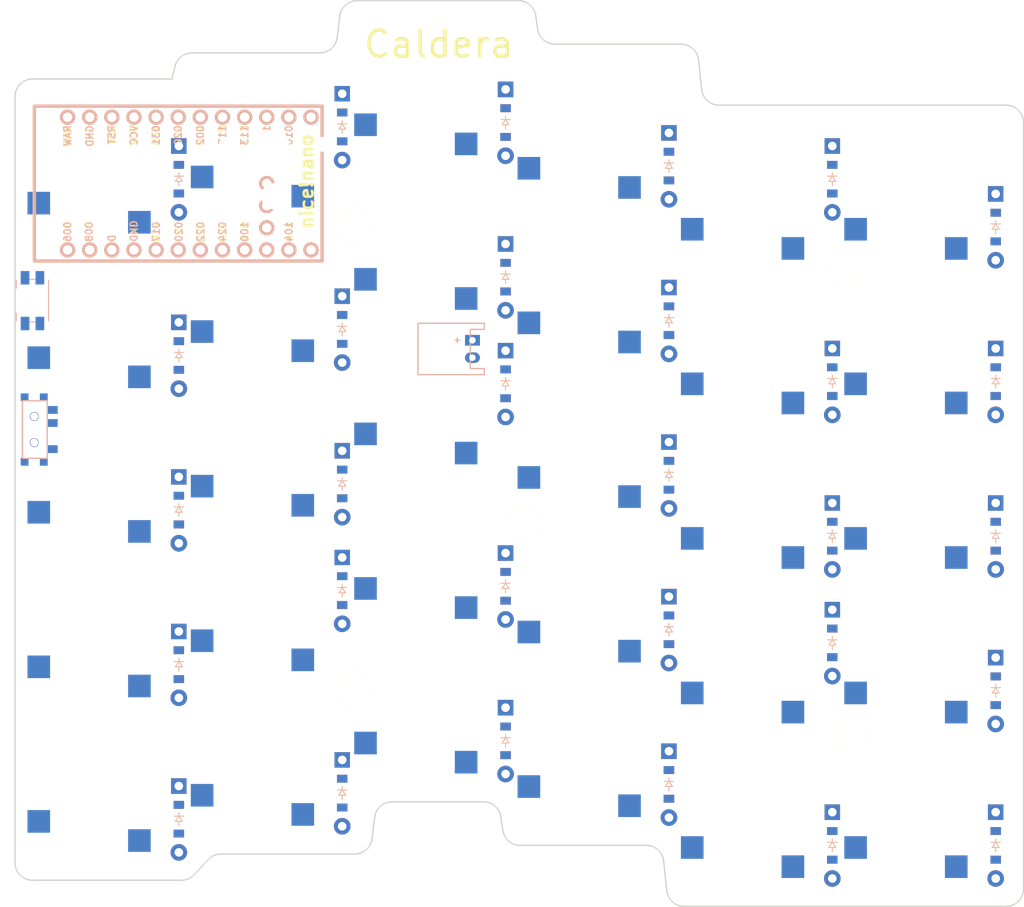
<source format=kicad_pcb>


(kicad_pcb (version 20171130) (host pcbnew 5.1.6)

  (page A3)
  (title_block
    (title "right")
    (rev "v1.0.0")
    (company "Unknown")
  )

  (general
    (thickness 1.6)
  )

  (layers
    (0 F.Cu signal)
    (31 B.Cu signal)
    (32 B.Adhes user)
    (33 F.Adhes user)
    (34 B.Paste user)
    (35 F.Paste user)
    (36 B.SilkS user)
    (37 F.SilkS user)
    (38 B.Mask user)
    (39 F.Mask user)
    (40 Dwgs.User user)
    (41 Cmts.User user)
    (42 Eco1.User user)
    (43 Eco2.User user)
    (44 Edge.Cuts user)
    (45 Margin user)
    (46 B.CrtYd user)
    (47 F.CrtYd user)
    (48 B.Fab user)
    (49 F.Fab user)
  )

  (setup
    (last_trace_width 0.25)
    (trace_clearance 0.2)
    (zone_clearance 0.508)
    (zone_45_only no)
    (trace_min 0.2)
    (via_size 0.8)
    (via_drill 0.4)
    (via_min_size 0.4)
    (via_min_drill 0.3)
    (uvia_size 0.3)
    (uvia_drill 0.1)
    (uvias_allowed no)
    (uvia_min_size 0.2)
    (uvia_min_drill 0.1)
    (edge_width 0.05)
    (segment_width 0.2)
    (pcb_text_width 0.3)
    (pcb_text_size 1.5 1.5)
    (mod_edge_width 0.12)
    (mod_text_size 1 1)
    (mod_text_width 0.15)
    (pad_size 1.524 1.524)
    (pad_drill 0.762)
    (pad_to_mask_clearance 0.05)
    (aux_axis_origin 0 0)
    (visible_elements FFFFFF7F)
    (pcbplotparams
      (layerselection 0x010fc_ffffffff)
      (usegerberextensions false)
      (usegerberattributes true)
      (usegerberadvancedattributes true)
      (creategerberjobfile true)
      (excludeedgelayer true)
      (linewidth 0.100000)
      (plotframeref false)
      (viasonmask false)
      (mode 1)
      (useauxorigin false)
      (hpglpennumber 1)
      (hpglpenspeed 20)
      (hpglpendiameter 15.000000)
      (psnegative false)
      (psa4output false)
      (plotreference true)
      (plotvalue true)
      (plotinvisibletext false)
      (padsonsilk false)
      (subtractmaskfromsilk false)
      (outputformat 1)
      (mirror false)
      (drillshape 1)
      (scaleselection 1)
      (outputdirectory ""))
  )

  (net 0 "")
(net 1 "P020")
(net 2 "mirror_first_mod")
(net 3 "mirror_first_bottom")
(net 4 "mirror_first_home")
(net 5 "mirror_first_top")
(net 6 "mirror_first_num")
(net 7 "P022")
(net 8 "mirror_second_mod")
(net 9 "mirror_second_bottom")
(net 10 "mirror_second_home")
(net 11 "mirror_second_top")
(net 12 "mirror_second_num")
(net 13 "P024")
(net 14 "mirror_third_mod")
(net 15 "mirror_third_bottom")
(net 16 "mirror_third_home")
(net 17 "mirror_third_top")
(net 18 "mirror_third_num")
(net 19 "P100")
(net 20 "mirror_fourth_mod")
(net 21 "mirror_fourth_bottom")
(net 22 "mirror_fourth_home")
(net 23 "mirror_fourth_top")
(net 24 "mirror_fourth_num")
(net 25 "P011")
(net 26 "mirror_fifth_mod")
(net 27 "mirror_fifth_bottom")
(net 28 "mirror_fifth_home")
(net 29 "mirror_fifth_top")
(net 30 "mirror_fifth_num")
(net 31 "P017")
(net 32 "mirror_sixth_mod")
(net 33 "mirror_sixth_bottom")
(net 34 "mirror_sixth_home")
(net 35 "mirror_sixth_top")
(net 36 "mirror_sixth_num")
(net 37 "P113")
(net 38 "P115")
(net 39 "P002")
(net 40 "P029")
(net 41 "P031")
(net 42 "RAW")
(net 43 "GND")
(net 44 "RST")
(net 45 "VCC")
(net 46 "P111")
(net 47 "P010")
(net 48 "P009")
(net 49 "P006")
(net 50 "P008")
(net 51 "P104")
(net 52 "P106")
(net 53 "P101")
(net 54 "P102")
(net 55 "P107")
(net 56 "pos")

  (net_class Default "This is the default net class."
    (clearance 0.2)
    (trace_width 0.25)
    (via_dia 0.8)
    (via_drill 0.4)
    (uvia_dia 0.3)
    (uvia_drill 0.1)
    (add_net "")
(add_net "P020")
(add_net "mirror_first_mod")
(add_net "mirror_first_bottom")
(add_net "mirror_first_home")
(add_net "mirror_first_top")
(add_net "mirror_first_num")
(add_net "P022")
(add_net "mirror_second_mod")
(add_net "mirror_second_bottom")
(add_net "mirror_second_home")
(add_net "mirror_second_top")
(add_net "mirror_second_num")
(add_net "P024")
(add_net "mirror_third_mod")
(add_net "mirror_third_bottom")
(add_net "mirror_third_home")
(add_net "mirror_third_top")
(add_net "mirror_third_num")
(add_net "P100")
(add_net "mirror_fourth_mod")
(add_net "mirror_fourth_bottom")
(add_net "mirror_fourth_home")
(add_net "mirror_fourth_top")
(add_net "mirror_fourth_num")
(add_net "P011")
(add_net "mirror_fifth_mod")
(add_net "mirror_fifth_bottom")
(add_net "mirror_fifth_home")
(add_net "mirror_fifth_top")
(add_net "mirror_fifth_num")
(add_net "P017")
(add_net "mirror_sixth_mod")
(add_net "mirror_sixth_bottom")
(add_net "mirror_sixth_home")
(add_net "mirror_sixth_top")
(add_net "mirror_sixth_num")
(add_net "P113")
(add_net "P115")
(add_net "P002")
(add_net "P029")
(add_net "P031")
(add_net "RAW")
(add_net "GND")
(add_net "RST")
(add_net "VCC")
(add_net "P111")
(add_net "P010")
(add_net "P009")
(add_net "P006")
(add_net "P008")
(add_net "P104")
(add_net "P106")
(add_net "P101")
(add_net "P102")
(add_net "P107")
(add_net "pos")
  )

  
        
      (module PG1350 (layer F.Cu) (tedit 5DD50112)
      (at 347.5 150 -180)

      
      (fp_text reference "S1" (at 0 0) (layer F.SilkS) hide (effects (font (size 1.27 1.27) (thickness 0.15))))
      (fp_text value "" (at 0 0) (layer F.SilkS) hide (effects (font (size 1.27 1.27) (thickness 0.15))))

      
      (fp_line (start -7 -6) (end -7 -7) (layer Dwgs.User) (width 0.15))
      (fp_line (start -7 7) (end -6 7) (layer Dwgs.User) (width 0.15))
      (fp_line (start -6 -7) (end -7 -7) (layer Dwgs.User) (width 0.15))
      (fp_line (start -7 7) (end -7 6) (layer Dwgs.User) (width 0.15))
      (fp_line (start 7 6) (end 7 7) (layer Dwgs.User) (width 0.15))
      (fp_line (start 7 -7) (end 6 -7) (layer Dwgs.User) (width 0.15))
      (fp_line (start 6 7) (end 7 7) (layer Dwgs.User) (width 0.15))
      (fp_line (start 7 -7) (end 7 -6) (layer Dwgs.User) (width 0.15))      
      
      
      (pad "" np_thru_hole circle (at 0 0) (size 3.429 3.429) (drill 3.429) (layers *.Cu *.Mask))
        
      
      (pad "" np_thru_hole circle (at 5.5 0) (size 1.7018 1.7018) (drill 1.7018) (layers *.Cu *.Mask))
      (pad "" np_thru_hole circle (at -5.5 0) (size 1.7018 1.7018) (drill 1.7018) (layers *.Cu *.Mask))
      
        
      
      (fp_line (start -9 -8.5) (end 9 -8.5) (layer Dwgs.User) (width 0.15))
      (fp_line (start 9 -8.5) (end 9 8.5) (layer Dwgs.User) (width 0.15))
      (fp_line (start 9 8.5) (end -9 8.5) (layer Dwgs.User) (width 0.15))
      (fp_line (start -9 8.5) (end -9 -8.5) (layer Dwgs.User) (width 0.15))
      
        
          
          (pad "" np_thru_hole circle (at 5 -3.75) (size 3 3) (drill 3) (layers *.Cu *.Mask))
          (pad "" np_thru_hole circle (at 0 -5.95) (size 3 3) (drill 3) (layers *.Cu *.Mask))
      
          
          (pad 1 smd rect (at -3.275 -5.95 -180) (size 2.6 2.6) (layers B.Cu B.Paste B.Mask)  (net 1 "P020"))
          (pad 2 smd rect (at 8.275 -3.75 -180) (size 2.6 2.6) (layers B.Cu B.Paste B.Mask)  (net 2 "mirror_first_mod"))
        )
        

        
      (module PG1350 (layer F.Cu) (tedit 5DD50112)
      (at 347.5 132.25 -180)

      
      (fp_text reference "S2" (at 0 0) (layer F.SilkS) hide (effects (font (size 1.27 1.27) (thickness 0.15))))
      (fp_text value "" (at 0 0) (layer F.SilkS) hide (effects (font (size 1.27 1.27) (thickness 0.15))))

      
      (fp_line (start -7 -6) (end -7 -7) (layer Dwgs.User) (width 0.15))
      (fp_line (start -7 7) (end -6 7) (layer Dwgs.User) (width 0.15))
      (fp_line (start -6 -7) (end -7 -7) (layer Dwgs.User) (width 0.15))
      (fp_line (start -7 7) (end -7 6) (layer Dwgs.User) (width 0.15))
      (fp_line (start 7 6) (end 7 7) (layer Dwgs.User) (width 0.15))
      (fp_line (start 7 -7) (end 6 -7) (layer Dwgs.User) (width 0.15))
      (fp_line (start 6 7) (end 7 7) (layer Dwgs.User) (width 0.15))
      (fp_line (start 7 -7) (end 7 -6) (layer Dwgs.User) (width 0.15))      
      
      
      (pad "" np_thru_hole circle (at 0 0) (size 3.429 3.429) (drill 3.429) (layers *.Cu *.Mask))
        
      
      (pad "" np_thru_hole circle (at 5.5 0) (size 1.7018 1.7018) (drill 1.7018) (layers *.Cu *.Mask))
      (pad "" np_thru_hole circle (at -5.5 0) (size 1.7018 1.7018) (drill 1.7018) (layers *.Cu *.Mask))
      
        
      
      (fp_line (start -9 -8.5) (end 9 -8.5) (layer Dwgs.User) (width 0.15))
      (fp_line (start 9 -8.5) (end 9 8.5) (layer Dwgs.User) (width 0.15))
      (fp_line (start 9 8.5) (end -9 8.5) (layer Dwgs.User) (width 0.15))
      (fp_line (start -9 8.5) (end -9 -8.5) (layer Dwgs.User) (width 0.15))
      
        
          
          (pad "" np_thru_hole circle (at 5 -3.75) (size 3 3) (drill 3) (layers *.Cu *.Mask))
          (pad "" np_thru_hole circle (at 0 -5.95) (size 3 3) (drill 3) (layers *.Cu *.Mask))
      
          
          (pad 1 smd rect (at -3.275 -5.95 -180) (size 2.6 2.6) (layers B.Cu B.Paste B.Mask)  (net 1 "P020"))
          (pad 2 smd rect (at 8.275 -3.75 -180) (size 2.6 2.6) (layers B.Cu B.Paste B.Mask)  (net 3 "mirror_first_bottom"))
        )
        

        
      (module PG1350 (layer F.Cu) (tedit 5DD50112)
      (at 347.5 114.5 -180)

      
      (fp_text reference "S3" (at 0 0) (layer F.SilkS) hide (effects (font (size 1.27 1.27) (thickness 0.15))))
      (fp_text value "" (at 0 0) (layer F.SilkS) hide (effects (font (size 1.27 1.27) (thickness 0.15))))

      
      (fp_line (start -7 -6) (end -7 -7) (layer Dwgs.User) (width 0.15))
      (fp_line (start -7 7) (end -6 7) (layer Dwgs.User) (width 0.15))
      (fp_line (start -6 -7) (end -7 -7) (layer Dwgs.User) (width 0.15))
      (fp_line (start -7 7) (end -7 6) (layer Dwgs.User) (width 0.15))
      (fp_line (start 7 6) (end 7 7) (layer Dwgs.User) (width 0.15))
      (fp_line (start 7 -7) (end 6 -7) (layer Dwgs.User) (width 0.15))
      (fp_line (start 6 7) (end 7 7) (layer Dwgs.User) (width 0.15))
      (fp_line (start 7 -7) (end 7 -6) (layer Dwgs.User) (width 0.15))      
      
      
      (pad "" np_thru_hole circle (at 0 0) (size 3.429 3.429) (drill 3.429) (layers *.Cu *.Mask))
        
      
      (pad "" np_thru_hole circle (at 5.5 0) (size 1.7018 1.7018) (drill 1.7018) (layers *.Cu *.Mask))
      (pad "" np_thru_hole circle (at -5.5 0) (size 1.7018 1.7018) (drill 1.7018) (layers *.Cu *.Mask))
      
        
      
      (fp_line (start -9 -8.5) (end 9 -8.5) (layer Dwgs.User) (width 0.15))
      (fp_line (start 9 -8.5) (end 9 8.5) (layer Dwgs.User) (width 0.15))
      (fp_line (start 9 8.5) (end -9 8.5) (layer Dwgs.User) (width 0.15))
      (fp_line (start -9 8.5) (end -9 -8.5) (layer Dwgs.User) (width 0.15))
      
        
          
          (pad "" np_thru_hole circle (at 5 -3.75) (size 3 3) (drill 3) (layers *.Cu *.Mask))
          (pad "" np_thru_hole circle (at 0 -5.95) (size 3 3) (drill 3) (layers *.Cu *.Mask))
      
          
          (pad 1 smd rect (at -3.275 -5.95 -180) (size 2.6 2.6) (layers B.Cu B.Paste B.Mask)  (net 1 "P020"))
          (pad 2 smd rect (at 8.275 -3.75 -180) (size 2.6 2.6) (layers B.Cu B.Paste B.Mask)  (net 4 "mirror_first_home"))
        )
        

        
      (module PG1350 (layer F.Cu) (tedit 5DD50112)
      (at 347.5 96.75 -180)

      
      (fp_text reference "S4" (at 0 0) (layer F.SilkS) hide (effects (font (size 1.27 1.27) (thickness 0.15))))
      (fp_text value "" (at 0 0) (layer F.SilkS) hide (effects (font (size 1.27 1.27) (thickness 0.15))))

      
      (fp_line (start -7 -6) (end -7 -7) (layer Dwgs.User) (width 0.15))
      (fp_line (start -7 7) (end -6 7) (layer Dwgs.User) (width 0.15))
      (fp_line (start -6 -7) (end -7 -7) (layer Dwgs.User) (width 0.15))
      (fp_line (start -7 7) (end -7 6) (layer Dwgs.User) (width 0.15))
      (fp_line (start 7 6) (end 7 7) (layer Dwgs.User) (width 0.15))
      (fp_line (start 7 -7) (end 6 -7) (layer Dwgs.User) (width 0.15))
      (fp_line (start 6 7) (end 7 7) (layer Dwgs.User) (width 0.15))
      (fp_line (start 7 -7) (end 7 -6) (layer Dwgs.User) (width 0.15))      
      
      
      (pad "" np_thru_hole circle (at 0 0) (size 3.429 3.429) (drill 3.429) (layers *.Cu *.Mask))
        
      
      (pad "" np_thru_hole circle (at 5.5 0) (size 1.7018 1.7018) (drill 1.7018) (layers *.Cu *.Mask))
      (pad "" np_thru_hole circle (at -5.5 0) (size 1.7018 1.7018) (drill 1.7018) (layers *.Cu *.Mask))
      
        
      
      (fp_line (start -9 -8.5) (end 9 -8.5) (layer Dwgs.User) (width 0.15))
      (fp_line (start 9 -8.5) (end 9 8.5) (layer Dwgs.User) (width 0.15))
      (fp_line (start 9 8.5) (end -9 8.5) (layer Dwgs.User) (width 0.15))
      (fp_line (start -9 8.5) (end -9 -8.5) (layer Dwgs.User) (width 0.15))
      
        
          
          (pad "" np_thru_hole circle (at 5 -3.75) (size 3 3) (drill 3) (layers *.Cu *.Mask))
          (pad "" np_thru_hole circle (at 0 -5.95) (size 3 3) (drill 3) (layers *.Cu *.Mask))
      
          
          (pad 1 smd rect (at -3.275 -5.95 -180) (size 2.6 2.6) (layers B.Cu B.Paste B.Mask)  (net 1 "P020"))
          (pad 2 smd rect (at 8.275 -3.75 -180) (size 2.6 2.6) (layers B.Cu B.Paste B.Mask)  (net 5 "mirror_first_top"))
        )
        

        
      (module PG1350 (layer F.Cu) (tedit 5DD50112)
      (at 347.5 79 -180)

      
      (fp_text reference "S5" (at 0 0) (layer F.SilkS) hide (effects (font (size 1.27 1.27) (thickness 0.15))))
      (fp_text value "" (at 0 0) (layer F.SilkS) hide (effects (font (size 1.27 1.27) (thickness 0.15))))

      
      (fp_line (start -7 -6) (end -7 -7) (layer Dwgs.User) (width 0.15))
      (fp_line (start -7 7) (end -6 7) (layer Dwgs.User) (width 0.15))
      (fp_line (start -6 -7) (end -7 -7) (layer Dwgs.User) (width 0.15))
      (fp_line (start -7 7) (end -7 6) (layer Dwgs.User) (width 0.15))
      (fp_line (start 7 6) (end 7 7) (layer Dwgs.User) (width 0.15))
      (fp_line (start 7 -7) (end 6 -7) (layer Dwgs.User) (width 0.15))
      (fp_line (start 6 7) (end 7 7) (layer Dwgs.User) (width 0.15))
      (fp_line (start 7 -7) (end 7 -6) (layer Dwgs.User) (width 0.15))      
      
      
      (pad "" np_thru_hole circle (at 0 0) (size 3.429 3.429) (drill 3.429) (layers *.Cu *.Mask))
        
      
      (pad "" np_thru_hole circle (at 5.5 0) (size 1.7018 1.7018) (drill 1.7018) (layers *.Cu *.Mask))
      (pad "" np_thru_hole circle (at -5.5 0) (size 1.7018 1.7018) (drill 1.7018) (layers *.Cu *.Mask))
      
        
      
      (fp_line (start -9 -8.5) (end 9 -8.5) (layer Dwgs.User) (width 0.15))
      (fp_line (start 9 -8.5) (end 9 8.5) (layer Dwgs.User) (width 0.15))
      (fp_line (start 9 8.5) (end -9 8.5) (layer Dwgs.User) (width 0.15))
      (fp_line (start -9 8.5) (end -9 -8.5) (layer Dwgs.User) (width 0.15))
      
        
          
          (pad "" np_thru_hole circle (at 5 -3.75) (size 3 3) (drill 3) (layers *.Cu *.Mask))
          (pad "" np_thru_hole circle (at 0 -5.95) (size 3 3) (drill 3) (layers *.Cu *.Mask))
      
          
          (pad 1 smd rect (at -3.275 -5.95 -180) (size 2.6 2.6) (layers B.Cu B.Paste B.Mask)  (net 1 "P020"))
          (pad 2 smd rect (at 8.275 -3.75 -180) (size 2.6 2.6) (layers B.Cu B.Paste B.Mask)  (net 6 "mirror_first_num"))
        )
        

        
      (module PG1350 (layer F.Cu) (tedit 5DD50112)
      (at 328.75 150 -180)

      
      (fp_text reference "S6" (at 0 0) (layer F.SilkS) hide (effects (font (size 1.27 1.27) (thickness 0.15))))
      (fp_text value "" (at 0 0) (layer F.SilkS) hide (effects (font (size 1.27 1.27) (thickness 0.15))))

      
      (fp_line (start -7 -6) (end -7 -7) (layer Dwgs.User) (width 0.15))
      (fp_line (start -7 7) (end -6 7) (layer Dwgs.User) (width 0.15))
      (fp_line (start -6 -7) (end -7 -7) (layer Dwgs.User) (width 0.15))
      (fp_line (start -7 7) (end -7 6) (layer Dwgs.User) (width 0.15))
      (fp_line (start 7 6) (end 7 7) (layer Dwgs.User) (width 0.15))
      (fp_line (start 7 -7) (end 6 -7) (layer Dwgs.User) (width 0.15))
      (fp_line (start 6 7) (end 7 7) (layer Dwgs.User) (width 0.15))
      (fp_line (start 7 -7) (end 7 -6) (layer Dwgs.User) (width 0.15))      
      
      
      (pad "" np_thru_hole circle (at 0 0) (size 3.429 3.429) (drill 3.429) (layers *.Cu *.Mask))
        
      
      (pad "" np_thru_hole circle (at 5.5 0) (size 1.7018 1.7018) (drill 1.7018) (layers *.Cu *.Mask))
      (pad "" np_thru_hole circle (at -5.5 0) (size 1.7018 1.7018) (drill 1.7018) (layers *.Cu *.Mask))
      
        
      
      (fp_line (start -9 -8.5) (end 9 -8.5) (layer Dwgs.User) (width 0.15))
      (fp_line (start 9 -8.5) (end 9 8.5) (layer Dwgs.User) (width 0.15))
      (fp_line (start 9 8.5) (end -9 8.5) (layer Dwgs.User) (width 0.15))
      (fp_line (start -9 8.5) (end -9 -8.5) (layer Dwgs.User) (width 0.15))
      
        
          
          (pad "" np_thru_hole circle (at 5 -3.75) (size 3 3) (drill 3) (layers *.Cu *.Mask))
          (pad "" np_thru_hole circle (at 0 -5.95) (size 3 3) (drill 3) (layers *.Cu *.Mask))
      
          
          (pad 1 smd rect (at -3.275 -5.95 -180) (size 2.6 2.6) (layers B.Cu B.Paste B.Mask)  (net 7 "P022"))
          (pad 2 smd rect (at 8.275 -3.75 -180) (size 2.6 2.6) (layers B.Cu B.Paste B.Mask)  (net 8 "mirror_second_mod"))
        )
        

        
      (module PG1350 (layer F.Cu) (tedit 5DD50112)
      (at 328.75 132.25 -180)

      
      (fp_text reference "S7" (at 0 0) (layer F.SilkS) hide (effects (font (size 1.27 1.27) (thickness 0.15))))
      (fp_text value "" (at 0 0) (layer F.SilkS) hide (effects (font (size 1.27 1.27) (thickness 0.15))))

      
      (fp_line (start -7 -6) (end -7 -7) (layer Dwgs.User) (width 0.15))
      (fp_line (start -7 7) (end -6 7) (layer Dwgs.User) (width 0.15))
      (fp_line (start -6 -7) (end -7 -7) (layer Dwgs.User) (width 0.15))
      (fp_line (start -7 7) (end -7 6) (layer Dwgs.User) (width 0.15))
      (fp_line (start 7 6) (end 7 7) (layer Dwgs.User) (width 0.15))
      (fp_line (start 7 -7) (end 6 -7) (layer Dwgs.User) (width 0.15))
      (fp_line (start 6 7) (end 7 7) (layer Dwgs.User) (width 0.15))
      (fp_line (start 7 -7) (end 7 -6) (layer Dwgs.User) (width 0.15))      
      
      
      (pad "" np_thru_hole circle (at 0 0) (size 3.429 3.429) (drill 3.429) (layers *.Cu *.Mask))
        
      
      (pad "" np_thru_hole circle (at 5.5 0) (size 1.7018 1.7018) (drill 1.7018) (layers *.Cu *.Mask))
      (pad "" np_thru_hole circle (at -5.5 0) (size 1.7018 1.7018) (drill 1.7018) (layers *.Cu *.Mask))
      
        
      
      (fp_line (start -9 -8.5) (end 9 -8.5) (layer Dwgs.User) (width 0.15))
      (fp_line (start 9 -8.5) (end 9 8.5) (layer Dwgs.User) (width 0.15))
      (fp_line (start 9 8.5) (end -9 8.5) (layer Dwgs.User) (width 0.15))
      (fp_line (start -9 8.5) (end -9 -8.5) (layer Dwgs.User) (width 0.15))
      
        
          
          (pad "" np_thru_hole circle (at 5 -3.75) (size 3 3) (drill 3) (layers *.Cu *.Mask))
          (pad "" np_thru_hole circle (at 0 -5.95) (size 3 3) (drill 3) (layers *.Cu *.Mask))
      
          
          (pad 1 smd rect (at -3.275 -5.95 -180) (size 2.6 2.6) (layers B.Cu B.Paste B.Mask)  (net 7 "P022"))
          (pad 2 smd rect (at 8.275 -3.75 -180) (size 2.6 2.6) (layers B.Cu B.Paste B.Mask)  (net 9 "mirror_second_bottom"))
        )
        

        
      (module PG1350 (layer F.Cu) (tedit 5DD50112)
      (at 328.75 114.5 -180)

      
      (fp_text reference "S8" (at 0 0) (layer F.SilkS) hide (effects (font (size 1.27 1.27) (thickness 0.15))))
      (fp_text value "" (at 0 0) (layer F.SilkS) hide (effects (font (size 1.27 1.27) (thickness 0.15))))

      
      (fp_line (start -7 -6) (end -7 -7) (layer Dwgs.User) (width 0.15))
      (fp_line (start -7 7) (end -6 7) (layer Dwgs.User) (width 0.15))
      (fp_line (start -6 -7) (end -7 -7) (layer Dwgs.User) (width 0.15))
      (fp_line (start -7 7) (end -7 6) (layer Dwgs.User) (width 0.15))
      (fp_line (start 7 6) (end 7 7) (layer Dwgs.User) (width 0.15))
      (fp_line (start 7 -7) (end 6 -7) (layer Dwgs.User) (width 0.15))
      (fp_line (start 6 7) (end 7 7) (layer Dwgs.User) (width 0.15))
      (fp_line (start 7 -7) (end 7 -6) (layer Dwgs.User) (width 0.15))      
      
      
      (pad "" np_thru_hole circle (at 0 0) (size 3.429 3.429) (drill 3.429) (layers *.Cu *.Mask))
        
      
      (pad "" np_thru_hole circle (at 5.5 0) (size 1.7018 1.7018) (drill 1.7018) (layers *.Cu *.Mask))
      (pad "" np_thru_hole circle (at -5.5 0) (size 1.7018 1.7018) (drill 1.7018) (layers *.Cu *.Mask))
      
        
      
      (fp_line (start -9 -8.5) (end 9 -8.5) (layer Dwgs.User) (width 0.15))
      (fp_line (start 9 -8.5) (end 9 8.5) (layer Dwgs.User) (width 0.15))
      (fp_line (start 9 8.5) (end -9 8.5) (layer Dwgs.User) (width 0.15))
      (fp_line (start -9 8.5) (end -9 -8.5) (layer Dwgs.User) (width 0.15))
      
        
          
          (pad "" np_thru_hole circle (at 5 -3.75) (size 3 3) (drill 3) (layers *.Cu *.Mask))
          (pad "" np_thru_hole circle (at 0 -5.95) (size 3 3) (drill 3) (layers *.Cu *.Mask))
      
          
          (pad 1 smd rect (at -3.275 -5.95 -180) (size 2.6 2.6) (layers B.Cu B.Paste B.Mask)  (net 7 "P022"))
          (pad 2 smd rect (at 8.275 -3.75 -180) (size 2.6 2.6) (layers B.Cu B.Paste B.Mask)  (net 10 "mirror_second_home"))
        )
        

        
      (module PG1350 (layer F.Cu) (tedit 5DD50112)
      (at 328.75 96.75 -180)

      
      (fp_text reference "S9" (at 0 0) (layer F.SilkS) hide (effects (font (size 1.27 1.27) (thickness 0.15))))
      (fp_text value "" (at 0 0) (layer F.SilkS) hide (effects (font (size 1.27 1.27) (thickness 0.15))))

      
      (fp_line (start -7 -6) (end -7 -7) (layer Dwgs.User) (width 0.15))
      (fp_line (start -7 7) (end -6 7) (layer Dwgs.User) (width 0.15))
      (fp_line (start -6 -7) (end -7 -7) (layer Dwgs.User) (width 0.15))
      (fp_line (start -7 7) (end -7 6) (layer Dwgs.User) (width 0.15))
      (fp_line (start 7 6) (end 7 7) (layer Dwgs.User) (width 0.15))
      (fp_line (start 7 -7) (end 6 -7) (layer Dwgs.User) (width 0.15))
      (fp_line (start 6 7) (end 7 7) (layer Dwgs.User) (width 0.15))
      (fp_line (start 7 -7) (end 7 -6) (layer Dwgs.User) (width 0.15))      
      
      
      (pad "" np_thru_hole circle (at 0 0) (size 3.429 3.429) (drill 3.429) (layers *.Cu *.Mask))
        
      
      (pad "" np_thru_hole circle (at 5.5 0) (size 1.7018 1.7018) (drill 1.7018) (layers *.Cu *.Mask))
      (pad "" np_thru_hole circle (at -5.5 0) (size 1.7018 1.7018) (drill 1.7018) (layers *.Cu *.Mask))
      
        
      
      (fp_line (start -9 -8.5) (end 9 -8.5) (layer Dwgs.User) (width 0.15))
      (fp_line (start 9 -8.5) (end 9 8.5) (layer Dwgs.User) (width 0.15))
      (fp_line (start 9 8.5) (end -9 8.5) (layer Dwgs.User) (width 0.15))
      (fp_line (start -9 8.5) (end -9 -8.5) (layer Dwgs.User) (width 0.15))
      
        
          
          (pad "" np_thru_hole circle (at 5 -3.75) (size 3 3) (drill 3) (layers *.Cu *.Mask))
          (pad "" np_thru_hole circle (at 0 -5.95) (size 3 3) (drill 3) (layers *.Cu *.Mask))
      
          
          (pad 1 smd rect (at -3.275 -5.95 -180) (size 2.6 2.6) (layers B.Cu B.Paste B.Mask)  (net 7 "P022"))
          (pad 2 smd rect (at 8.275 -3.75 -180) (size 2.6 2.6) (layers B.Cu B.Paste B.Mask)  (net 11 "mirror_second_top"))
        )
        

        
      (module PG1350 (layer F.Cu) (tedit 5DD50112)
      (at 328.75 79 -180)

      
      (fp_text reference "S10" (at 0 0) (layer F.SilkS) hide (effects (font (size 1.27 1.27) (thickness 0.15))))
      (fp_text value "" (at 0 0) (layer F.SilkS) hide (effects (font (size 1.27 1.27) (thickness 0.15))))

      
      (fp_line (start -7 -6) (end -7 -7) (layer Dwgs.User) (width 0.15))
      (fp_line (start -7 7) (end -6 7) (layer Dwgs.User) (width 0.15))
      (fp_line (start -6 -7) (end -7 -7) (layer Dwgs.User) (width 0.15))
      (fp_line (start -7 7) (end -7 6) (layer Dwgs.User) (width 0.15))
      (fp_line (start 7 6) (end 7 7) (layer Dwgs.User) (width 0.15))
      (fp_line (start 7 -7) (end 6 -7) (layer Dwgs.User) (width 0.15))
      (fp_line (start 6 7) (end 7 7) (layer Dwgs.User) (width 0.15))
      (fp_line (start 7 -7) (end 7 -6) (layer Dwgs.User) (width 0.15))      
      
      
      (pad "" np_thru_hole circle (at 0 0) (size 3.429 3.429) (drill 3.429) (layers *.Cu *.Mask))
        
      
      (pad "" np_thru_hole circle (at 5.5 0) (size 1.7018 1.7018) (drill 1.7018) (layers *.Cu *.Mask))
      (pad "" np_thru_hole circle (at -5.5 0) (size 1.7018 1.7018) (drill 1.7018) (layers *.Cu *.Mask))
      
        
      
      (fp_line (start -9 -8.5) (end 9 -8.5) (layer Dwgs.User) (width 0.15))
      (fp_line (start 9 -8.5) (end 9 8.5) (layer Dwgs.User) (width 0.15))
      (fp_line (start 9 8.5) (end -9 8.5) (layer Dwgs.User) (width 0.15))
      (fp_line (start -9 8.5) (end -9 -8.5) (layer Dwgs.User) (width 0.15))
      
        
          
          (pad "" np_thru_hole circle (at 5 -3.75) (size 3 3) (drill 3) (layers *.Cu *.Mask))
          (pad "" np_thru_hole circle (at 0 -5.95) (size 3 3) (drill 3) (layers *.Cu *.Mask))
      
          
          (pad 1 smd rect (at -3.275 -5.95 -180) (size 2.6 2.6) (layers B.Cu B.Paste B.Mask)  (net 7 "P022"))
          (pad 2 smd rect (at 8.275 -3.75 -180) (size 2.6 2.6) (layers B.Cu B.Paste B.Mask)  (net 12 "mirror_second_num"))
        )
        

        
      (module PG1350 (layer F.Cu) (tedit 5DD50112)
      (at 310 143 -180)

      
      (fp_text reference "S11" (at 0 0) (layer F.SilkS) hide (effects (font (size 1.27 1.27) (thickness 0.15))))
      (fp_text value "" (at 0 0) (layer F.SilkS) hide (effects (font (size 1.27 1.27) (thickness 0.15))))

      
      (fp_line (start -7 -6) (end -7 -7) (layer Dwgs.User) (width 0.15))
      (fp_line (start -7 7) (end -6 7) (layer Dwgs.User) (width 0.15))
      (fp_line (start -6 -7) (end -7 -7) (layer Dwgs.User) (width 0.15))
      (fp_line (start -7 7) (end -7 6) (layer Dwgs.User) (width 0.15))
      (fp_line (start 7 6) (end 7 7) (layer Dwgs.User) (width 0.15))
      (fp_line (start 7 -7) (end 6 -7) (layer Dwgs.User) (width 0.15))
      (fp_line (start 6 7) (end 7 7) (layer Dwgs.User) (width 0.15))
      (fp_line (start 7 -7) (end 7 -6) (layer Dwgs.User) (width 0.15))      
      
      
      (pad "" np_thru_hole circle (at 0 0) (size 3.429 3.429) (drill 3.429) (layers *.Cu *.Mask))
        
      
      (pad "" np_thru_hole circle (at 5.5 0) (size 1.7018 1.7018) (drill 1.7018) (layers *.Cu *.Mask))
      (pad "" np_thru_hole circle (at -5.5 0) (size 1.7018 1.7018) (drill 1.7018) (layers *.Cu *.Mask))
      
        
      
      (fp_line (start -9 -8.5) (end 9 -8.5) (layer Dwgs.User) (width 0.15))
      (fp_line (start 9 -8.5) (end 9 8.5) (layer Dwgs.User) (width 0.15))
      (fp_line (start 9 8.5) (end -9 8.5) (layer Dwgs.User) (width 0.15))
      (fp_line (start -9 8.5) (end -9 -8.5) (layer Dwgs.User) (width 0.15))
      
        
          
          (pad "" np_thru_hole circle (at 5 -3.75) (size 3 3) (drill 3) (layers *.Cu *.Mask))
          (pad "" np_thru_hole circle (at 0 -5.95) (size 3 3) (drill 3) (layers *.Cu *.Mask))
      
          
          (pad 1 smd rect (at -3.275 -5.95 -180) (size 2.6 2.6) (layers B.Cu B.Paste B.Mask)  (net 13 "P024"))
          (pad 2 smd rect (at 8.275 -3.75 -180) (size 2.6 2.6) (layers B.Cu B.Paste B.Mask)  (net 14 "mirror_third_mod"))
        )
        

        
      (module PG1350 (layer F.Cu) (tedit 5DD50112)
      (at 310 125.25 -180)

      
      (fp_text reference "S12" (at 0 0) (layer F.SilkS) hide (effects (font (size 1.27 1.27) (thickness 0.15))))
      (fp_text value "" (at 0 0) (layer F.SilkS) hide (effects (font (size 1.27 1.27) (thickness 0.15))))

      
      (fp_line (start -7 -6) (end -7 -7) (layer Dwgs.User) (width 0.15))
      (fp_line (start -7 7) (end -6 7) (layer Dwgs.User) (width 0.15))
      (fp_line (start -6 -7) (end -7 -7) (layer Dwgs.User) (width 0.15))
      (fp_line (start -7 7) (end -7 6) (layer Dwgs.User) (width 0.15))
      (fp_line (start 7 6) (end 7 7) (layer Dwgs.User) (width 0.15))
      (fp_line (start 7 -7) (end 6 -7) (layer Dwgs.User) (width 0.15))
      (fp_line (start 6 7) (end 7 7) (layer Dwgs.User) (width 0.15))
      (fp_line (start 7 -7) (end 7 -6) (layer Dwgs.User) (width 0.15))      
      
      
      (pad "" np_thru_hole circle (at 0 0) (size 3.429 3.429) (drill 3.429) (layers *.Cu *.Mask))
        
      
      (pad "" np_thru_hole circle (at 5.5 0) (size 1.7018 1.7018) (drill 1.7018) (layers *.Cu *.Mask))
      (pad "" np_thru_hole circle (at -5.5 0) (size 1.7018 1.7018) (drill 1.7018) (layers *.Cu *.Mask))
      
        
      
      (fp_line (start -9 -8.5) (end 9 -8.5) (layer Dwgs.User) (width 0.15))
      (fp_line (start 9 -8.5) (end 9 8.5) (layer Dwgs.User) (width 0.15))
      (fp_line (start 9 8.5) (end -9 8.5) (layer Dwgs.User) (width 0.15))
      (fp_line (start -9 8.5) (end -9 -8.5) (layer Dwgs.User) (width 0.15))
      
        
          
          (pad "" np_thru_hole circle (at 5 -3.75) (size 3 3) (drill 3) (layers *.Cu *.Mask))
          (pad "" np_thru_hole circle (at 0 -5.95) (size 3 3) (drill 3) (layers *.Cu *.Mask))
      
          
          (pad 1 smd rect (at -3.275 -5.95 -180) (size 2.6 2.6) (layers B.Cu B.Paste B.Mask)  (net 13 "P024"))
          (pad 2 smd rect (at 8.275 -3.75 -180) (size 2.6 2.6) (layers B.Cu B.Paste B.Mask)  (net 15 "mirror_third_bottom"))
        )
        

        
      (module PG1350 (layer F.Cu) (tedit 5DD50112)
      (at 310 107.5 -180)

      
      (fp_text reference "S13" (at 0 0) (layer F.SilkS) hide (effects (font (size 1.27 1.27) (thickness 0.15))))
      (fp_text value "" (at 0 0) (layer F.SilkS) hide (effects (font (size 1.27 1.27) (thickness 0.15))))

      
      (fp_line (start -7 -6) (end -7 -7) (layer Dwgs.User) (width 0.15))
      (fp_line (start -7 7) (end -6 7) (layer Dwgs.User) (width 0.15))
      (fp_line (start -6 -7) (end -7 -7) (layer Dwgs.User) (width 0.15))
      (fp_line (start -7 7) (end -7 6) (layer Dwgs.User) (width 0.15))
      (fp_line (start 7 6) (end 7 7) (layer Dwgs.User) (width 0.15))
      (fp_line (start 7 -7) (end 6 -7) (layer Dwgs.User) (width 0.15))
      (fp_line (start 6 7) (end 7 7) (layer Dwgs.User) (width 0.15))
      (fp_line (start 7 -7) (end 7 -6) (layer Dwgs.User) (width 0.15))      
      
      
      (pad "" np_thru_hole circle (at 0 0) (size 3.429 3.429) (drill 3.429) (layers *.Cu *.Mask))
        
      
      (pad "" np_thru_hole circle (at 5.5 0) (size 1.7018 1.7018) (drill 1.7018) (layers *.Cu *.Mask))
      (pad "" np_thru_hole circle (at -5.5 0) (size 1.7018 1.7018) (drill 1.7018) (layers *.Cu *.Mask))
      
        
      
      (fp_line (start -9 -8.5) (end 9 -8.5) (layer Dwgs.User) (width 0.15))
      (fp_line (start 9 -8.5) (end 9 8.5) (layer Dwgs.User) (width 0.15))
      (fp_line (start 9 8.5) (end -9 8.5) (layer Dwgs.User) (width 0.15))
      (fp_line (start -9 8.5) (end -9 -8.5) (layer Dwgs.User) (width 0.15))
      
        
          
          (pad "" np_thru_hole circle (at 5 -3.75) (size 3 3) (drill 3) (layers *.Cu *.Mask))
          (pad "" np_thru_hole circle (at 0 -5.95) (size 3 3) (drill 3) (layers *.Cu *.Mask))
      
          
          (pad 1 smd rect (at -3.275 -5.95 -180) (size 2.6 2.6) (layers B.Cu B.Paste B.Mask)  (net 13 "P024"))
          (pad 2 smd rect (at 8.275 -3.75 -180) (size 2.6 2.6) (layers B.Cu B.Paste B.Mask)  (net 16 "mirror_third_home"))
        )
        

        
      (module PG1350 (layer F.Cu) (tedit 5DD50112)
      (at 310 89.75 -180)

      
      (fp_text reference "S14" (at 0 0) (layer F.SilkS) hide (effects (font (size 1.27 1.27) (thickness 0.15))))
      (fp_text value "" (at 0 0) (layer F.SilkS) hide (effects (font (size 1.27 1.27) (thickness 0.15))))

      
      (fp_line (start -7 -6) (end -7 -7) (layer Dwgs.User) (width 0.15))
      (fp_line (start -7 7) (end -6 7) (layer Dwgs.User) (width 0.15))
      (fp_line (start -6 -7) (end -7 -7) (layer Dwgs.User) (width 0.15))
      (fp_line (start -7 7) (end -7 6) (layer Dwgs.User) (width 0.15))
      (fp_line (start 7 6) (end 7 7) (layer Dwgs.User) (width 0.15))
      (fp_line (start 7 -7) (end 6 -7) (layer Dwgs.User) (width 0.15))
      (fp_line (start 6 7) (end 7 7) (layer Dwgs.User) (width 0.15))
      (fp_line (start 7 -7) (end 7 -6) (layer Dwgs.User) (width 0.15))      
      
      
      (pad "" np_thru_hole circle (at 0 0) (size 3.429 3.429) (drill 3.429) (layers *.Cu *.Mask))
        
      
      (pad "" np_thru_hole circle (at 5.5 0) (size 1.7018 1.7018) (drill 1.7018) (layers *.Cu *.Mask))
      (pad "" np_thru_hole circle (at -5.5 0) (size 1.7018 1.7018) (drill 1.7018) (layers *.Cu *.Mask))
      
        
      
      (fp_line (start -9 -8.5) (end 9 -8.5) (layer Dwgs.User) (width 0.15))
      (fp_line (start 9 -8.5) (end 9 8.5) (layer Dwgs.User) (width 0.15))
      (fp_line (start 9 8.5) (end -9 8.5) (layer Dwgs.User) (width 0.15))
      (fp_line (start -9 8.5) (end -9 -8.5) (layer Dwgs.User) (width 0.15))
      
        
          
          (pad "" np_thru_hole circle (at 5 -3.75) (size 3 3) (drill 3) (layers *.Cu *.Mask))
          (pad "" np_thru_hole circle (at 0 -5.95) (size 3 3) (drill 3) (layers *.Cu *.Mask))
      
          
          (pad 1 smd rect (at -3.275 -5.95 -180) (size 2.6 2.6) (layers B.Cu B.Paste B.Mask)  (net 13 "P024"))
          (pad 2 smd rect (at 8.275 -3.75 -180) (size 2.6 2.6) (layers B.Cu B.Paste B.Mask)  (net 17 "mirror_third_top"))
        )
        

        
      (module PG1350 (layer F.Cu) (tedit 5DD50112)
      (at 310 72 -180)

      
      (fp_text reference "S15" (at 0 0) (layer F.SilkS) hide (effects (font (size 1.27 1.27) (thickness 0.15))))
      (fp_text value "" (at 0 0) (layer F.SilkS) hide (effects (font (size 1.27 1.27) (thickness 0.15))))

      
      (fp_line (start -7 -6) (end -7 -7) (layer Dwgs.User) (width 0.15))
      (fp_line (start -7 7) (end -6 7) (layer Dwgs.User) (width 0.15))
      (fp_line (start -6 -7) (end -7 -7) (layer Dwgs.User) (width 0.15))
      (fp_line (start -7 7) (end -7 6) (layer Dwgs.User) (width 0.15))
      (fp_line (start 7 6) (end 7 7) (layer Dwgs.User) (width 0.15))
      (fp_line (start 7 -7) (end 6 -7) (layer Dwgs.User) (width 0.15))
      (fp_line (start 6 7) (end 7 7) (layer Dwgs.User) (width 0.15))
      (fp_line (start 7 -7) (end 7 -6) (layer Dwgs.User) (width 0.15))      
      
      
      (pad "" np_thru_hole circle (at 0 0) (size 3.429 3.429) (drill 3.429) (layers *.Cu *.Mask))
        
      
      (pad "" np_thru_hole circle (at 5.5 0) (size 1.7018 1.7018) (drill 1.7018) (layers *.Cu *.Mask))
      (pad "" np_thru_hole circle (at -5.5 0) (size 1.7018 1.7018) (drill 1.7018) (layers *.Cu *.Mask))
      
        
      
      (fp_line (start -9 -8.5) (end 9 -8.5) (layer Dwgs.User) (width 0.15))
      (fp_line (start 9 -8.5) (end 9 8.5) (layer Dwgs.User) (width 0.15))
      (fp_line (start 9 8.5) (end -9 8.5) (layer Dwgs.User) (width 0.15))
      (fp_line (start -9 8.5) (end -9 -8.5) (layer Dwgs.User) (width 0.15))
      
        
          
          (pad "" np_thru_hole circle (at 5 -3.75) (size 3 3) (drill 3) (layers *.Cu *.Mask))
          (pad "" np_thru_hole circle (at 0 -5.95) (size 3 3) (drill 3) (layers *.Cu *.Mask))
      
          
          (pad 1 smd rect (at -3.275 -5.95 -180) (size 2.6 2.6) (layers B.Cu B.Paste B.Mask)  (net 13 "P024"))
          (pad 2 smd rect (at 8.275 -3.75 -180) (size 2.6 2.6) (layers B.Cu B.Paste B.Mask)  (net 18 "mirror_third_num"))
        )
        

        
      (module PG1350 (layer F.Cu) (tedit 5DD50112)
      (at 291.25 138 -180)

      
      (fp_text reference "S16" (at 0 0) (layer F.SilkS) hide (effects (font (size 1.27 1.27) (thickness 0.15))))
      (fp_text value "" (at 0 0) (layer F.SilkS) hide (effects (font (size 1.27 1.27) (thickness 0.15))))

      
      (fp_line (start -7 -6) (end -7 -7) (layer Dwgs.User) (width 0.15))
      (fp_line (start -7 7) (end -6 7) (layer Dwgs.User) (width 0.15))
      (fp_line (start -6 -7) (end -7 -7) (layer Dwgs.User) (width 0.15))
      (fp_line (start -7 7) (end -7 6) (layer Dwgs.User) (width 0.15))
      (fp_line (start 7 6) (end 7 7) (layer Dwgs.User) (width 0.15))
      (fp_line (start 7 -7) (end 6 -7) (layer Dwgs.User) (width 0.15))
      (fp_line (start 6 7) (end 7 7) (layer Dwgs.User) (width 0.15))
      (fp_line (start 7 -7) (end 7 -6) (layer Dwgs.User) (width 0.15))      
      
      
      (pad "" np_thru_hole circle (at 0 0) (size 3.429 3.429) (drill 3.429) (layers *.Cu *.Mask))
        
      
      (pad "" np_thru_hole circle (at 5.5 0) (size 1.7018 1.7018) (drill 1.7018) (layers *.Cu *.Mask))
      (pad "" np_thru_hole circle (at -5.5 0) (size 1.7018 1.7018) (drill 1.7018) (layers *.Cu *.Mask))
      
        
      
      (fp_line (start -9 -8.5) (end 9 -8.5) (layer Dwgs.User) (width 0.15))
      (fp_line (start 9 -8.5) (end 9 8.5) (layer Dwgs.User) (width 0.15))
      (fp_line (start 9 8.5) (end -9 8.5) (layer Dwgs.User) (width 0.15))
      (fp_line (start -9 8.5) (end -9 -8.5) (layer Dwgs.User) (width 0.15))
      
        
          
          (pad "" np_thru_hole circle (at 5 -3.75) (size 3 3) (drill 3) (layers *.Cu *.Mask))
          (pad "" np_thru_hole circle (at 0 -5.95) (size 3 3) (drill 3) (layers *.Cu *.Mask))
      
          
          (pad 1 smd rect (at -3.275 -5.95 -180) (size 2.6 2.6) (layers B.Cu B.Paste B.Mask)  (net 19 "P100"))
          (pad 2 smd rect (at 8.275 -3.75 -180) (size 2.6 2.6) (layers B.Cu B.Paste B.Mask)  (net 20 "mirror_fourth_mod"))
        )
        

        
      (module PG1350 (layer F.Cu) (tedit 5DD50112)
      (at 291.25 120.25 -180)

      
      (fp_text reference "S17" (at 0 0) (layer F.SilkS) hide (effects (font (size 1.27 1.27) (thickness 0.15))))
      (fp_text value "" (at 0 0) (layer F.SilkS) hide (effects (font (size 1.27 1.27) (thickness 0.15))))

      
      (fp_line (start -7 -6) (end -7 -7) (layer Dwgs.User) (width 0.15))
      (fp_line (start -7 7) (end -6 7) (layer Dwgs.User) (width 0.15))
      (fp_line (start -6 -7) (end -7 -7) (layer Dwgs.User) (width 0.15))
      (fp_line (start -7 7) (end -7 6) (layer Dwgs.User) (width 0.15))
      (fp_line (start 7 6) (end 7 7) (layer Dwgs.User) (width 0.15))
      (fp_line (start 7 -7) (end 6 -7) (layer Dwgs.User) (width 0.15))
      (fp_line (start 6 7) (end 7 7) (layer Dwgs.User) (width 0.15))
      (fp_line (start 7 -7) (end 7 -6) (layer Dwgs.User) (width 0.15))      
      
      
      (pad "" np_thru_hole circle (at 0 0) (size 3.429 3.429) (drill 3.429) (layers *.Cu *.Mask))
        
      
      (pad "" np_thru_hole circle (at 5.5 0) (size 1.7018 1.7018) (drill 1.7018) (layers *.Cu *.Mask))
      (pad "" np_thru_hole circle (at -5.5 0) (size 1.7018 1.7018) (drill 1.7018) (layers *.Cu *.Mask))
      
        
      
      (fp_line (start -9 -8.5) (end 9 -8.5) (layer Dwgs.User) (width 0.15))
      (fp_line (start 9 -8.5) (end 9 8.5) (layer Dwgs.User) (width 0.15))
      (fp_line (start 9 8.5) (end -9 8.5) (layer Dwgs.User) (width 0.15))
      (fp_line (start -9 8.5) (end -9 -8.5) (layer Dwgs.User) (width 0.15))
      
        
          
          (pad "" np_thru_hole circle (at 5 -3.75) (size 3 3) (drill 3) (layers *.Cu *.Mask))
          (pad "" np_thru_hole circle (at 0 -5.95) (size 3 3) (drill 3) (layers *.Cu *.Mask))
      
          
          (pad 1 smd rect (at -3.275 -5.95 -180) (size 2.6 2.6) (layers B.Cu B.Paste B.Mask)  (net 19 "P100"))
          (pad 2 smd rect (at 8.275 -3.75 -180) (size 2.6 2.6) (layers B.Cu B.Paste B.Mask)  (net 21 "mirror_fourth_bottom"))
        )
        

        
      (module PG1350 (layer F.Cu) (tedit 5DD50112)
      (at 291.25 102.5 -180)

      
      (fp_text reference "S18" (at 0 0) (layer F.SilkS) hide (effects (font (size 1.27 1.27) (thickness 0.15))))
      (fp_text value "" (at 0 0) (layer F.SilkS) hide (effects (font (size 1.27 1.27) (thickness 0.15))))

      
      (fp_line (start -7 -6) (end -7 -7) (layer Dwgs.User) (width 0.15))
      (fp_line (start -7 7) (end -6 7) (layer Dwgs.User) (width 0.15))
      (fp_line (start -6 -7) (end -7 -7) (layer Dwgs.User) (width 0.15))
      (fp_line (start -7 7) (end -7 6) (layer Dwgs.User) (width 0.15))
      (fp_line (start 7 6) (end 7 7) (layer Dwgs.User) (width 0.15))
      (fp_line (start 7 -7) (end 6 -7) (layer Dwgs.User) (width 0.15))
      (fp_line (start 6 7) (end 7 7) (layer Dwgs.User) (width 0.15))
      (fp_line (start 7 -7) (end 7 -6) (layer Dwgs.User) (width 0.15))      
      
      
      (pad "" np_thru_hole circle (at 0 0) (size 3.429 3.429) (drill 3.429) (layers *.Cu *.Mask))
        
      
      (pad "" np_thru_hole circle (at 5.5 0) (size 1.7018 1.7018) (drill 1.7018) (layers *.Cu *.Mask))
      (pad "" np_thru_hole circle (at -5.5 0) (size 1.7018 1.7018) (drill 1.7018) (layers *.Cu *.Mask))
      
        
      
      (fp_line (start -9 -8.5) (end 9 -8.5) (layer Dwgs.User) (width 0.15))
      (fp_line (start 9 -8.5) (end 9 8.5) (layer Dwgs.User) (width 0.15))
      (fp_line (start 9 8.5) (end -9 8.5) (layer Dwgs.User) (width 0.15))
      (fp_line (start -9 8.5) (end -9 -8.5) (layer Dwgs.User) (width 0.15))
      
        
          
          (pad "" np_thru_hole circle (at 5 -3.75) (size 3 3) (drill 3) (layers *.Cu *.Mask))
          (pad "" np_thru_hole circle (at 0 -5.95) (size 3 3) (drill 3) (layers *.Cu *.Mask))
      
          
          (pad 1 smd rect (at -3.275 -5.95 -180) (size 2.6 2.6) (layers B.Cu B.Paste B.Mask)  (net 19 "P100"))
          (pad 2 smd rect (at 8.275 -3.75 -180) (size 2.6 2.6) (layers B.Cu B.Paste B.Mask)  (net 22 "mirror_fourth_home"))
        )
        

        
      (module PG1350 (layer F.Cu) (tedit 5DD50112)
      (at 291.25 84.75 -180)

      
      (fp_text reference "S19" (at 0 0) (layer F.SilkS) hide (effects (font (size 1.27 1.27) (thickness 0.15))))
      (fp_text value "" (at 0 0) (layer F.SilkS) hide (effects (font (size 1.27 1.27) (thickness 0.15))))

      
      (fp_line (start -7 -6) (end -7 -7) (layer Dwgs.User) (width 0.15))
      (fp_line (start -7 7) (end -6 7) (layer Dwgs.User) (width 0.15))
      (fp_line (start -6 -7) (end -7 -7) (layer Dwgs.User) (width 0.15))
      (fp_line (start -7 7) (end -7 6) (layer Dwgs.User) (width 0.15))
      (fp_line (start 7 6) (end 7 7) (layer Dwgs.User) (width 0.15))
      (fp_line (start 7 -7) (end 6 -7) (layer Dwgs.User) (width 0.15))
      (fp_line (start 6 7) (end 7 7) (layer Dwgs.User) (width 0.15))
      (fp_line (start 7 -7) (end 7 -6) (layer Dwgs.User) (width 0.15))      
      
      
      (pad "" np_thru_hole circle (at 0 0) (size 3.429 3.429) (drill 3.429) (layers *.Cu *.Mask))
        
      
      (pad "" np_thru_hole circle (at 5.5 0) (size 1.7018 1.7018) (drill 1.7018) (layers *.Cu *.Mask))
      (pad "" np_thru_hole circle (at -5.5 0) (size 1.7018 1.7018) (drill 1.7018) (layers *.Cu *.Mask))
      
        
      
      (fp_line (start -9 -8.5) (end 9 -8.5) (layer Dwgs.User) (width 0.15))
      (fp_line (start 9 -8.5) (end 9 8.5) (layer Dwgs.User) (width 0.15))
      (fp_line (start 9 8.5) (end -9 8.5) (layer Dwgs.User) (width 0.15))
      (fp_line (start -9 8.5) (end -9 -8.5) (layer Dwgs.User) (width 0.15))
      
        
          
          (pad "" np_thru_hole circle (at 5 -3.75) (size 3 3) (drill 3) (layers *.Cu *.Mask))
          (pad "" np_thru_hole circle (at 0 -5.95) (size 3 3) (drill 3) (layers *.Cu *.Mask))
      
          
          (pad 1 smd rect (at -3.275 -5.95 -180) (size 2.6 2.6) (layers B.Cu B.Paste B.Mask)  (net 19 "P100"))
          (pad 2 smd rect (at 8.275 -3.75 -180) (size 2.6 2.6) (layers B.Cu B.Paste B.Mask)  (net 23 "mirror_fourth_top"))
        )
        

        
      (module PG1350 (layer F.Cu) (tedit 5DD50112)
      (at 291.25 67 -180)

      
      (fp_text reference "S20" (at 0 0) (layer F.SilkS) hide (effects (font (size 1.27 1.27) (thickness 0.15))))
      (fp_text value "" (at 0 0) (layer F.SilkS) hide (effects (font (size 1.27 1.27) (thickness 0.15))))

      
      (fp_line (start -7 -6) (end -7 -7) (layer Dwgs.User) (width 0.15))
      (fp_line (start -7 7) (end -6 7) (layer Dwgs.User) (width 0.15))
      (fp_line (start -6 -7) (end -7 -7) (layer Dwgs.User) (width 0.15))
      (fp_line (start -7 7) (end -7 6) (layer Dwgs.User) (width 0.15))
      (fp_line (start 7 6) (end 7 7) (layer Dwgs.User) (width 0.15))
      (fp_line (start 7 -7) (end 6 -7) (layer Dwgs.User) (width 0.15))
      (fp_line (start 6 7) (end 7 7) (layer Dwgs.User) (width 0.15))
      (fp_line (start 7 -7) (end 7 -6) (layer Dwgs.User) (width 0.15))      
      
      
      (pad "" np_thru_hole circle (at 0 0) (size 3.429 3.429) (drill 3.429) (layers *.Cu *.Mask))
        
      
      (pad "" np_thru_hole circle (at 5.5 0) (size 1.7018 1.7018) (drill 1.7018) (layers *.Cu *.Mask))
      (pad "" np_thru_hole circle (at -5.5 0) (size 1.7018 1.7018) (drill 1.7018) (layers *.Cu *.Mask))
      
        
      
      (fp_line (start -9 -8.5) (end 9 -8.5) (layer Dwgs.User) (width 0.15))
      (fp_line (start 9 -8.5) (end 9 8.5) (layer Dwgs.User) (width 0.15))
      (fp_line (start 9 8.5) (end -9 8.5) (layer Dwgs.User) (width 0.15))
      (fp_line (start -9 8.5) (end -9 -8.5) (layer Dwgs.User) (width 0.15))
      
        
          
          (pad "" np_thru_hole circle (at 5 -3.75) (size 3 3) (drill 3) (layers *.Cu *.Mask))
          (pad "" np_thru_hole circle (at 0 -5.95) (size 3 3) (drill 3) (layers *.Cu *.Mask))
      
          
          (pad 1 smd rect (at -3.275 -5.95 -180) (size 2.6 2.6) (layers B.Cu B.Paste B.Mask)  (net 19 "P100"))
          (pad 2 smd rect (at 8.275 -3.75 -180) (size 2.6 2.6) (layers B.Cu B.Paste B.Mask)  (net 24 "mirror_fourth_num"))
        )
        

        
      (module PG1350 (layer F.Cu) (tedit 5DD50112)
      (at 272.5 144 -180)

      
      (fp_text reference "S21" (at 0 0) (layer F.SilkS) hide (effects (font (size 1.27 1.27) (thickness 0.15))))
      (fp_text value "" (at 0 0) (layer F.SilkS) hide (effects (font (size 1.27 1.27) (thickness 0.15))))

      
      (fp_line (start -7 -6) (end -7 -7) (layer Dwgs.User) (width 0.15))
      (fp_line (start -7 7) (end -6 7) (layer Dwgs.User) (width 0.15))
      (fp_line (start -6 -7) (end -7 -7) (layer Dwgs.User) (width 0.15))
      (fp_line (start -7 7) (end -7 6) (layer Dwgs.User) (width 0.15))
      (fp_line (start 7 6) (end 7 7) (layer Dwgs.User) (width 0.15))
      (fp_line (start 7 -7) (end 6 -7) (layer Dwgs.User) (width 0.15))
      (fp_line (start 6 7) (end 7 7) (layer Dwgs.User) (width 0.15))
      (fp_line (start 7 -7) (end 7 -6) (layer Dwgs.User) (width 0.15))      
      
      
      (pad "" np_thru_hole circle (at 0 0) (size 3.429 3.429) (drill 3.429) (layers *.Cu *.Mask))
        
      
      (pad "" np_thru_hole circle (at 5.5 0) (size 1.7018 1.7018) (drill 1.7018) (layers *.Cu *.Mask))
      (pad "" np_thru_hole circle (at -5.5 0) (size 1.7018 1.7018) (drill 1.7018) (layers *.Cu *.Mask))
      
        
      
      (fp_line (start -9 -8.5) (end 9 -8.5) (layer Dwgs.User) (width 0.15))
      (fp_line (start 9 -8.5) (end 9 8.5) (layer Dwgs.User) (width 0.15))
      (fp_line (start 9 8.5) (end -9 8.5) (layer Dwgs.User) (width 0.15))
      (fp_line (start -9 8.5) (end -9 -8.5) (layer Dwgs.User) (width 0.15))
      
        
          
          (pad "" np_thru_hole circle (at 5 -3.75) (size 3 3) (drill 3) (layers *.Cu *.Mask))
          (pad "" np_thru_hole circle (at 0 -5.95) (size 3 3) (drill 3) (layers *.Cu *.Mask))
      
          
          (pad 1 smd rect (at -3.275 -5.95 -180) (size 2.6 2.6) (layers B.Cu B.Paste B.Mask)  (net 25 "P011"))
          (pad 2 smd rect (at 8.275 -3.75 -180) (size 2.6 2.6) (layers B.Cu B.Paste B.Mask)  (net 26 "mirror_fifth_mod"))
        )
        

        
      (module PG1350 (layer F.Cu) (tedit 5DD50112)
      (at 272.5 126.25 -180)

      
      (fp_text reference "S22" (at 0 0) (layer F.SilkS) hide (effects (font (size 1.27 1.27) (thickness 0.15))))
      (fp_text value "" (at 0 0) (layer F.SilkS) hide (effects (font (size 1.27 1.27) (thickness 0.15))))

      
      (fp_line (start -7 -6) (end -7 -7) (layer Dwgs.User) (width 0.15))
      (fp_line (start -7 7) (end -6 7) (layer Dwgs.User) (width 0.15))
      (fp_line (start -6 -7) (end -7 -7) (layer Dwgs.User) (width 0.15))
      (fp_line (start -7 7) (end -7 6) (layer Dwgs.User) (width 0.15))
      (fp_line (start 7 6) (end 7 7) (layer Dwgs.User) (width 0.15))
      (fp_line (start 7 -7) (end 6 -7) (layer Dwgs.User) (width 0.15))
      (fp_line (start 6 7) (end 7 7) (layer Dwgs.User) (width 0.15))
      (fp_line (start 7 -7) (end 7 -6) (layer Dwgs.User) (width 0.15))      
      
      
      (pad "" np_thru_hole circle (at 0 0) (size 3.429 3.429) (drill 3.429) (layers *.Cu *.Mask))
        
      
      (pad "" np_thru_hole circle (at 5.5 0) (size 1.7018 1.7018) (drill 1.7018) (layers *.Cu *.Mask))
      (pad "" np_thru_hole circle (at -5.5 0) (size 1.7018 1.7018) (drill 1.7018) (layers *.Cu *.Mask))
      
        
      
      (fp_line (start -9 -8.5) (end 9 -8.5) (layer Dwgs.User) (width 0.15))
      (fp_line (start 9 -8.5) (end 9 8.5) (layer Dwgs.User) (width 0.15))
      (fp_line (start 9 8.5) (end -9 8.5) (layer Dwgs.User) (width 0.15))
      (fp_line (start -9 8.5) (end -9 -8.5) (layer Dwgs.User) (width 0.15))
      
        
          
          (pad "" np_thru_hole circle (at 5 -3.75) (size 3 3) (drill 3) (layers *.Cu *.Mask))
          (pad "" np_thru_hole circle (at 0 -5.95) (size 3 3) (drill 3) (layers *.Cu *.Mask))
      
          
          (pad 1 smd rect (at -3.275 -5.95 -180) (size 2.6 2.6) (layers B.Cu B.Paste B.Mask)  (net 25 "P011"))
          (pad 2 smd rect (at 8.275 -3.75 -180) (size 2.6 2.6) (layers B.Cu B.Paste B.Mask)  (net 27 "mirror_fifth_bottom"))
        )
        

        
      (module PG1350 (layer F.Cu) (tedit 5DD50112)
      (at 272.5 108.5 -180)

      
      (fp_text reference "S23" (at 0 0) (layer F.SilkS) hide (effects (font (size 1.27 1.27) (thickness 0.15))))
      (fp_text value "" (at 0 0) (layer F.SilkS) hide (effects (font (size 1.27 1.27) (thickness 0.15))))

      
      (fp_line (start -7 -6) (end -7 -7) (layer Dwgs.User) (width 0.15))
      (fp_line (start -7 7) (end -6 7) (layer Dwgs.User) (width 0.15))
      (fp_line (start -6 -7) (end -7 -7) (layer Dwgs.User) (width 0.15))
      (fp_line (start -7 7) (end -7 6) (layer Dwgs.User) (width 0.15))
      (fp_line (start 7 6) (end 7 7) (layer Dwgs.User) (width 0.15))
      (fp_line (start 7 -7) (end 6 -7) (layer Dwgs.User) (width 0.15))
      (fp_line (start 6 7) (end 7 7) (layer Dwgs.User) (width 0.15))
      (fp_line (start 7 -7) (end 7 -6) (layer Dwgs.User) (width 0.15))      
      
      
      (pad "" np_thru_hole circle (at 0 0) (size 3.429 3.429) (drill 3.429) (layers *.Cu *.Mask))
        
      
      (pad "" np_thru_hole circle (at 5.5 0) (size 1.7018 1.7018) (drill 1.7018) (layers *.Cu *.Mask))
      (pad "" np_thru_hole circle (at -5.5 0) (size 1.7018 1.7018) (drill 1.7018) (layers *.Cu *.Mask))
      
        
      
      (fp_line (start -9 -8.5) (end 9 -8.5) (layer Dwgs.User) (width 0.15))
      (fp_line (start 9 -8.5) (end 9 8.5) (layer Dwgs.User) (width 0.15))
      (fp_line (start 9 8.5) (end -9 8.5) (layer Dwgs.User) (width 0.15))
      (fp_line (start -9 8.5) (end -9 -8.5) (layer Dwgs.User) (width 0.15))
      
        
          
          (pad "" np_thru_hole circle (at 5 -3.75) (size 3 3) (drill 3) (layers *.Cu *.Mask))
          (pad "" np_thru_hole circle (at 0 -5.95) (size 3 3) (drill 3) (layers *.Cu *.Mask))
      
          
          (pad 1 smd rect (at -3.275 -5.95 -180) (size 2.6 2.6) (layers B.Cu B.Paste B.Mask)  (net 25 "P011"))
          (pad 2 smd rect (at 8.275 -3.75 -180) (size 2.6 2.6) (layers B.Cu B.Paste B.Mask)  (net 28 "mirror_fifth_home"))
        )
        

        
      (module PG1350 (layer F.Cu) (tedit 5DD50112)
      (at 272.5 90.75 -180)

      
      (fp_text reference "S24" (at 0 0) (layer F.SilkS) hide (effects (font (size 1.27 1.27) (thickness 0.15))))
      (fp_text value "" (at 0 0) (layer F.SilkS) hide (effects (font (size 1.27 1.27) (thickness 0.15))))

      
      (fp_line (start -7 -6) (end -7 -7) (layer Dwgs.User) (width 0.15))
      (fp_line (start -7 7) (end -6 7) (layer Dwgs.User) (width 0.15))
      (fp_line (start -6 -7) (end -7 -7) (layer Dwgs.User) (width 0.15))
      (fp_line (start -7 7) (end -7 6) (layer Dwgs.User) (width 0.15))
      (fp_line (start 7 6) (end 7 7) (layer Dwgs.User) (width 0.15))
      (fp_line (start 7 -7) (end 6 -7) (layer Dwgs.User) (width 0.15))
      (fp_line (start 6 7) (end 7 7) (layer Dwgs.User) (width 0.15))
      (fp_line (start 7 -7) (end 7 -6) (layer Dwgs.User) (width 0.15))      
      
      
      (pad "" np_thru_hole circle (at 0 0) (size 3.429 3.429) (drill 3.429) (layers *.Cu *.Mask))
        
      
      (pad "" np_thru_hole circle (at 5.5 0) (size 1.7018 1.7018) (drill 1.7018) (layers *.Cu *.Mask))
      (pad "" np_thru_hole circle (at -5.5 0) (size 1.7018 1.7018) (drill 1.7018) (layers *.Cu *.Mask))
      
        
      
      (fp_line (start -9 -8.5) (end 9 -8.5) (layer Dwgs.User) (width 0.15))
      (fp_line (start 9 -8.5) (end 9 8.5) (layer Dwgs.User) (width 0.15))
      (fp_line (start 9 8.5) (end -9 8.5) (layer Dwgs.User) (width 0.15))
      (fp_line (start -9 8.5) (end -9 -8.5) (layer Dwgs.User) (width 0.15))
      
        
          
          (pad "" np_thru_hole circle (at 5 -3.75) (size 3 3) (drill 3) (layers *.Cu *.Mask))
          (pad "" np_thru_hole circle (at 0 -5.95) (size 3 3) (drill 3) (layers *.Cu *.Mask))
      
          
          (pad 1 smd rect (at -3.275 -5.95 -180) (size 2.6 2.6) (layers B.Cu B.Paste B.Mask)  (net 25 "P011"))
          (pad 2 smd rect (at 8.275 -3.75 -180) (size 2.6 2.6) (layers B.Cu B.Paste B.Mask)  (net 29 "mirror_fifth_top"))
        )
        

        
      (module PG1350 (layer F.Cu) (tedit 5DD50112)
      (at 272.5 73 -180)

      
      (fp_text reference "S25" (at 0 0) (layer F.SilkS) hide (effects (font (size 1.27 1.27) (thickness 0.15))))
      (fp_text value "" (at 0 0) (layer F.SilkS) hide (effects (font (size 1.27 1.27) (thickness 0.15))))

      
      (fp_line (start -7 -6) (end -7 -7) (layer Dwgs.User) (width 0.15))
      (fp_line (start -7 7) (end -6 7) (layer Dwgs.User) (width 0.15))
      (fp_line (start -6 -7) (end -7 -7) (layer Dwgs.User) (width 0.15))
      (fp_line (start -7 7) (end -7 6) (layer Dwgs.User) (width 0.15))
      (fp_line (start 7 6) (end 7 7) (layer Dwgs.User) (width 0.15))
      (fp_line (start 7 -7) (end 6 -7) (layer Dwgs.User) (width 0.15))
      (fp_line (start 6 7) (end 7 7) (layer Dwgs.User) (width 0.15))
      (fp_line (start 7 -7) (end 7 -6) (layer Dwgs.User) (width 0.15))      
      
      
      (pad "" np_thru_hole circle (at 0 0) (size 3.429 3.429) (drill 3.429) (layers *.Cu *.Mask))
        
      
      (pad "" np_thru_hole circle (at 5.5 0) (size 1.7018 1.7018) (drill 1.7018) (layers *.Cu *.Mask))
      (pad "" np_thru_hole circle (at -5.5 0) (size 1.7018 1.7018) (drill 1.7018) (layers *.Cu *.Mask))
      
        
      
      (fp_line (start -9 -8.5) (end 9 -8.5) (layer Dwgs.User) (width 0.15))
      (fp_line (start 9 -8.5) (end 9 8.5) (layer Dwgs.User) (width 0.15))
      (fp_line (start 9 8.5) (end -9 8.5) (layer Dwgs.User) (width 0.15))
      (fp_line (start -9 8.5) (end -9 -8.5) (layer Dwgs.User) (width 0.15))
      
        
          
          (pad "" np_thru_hole circle (at 5 -3.75) (size 3 3) (drill 3) (layers *.Cu *.Mask))
          (pad "" np_thru_hole circle (at 0 -5.95) (size 3 3) (drill 3) (layers *.Cu *.Mask))
      
          
          (pad 1 smd rect (at -3.275 -5.95 -180) (size 2.6 2.6) (layers B.Cu B.Paste B.Mask)  (net 25 "P011"))
          (pad 2 smd rect (at 8.275 -3.75 -180) (size 2.6 2.6) (layers B.Cu B.Paste B.Mask)  (net 30 "mirror_fifth_num"))
        )
        

        
      (module PG1350 (layer F.Cu) (tedit 5DD50112)
      (at 253.75 147 -180)

      
      (fp_text reference "S26" (at 0 0) (layer F.SilkS) hide (effects (font (size 1.27 1.27) (thickness 0.15))))
      (fp_text value "" (at 0 0) (layer F.SilkS) hide (effects (font (size 1.27 1.27) (thickness 0.15))))

      
      (fp_line (start -7 -6) (end -7 -7) (layer Dwgs.User) (width 0.15))
      (fp_line (start -7 7) (end -6 7) (layer Dwgs.User) (width 0.15))
      (fp_line (start -6 -7) (end -7 -7) (layer Dwgs.User) (width 0.15))
      (fp_line (start -7 7) (end -7 6) (layer Dwgs.User) (width 0.15))
      (fp_line (start 7 6) (end 7 7) (layer Dwgs.User) (width 0.15))
      (fp_line (start 7 -7) (end 6 -7) (layer Dwgs.User) (width 0.15))
      (fp_line (start 6 7) (end 7 7) (layer Dwgs.User) (width 0.15))
      (fp_line (start 7 -7) (end 7 -6) (layer Dwgs.User) (width 0.15))      
      
      
      (pad "" np_thru_hole circle (at 0 0) (size 3.429 3.429) (drill 3.429) (layers *.Cu *.Mask))
        
      
      (pad "" np_thru_hole circle (at 5.5 0) (size 1.7018 1.7018) (drill 1.7018) (layers *.Cu *.Mask))
      (pad "" np_thru_hole circle (at -5.5 0) (size 1.7018 1.7018) (drill 1.7018) (layers *.Cu *.Mask))
      
        
      
      (fp_line (start -9 -8.5) (end 9 -8.5) (layer Dwgs.User) (width 0.15))
      (fp_line (start 9 -8.5) (end 9 8.5) (layer Dwgs.User) (width 0.15))
      (fp_line (start 9 8.5) (end -9 8.5) (layer Dwgs.User) (width 0.15))
      (fp_line (start -9 8.5) (end -9 -8.5) (layer Dwgs.User) (width 0.15))
      
        
          
          (pad "" np_thru_hole circle (at 5 -3.75) (size 3 3) (drill 3) (layers *.Cu *.Mask))
          (pad "" np_thru_hole circle (at 0 -5.95) (size 3 3) (drill 3) (layers *.Cu *.Mask))
      
          
          (pad 1 smd rect (at -3.275 -5.95 -180) (size 2.6 2.6) (layers B.Cu B.Paste B.Mask)  (net 31 "P017"))
          (pad 2 smd rect (at 8.275 -3.75 -180) (size 2.6 2.6) (layers B.Cu B.Paste B.Mask)  (net 32 "mirror_sixth_mod"))
        )
        

        
      (module PG1350 (layer F.Cu) (tedit 5DD50112)
      (at 253.75 129.25 -180)

      
      (fp_text reference "S27" (at 0 0) (layer F.SilkS) hide (effects (font (size 1.27 1.27) (thickness 0.15))))
      (fp_text value "" (at 0 0) (layer F.SilkS) hide (effects (font (size 1.27 1.27) (thickness 0.15))))

      
      (fp_line (start -7 -6) (end -7 -7) (layer Dwgs.User) (width 0.15))
      (fp_line (start -7 7) (end -6 7) (layer Dwgs.User) (width 0.15))
      (fp_line (start -6 -7) (end -7 -7) (layer Dwgs.User) (width 0.15))
      (fp_line (start -7 7) (end -7 6) (layer Dwgs.User) (width 0.15))
      (fp_line (start 7 6) (end 7 7) (layer Dwgs.User) (width 0.15))
      (fp_line (start 7 -7) (end 6 -7) (layer Dwgs.User) (width 0.15))
      (fp_line (start 6 7) (end 7 7) (layer Dwgs.User) (width 0.15))
      (fp_line (start 7 -7) (end 7 -6) (layer Dwgs.User) (width 0.15))      
      
      
      (pad "" np_thru_hole circle (at 0 0) (size 3.429 3.429) (drill 3.429) (layers *.Cu *.Mask))
        
      
      (pad "" np_thru_hole circle (at 5.5 0) (size 1.7018 1.7018) (drill 1.7018) (layers *.Cu *.Mask))
      (pad "" np_thru_hole circle (at -5.5 0) (size 1.7018 1.7018) (drill 1.7018) (layers *.Cu *.Mask))
      
        
      
      (fp_line (start -9 -8.5) (end 9 -8.5) (layer Dwgs.User) (width 0.15))
      (fp_line (start 9 -8.5) (end 9 8.5) (layer Dwgs.User) (width 0.15))
      (fp_line (start 9 8.5) (end -9 8.5) (layer Dwgs.User) (width 0.15))
      (fp_line (start -9 8.5) (end -9 -8.5) (layer Dwgs.User) (width 0.15))
      
        
          
          (pad "" np_thru_hole circle (at 5 -3.75) (size 3 3) (drill 3) (layers *.Cu *.Mask))
          (pad "" np_thru_hole circle (at 0 -5.95) (size 3 3) (drill 3) (layers *.Cu *.Mask))
      
          
          (pad 1 smd rect (at -3.275 -5.95 -180) (size 2.6 2.6) (layers B.Cu B.Paste B.Mask)  (net 31 "P017"))
          (pad 2 smd rect (at 8.275 -3.75 -180) (size 2.6 2.6) (layers B.Cu B.Paste B.Mask)  (net 33 "mirror_sixth_bottom"))
        )
        

        
      (module PG1350 (layer F.Cu) (tedit 5DD50112)
      (at 253.75 111.5 -180)

      
      (fp_text reference "S28" (at 0 0) (layer F.SilkS) hide (effects (font (size 1.27 1.27) (thickness 0.15))))
      (fp_text value "" (at 0 0) (layer F.SilkS) hide (effects (font (size 1.27 1.27) (thickness 0.15))))

      
      (fp_line (start -7 -6) (end -7 -7) (layer Dwgs.User) (width 0.15))
      (fp_line (start -7 7) (end -6 7) (layer Dwgs.User) (width 0.15))
      (fp_line (start -6 -7) (end -7 -7) (layer Dwgs.User) (width 0.15))
      (fp_line (start -7 7) (end -7 6) (layer Dwgs.User) (width 0.15))
      (fp_line (start 7 6) (end 7 7) (layer Dwgs.User) (width 0.15))
      (fp_line (start 7 -7) (end 6 -7) (layer Dwgs.User) (width 0.15))
      (fp_line (start 6 7) (end 7 7) (layer Dwgs.User) (width 0.15))
      (fp_line (start 7 -7) (end 7 -6) (layer Dwgs.User) (width 0.15))      
      
      
      (pad "" np_thru_hole circle (at 0 0) (size 3.429 3.429) (drill 3.429) (layers *.Cu *.Mask))
        
      
      (pad "" np_thru_hole circle (at 5.5 0) (size 1.7018 1.7018) (drill 1.7018) (layers *.Cu *.Mask))
      (pad "" np_thru_hole circle (at -5.5 0) (size 1.7018 1.7018) (drill 1.7018) (layers *.Cu *.Mask))
      
        
      
      (fp_line (start -9 -8.5) (end 9 -8.5) (layer Dwgs.User) (width 0.15))
      (fp_line (start 9 -8.5) (end 9 8.5) (layer Dwgs.User) (width 0.15))
      (fp_line (start 9 8.5) (end -9 8.5) (layer Dwgs.User) (width 0.15))
      (fp_line (start -9 8.5) (end -9 -8.5) (layer Dwgs.User) (width 0.15))
      
        
          
          (pad "" np_thru_hole circle (at 5 -3.75) (size 3 3) (drill 3) (layers *.Cu *.Mask))
          (pad "" np_thru_hole circle (at 0 -5.95) (size 3 3) (drill 3) (layers *.Cu *.Mask))
      
          
          (pad 1 smd rect (at -3.275 -5.95 -180) (size 2.6 2.6) (layers B.Cu B.Paste B.Mask)  (net 31 "P017"))
          (pad 2 smd rect (at 8.275 -3.75 -180) (size 2.6 2.6) (layers B.Cu B.Paste B.Mask)  (net 34 "mirror_sixth_home"))
        )
        

        
      (module PG1350 (layer F.Cu) (tedit 5DD50112)
      (at 253.75 93.75 -180)

      
      (fp_text reference "S29" (at 0 0) (layer F.SilkS) hide (effects (font (size 1.27 1.27) (thickness 0.15))))
      (fp_text value "" (at 0 0) (layer F.SilkS) hide (effects (font (size 1.27 1.27) (thickness 0.15))))

      
      (fp_line (start -7 -6) (end -7 -7) (layer Dwgs.User) (width 0.15))
      (fp_line (start -7 7) (end -6 7) (layer Dwgs.User) (width 0.15))
      (fp_line (start -6 -7) (end -7 -7) (layer Dwgs.User) (width 0.15))
      (fp_line (start -7 7) (end -7 6) (layer Dwgs.User) (width 0.15))
      (fp_line (start 7 6) (end 7 7) (layer Dwgs.User) (width 0.15))
      (fp_line (start 7 -7) (end 6 -7) (layer Dwgs.User) (width 0.15))
      (fp_line (start 6 7) (end 7 7) (layer Dwgs.User) (width 0.15))
      (fp_line (start 7 -7) (end 7 -6) (layer Dwgs.User) (width 0.15))      
      
      
      (pad "" np_thru_hole circle (at 0 0) (size 3.429 3.429) (drill 3.429) (layers *.Cu *.Mask))
        
      
      (pad "" np_thru_hole circle (at 5.5 0) (size 1.7018 1.7018) (drill 1.7018) (layers *.Cu *.Mask))
      (pad "" np_thru_hole circle (at -5.5 0) (size 1.7018 1.7018) (drill 1.7018) (layers *.Cu *.Mask))
      
        
      
      (fp_line (start -9 -8.5) (end 9 -8.5) (layer Dwgs.User) (width 0.15))
      (fp_line (start 9 -8.5) (end 9 8.5) (layer Dwgs.User) (width 0.15))
      (fp_line (start 9 8.5) (end -9 8.5) (layer Dwgs.User) (width 0.15))
      (fp_line (start -9 8.5) (end -9 -8.5) (layer Dwgs.User) (width 0.15))
      
        
          
          (pad "" np_thru_hole circle (at 5 -3.75) (size 3 3) (drill 3) (layers *.Cu *.Mask))
          (pad "" np_thru_hole circle (at 0 -5.95) (size 3 3) (drill 3) (layers *.Cu *.Mask))
      
          
          (pad 1 smd rect (at -3.275 -5.95 -180) (size 2.6 2.6) (layers B.Cu B.Paste B.Mask)  (net 31 "P017"))
          (pad 2 smd rect (at 8.275 -3.75 -180) (size 2.6 2.6) (layers B.Cu B.Paste B.Mask)  (net 35 "mirror_sixth_top"))
        )
        

        
      (module PG1350 (layer F.Cu) (tedit 5DD50112)
      (at 253.75 76 -180)

      
      (fp_text reference "S30" (at 0 0) (layer F.SilkS) hide (effects (font (size 1.27 1.27) (thickness 0.15))))
      (fp_text value "" (at 0 0) (layer F.SilkS) hide (effects (font (size 1.27 1.27) (thickness 0.15))))

      
      (fp_line (start -7 -6) (end -7 -7) (layer Dwgs.User) (width 0.15))
      (fp_line (start -7 7) (end -6 7) (layer Dwgs.User) (width 0.15))
      (fp_line (start -6 -7) (end -7 -7) (layer Dwgs.User) (width 0.15))
      (fp_line (start -7 7) (end -7 6) (layer Dwgs.User) (width 0.15))
      (fp_line (start 7 6) (end 7 7) (layer Dwgs.User) (width 0.15))
      (fp_line (start 7 -7) (end 6 -7) (layer Dwgs.User) (width 0.15))
      (fp_line (start 6 7) (end 7 7) (layer Dwgs.User) (width 0.15))
      (fp_line (start 7 -7) (end 7 -6) (layer Dwgs.User) (width 0.15))      
      
      
      (pad "" np_thru_hole circle (at 0 0) (size 3.429 3.429) (drill 3.429) (layers *.Cu *.Mask))
        
      
      (pad "" np_thru_hole circle (at 5.5 0) (size 1.7018 1.7018) (drill 1.7018) (layers *.Cu *.Mask))
      (pad "" np_thru_hole circle (at -5.5 0) (size 1.7018 1.7018) (drill 1.7018) (layers *.Cu *.Mask))
      
        
      
      (fp_line (start -9 -8.5) (end 9 -8.5) (layer Dwgs.User) (width 0.15))
      (fp_line (start 9 -8.5) (end 9 8.5) (layer Dwgs.User) (width 0.15))
      (fp_line (start 9 8.5) (end -9 8.5) (layer Dwgs.User) (width 0.15))
      (fp_line (start -9 8.5) (end -9 -8.5) (layer Dwgs.User) (width 0.15))
      
        
          
          (pad "" np_thru_hole circle (at 5 -3.75) (size 3 3) (drill 3) (layers *.Cu *.Mask))
          (pad "" np_thru_hole circle (at 0 -5.95) (size 3 3) (drill 3) (layers *.Cu *.Mask))
      
          
          (pad 1 smd rect (at -3.275 -5.95 -180) (size 2.6 2.6) (layers B.Cu B.Paste B.Mask)  (net 31 "P017"))
          (pad 2 smd rect (at 8.275 -3.75 -180) (size 2.6 2.6) (layers B.Cu B.Paste B.Mask)  (net 36 "mirror_sixth_num"))
        )
        

  
    (module ComboDiode (layer F.Cu) (tedit 5B24D78E)


        (at 355.3 153.5 -90)

        
        (fp_text reference "D1" (at 0 0) (layer F.SilkS) hide (effects (font (size 1.27 1.27) (thickness 0.15))))
        (fp_text value "" (at 0 0) (layer F.SilkS) hide (effects (font (size 1.27 1.27) (thickness 0.15))))
        
        
        (fp_line (start 0.25 0) (end 0.75 0) (layer F.SilkS) (width 0.1))
        (fp_line (start 0.25 0.4) (end -0.35 0) (layer F.SilkS) (width 0.1))
        (fp_line (start 0.25 -0.4) (end 0.25 0.4) (layer F.SilkS) (width 0.1))
        (fp_line (start -0.35 0) (end 0.25 -0.4) (layer F.SilkS) (width 0.1))
        (fp_line (start -0.35 0) (end -0.35 0.55) (layer F.SilkS) (width 0.1))
        (fp_line (start -0.35 0) (end -0.35 -0.55) (layer F.SilkS) (width 0.1))
        (fp_line (start -0.75 0) (end -0.35 0) (layer F.SilkS) (width 0.1))
        (fp_line (start 0.25 0) (end 0.75 0) (layer B.SilkS) (width 0.1))
        (fp_line (start 0.25 0.4) (end -0.35 0) (layer B.SilkS) (width 0.1))
        (fp_line (start 0.25 -0.4) (end 0.25 0.4) (layer B.SilkS) (width 0.1))
        (fp_line (start -0.35 0) (end 0.25 -0.4) (layer B.SilkS) (width 0.1))
        (fp_line (start -0.35 0) (end -0.35 0.55) (layer B.SilkS) (width 0.1))
        (fp_line (start -0.35 0) (end -0.35 -0.55) (layer B.SilkS) (width 0.1))
        (fp_line (start -0.75 0) (end -0.35 0) (layer B.SilkS) (width 0.1))
    
        
        (pad 1 smd rect (at -1.65 0 -90) (size 0.9 1.2) (layers F.Cu F.Paste F.Mask) (net 37 "P113"))
        (pad 2 smd rect (at 1.65 0 -90) (size 0.9 1.2) (layers B.Cu B.Paste B.Mask) (net 2 "mirror_first_mod"))
        (pad 1 smd rect (at -1.65 0 -90) (size 0.9 1.2) (layers B.Cu B.Paste B.Mask) (net 37 "P113"))
        (pad 2 smd rect (at 1.65 0 -90) (size 0.9 1.2) (layers F.Cu F.Paste F.Mask) (net 2 "mirror_first_mod"))
        
        
        (pad 1 thru_hole rect (at -3.81 0 -90) (size 1.778 1.778) (drill 0.9906) (layers *.Cu *.Mask) (net 37 "P113"))
        (pad 2 thru_hole circle (at 3.81 0 -90) (size 1.905 1.905) (drill 0.9906) (layers *.Cu *.Mask) (net 2 "mirror_first_mod"))
    )
  
    

  
    (module ComboDiode (layer F.Cu) (tedit 5B24D78E)


        (at 355.3 135.75 -90)

        
        (fp_text reference "D2" (at 0 0) (layer F.SilkS) hide (effects (font (size 1.27 1.27) (thickness 0.15))))
        (fp_text value "" (at 0 0) (layer F.SilkS) hide (effects (font (size 1.27 1.27) (thickness 0.15))))
        
        
        (fp_line (start 0.25 0) (end 0.75 0) (layer F.SilkS) (width 0.1))
        (fp_line (start 0.25 0.4) (end -0.35 0) (layer F.SilkS) (width 0.1))
        (fp_line (start 0.25 -0.4) (end 0.25 0.4) (layer F.SilkS) (width 0.1))
        (fp_line (start -0.35 0) (end 0.25 -0.4) (layer F.SilkS) (width 0.1))
        (fp_line (start -0.35 0) (end -0.35 0.55) (layer F.SilkS) (width 0.1))
        (fp_line (start -0.35 0) (end -0.35 -0.55) (layer F.SilkS) (width 0.1))
        (fp_line (start -0.75 0) (end -0.35 0) (layer F.SilkS) (width 0.1))
        (fp_line (start 0.25 0) (end 0.75 0) (layer B.SilkS) (width 0.1))
        (fp_line (start 0.25 0.4) (end -0.35 0) (layer B.SilkS) (width 0.1))
        (fp_line (start 0.25 -0.4) (end 0.25 0.4) (layer B.SilkS) (width 0.1))
        (fp_line (start -0.35 0) (end 0.25 -0.4) (layer B.SilkS) (width 0.1))
        (fp_line (start -0.35 0) (end -0.35 0.55) (layer B.SilkS) (width 0.1))
        (fp_line (start -0.35 0) (end -0.35 -0.55) (layer B.SilkS) (width 0.1))
        (fp_line (start -0.75 0) (end -0.35 0) (layer B.SilkS) (width 0.1))
    
        
        (pad 1 smd rect (at -1.65 0 -90) (size 0.9 1.2) (layers F.Cu F.Paste F.Mask) (net 38 "P115"))
        (pad 2 smd rect (at 1.65 0 -90) (size 0.9 1.2) (layers B.Cu B.Paste B.Mask) (net 3 "mirror_first_bottom"))
        (pad 1 smd rect (at -1.65 0 -90) (size 0.9 1.2) (layers B.Cu B.Paste B.Mask) (net 38 "P115"))
        (pad 2 smd rect (at 1.65 0 -90) (size 0.9 1.2) (layers F.Cu F.Paste F.Mask) (net 3 "mirror_first_bottom"))
        
        
        (pad 1 thru_hole rect (at -3.81 0 -90) (size 1.778 1.778) (drill 0.9906) (layers *.Cu *.Mask) (net 38 "P115"))
        (pad 2 thru_hole circle (at 3.81 0 -90) (size 1.905 1.905) (drill 0.9906) (layers *.Cu *.Mask) (net 3 "mirror_first_bottom"))
    )
  
    

  
    (module ComboDiode (layer F.Cu) (tedit 5B24D78E)


        (at 355.3 118 -90)

        
        (fp_text reference "D3" (at 0 0) (layer F.SilkS) hide (effects (font (size 1.27 1.27) (thickness 0.15))))
        (fp_text value "" (at 0 0) (layer F.SilkS) hide (effects (font (size 1.27 1.27) (thickness 0.15))))
        
        
        (fp_line (start 0.25 0) (end 0.75 0) (layer F.SilkS) (width 0.1))
        (fp_line (start 0.25 0.4) (end -0.35 0) (layer F.SilkS) (width 0.1))
        (fp_line (start 0.25 -0.4) (end 0.25 0.4) (layer F.SilkS) (width 0.1))
        (fp_line (start -0.35 0) (end 0.25 -0.4) (layer F.SilkS) (width 0.1))
        (fp_line (start -0.35 0) (end -0.35 0.55) (layer F.SilkS) (width 0.1))
        (fp_line (start -0.35 0) (end -0.35 -0.55) (layer F.SilkS) (width 0.1))
        (fp_line (start -0.75 0) (end -0.35 0) (layer F.SilkS) (width 0.1))
        (fp_line (start 0.25 0) (end 0.75 0) (layer B.SilkS) (width 0.1))
        (fp_line (start 0.25 0.4) (end -0.35 0) (layer B.SilkS) (width 0.1))
        (fp_line (start 0.25 -0.4) (end 0.25 0.4) (layer B.SilkS) (width 0.1))
        (fp_line (start -0.35 0) (end 0.25 -0.4) (layer B.SilkS) (width 0.1))
        (fp_line (start -0.35 0) (end -0.35 0.55) (layer B.SilkS) (width 0.1))
        (fp_line (start -0.35 0) (end -0.35 -0.55) (layer B.SilkS) (width 0.1))
        (fp_line (start -0.75 0) (end -0.35 0) (layer B.SilkS) (width 0.1))
    
        
        (pad 1 smd rect (at -1.65 0 -90) (size 0.9 1.2) (layers F.Cu F.Paste F.Mask) (net 39 "P002"))
        (pad 2 smd rect (at 1.65 0 -90) (size 0.9 1.2) (layers B.Cu B.Paste B.Mask) (net 4 "mirror_first_home"))
        (pad 1 smd rect (at -1.65 0 -90) (size 0.9 1.2) (layers B.Cu B.Paste B.Mask) (net 39 "P002"))
        (pad 2 smd rect (at 1.65 0 -90) (size 0.9 1.2) (layers F.Cu F.Paste F.Mask) (net 4 "mirror_first_home"))
        
        
        (pad 1 thru_hole rect (at -3.81 0 -90) (size 1.778 1.778) (drill 0.9906) (layers *.Cu *.Mask) (net 39 "P002"))
        (pad 2 thru_hole circle (at 3.81 0 -90) (size 1.905 1.905) (drill 0.9906) (layers *.Cu *.Mask) (net 4 "mirror_first_home"))
    )
  
    

  
    (module ComboDiode (layer F.Cu) (tedit 5B24D78E)


        (at 355.3 100.25 -90)

        
        (fp_text reference "D4" (at 0 0) (layer F.SilkS) hide (effects (font (size 1.27 1.27) (thickness 0.15))))
        (fp_text value "" (at 0 0) (layer F.SilkS) hide (effects (font (size 1.27 1.27) (thickness 0.15))))
        
        
        (fp_line (start 0.25 0) (end 0.75 0) (layer F.SilkS) (width 0.1))
        (fp_line (start 0.25 0.4) (end -0.35 0) (layer F.SilkS) (width 0.1))
        (fp_line (start 0.25 -0.4) (end 0.25 0.4) (layer F.SilkS) (width 0.1))
        (fp_line (start -0.35 0) (end 0.25 -0.4) (layer F.SilkS) (width 0.1))
        (fp_line (start -0.35 0) (end -0.35 0.55) (layer F.SilkS) (width 0.1))
        (fp_line (start -0.35 0) (end -0.35 -0.55) (layer F.SilkS) (width 0.1))
        (fp_line (start -0.75 0) (end -0.35 0) (layer F.SilkS) (width 0.1))
        (fp_line (start 0.25 0) (end 0.75 0) (layer B.SilkS) (width 0.1))
        (fp_line (start 0.25 0.4) (end -0.35 0) (layer B.SilkS) (width 0.1))
        (fp_line (start 0.25 -0.4) (end 0.25 0.4) (layer B.SilkS) (width 0.1))
        (fp_line (start -0.35 0) (end 0.25 -0.4) (layer B.SilkS) (width 0.1))
        (fp_line (start -0.35 0) (end -0.35 0.55) (layer B.SilkS) (width 0.1))
        (fp_line (start -0.35 0) (end -0.35 -0.55) (layer B.SilkS) (width 0.1))
        (fp_line (start -0.75 0) (end -0.35 0) (layer B.SilkS) (width 0.1))
    
        
        (pad 1 smd rect (at -1.65 0 -90) (size 0.9 1.2) (layers F.Cu F.Paste F.Mask) (net 40 "P029"))
        (pad 2 smd rect (at 1.65 0 -90) (size 0.9 1.2) (layers B.Cu B.Paste B.Mask) (net 5 "mirror_first_top"))
        (pad 1 smd rect (at -1.65 0 -90) (size 0.9 1.2) (layers B.Cu B.Paste B.Mask) (net 40 "P029"))
        (pad 2 smd rect (at 1.65 0 -90) (size 0.9 1.2) (layers F.Cu F.Paste F.Mask) (net 5 "mirror_first_top"))
        
        
        (pad 1 thru_hole rect (at -3.81 0 -90) (size 1.778 1.778) (drill 0.9906) (layers *.Cu *.Mask) (net 40 "P029"))
        (pad 2 thru_hole circle (at 3.81 0 -90) (size 1.905 1.905) (drill 0.9906) (layers *.Cu *.Mask) (net 5 "mirror_first_top"))
    )
  
    

  
    (module ComboDiode (layer F.Cu) (tedit 5B24D78E)


        (at 355.3 82.5 -90)

        
        (fp_text reference "D5" (at 0 0) (layer F.SilkS) hide (effects (font (size 1.27 1.27) (thickness 0.15))))
        (fp_text value "" (at 0 0) (layer F.SilkS) hide (effects (font (size 1.27 1.27) (thickness 0.15))))
        
        
        (fp_line (start 0.25 0) (end 0.75 0) (layer F.SilkS) (width 0.1))
        (fp_line (start 0.25 0.4) (end -0.35 0) (layer F.SilkS) (width 0.1))
        (fp_line (start 0.25 -0.4) (end 0.25 0.4) (layer F.SilkS) (width 0.1))
        (fp_line (start -0.35 0) (end 0.25 -0.4) (layer F.SilkS) (width 0.1))
        (fp_line (start -0.35 0) (end -0.35 0.55) (layer F.SilkS) (width 0.1))
        (fp_line (start -0.35 0) (end -0.35 -0.55) (layer F.SilkS) (width 0.1))
        (fp_line (start -0.75 0) (end -0.35 0) (layer F.SilkS) (width 0.1))
        (fp_line (start 0.25 0) (end 0.75 0) (layer B.SilkS) (width 0.1))
        (fp_line (start 0.25 0.4) (end -0.35 0) (layer B.SilkS) (width 0.1))
        (fp_line (start 0.25 -0.4) (end 0.25 0.4) (layer B.SilkS) (width 0.1))
        (fp_line (start -0.35 0) (end 0.25 -0.4) (layer B.SilkS) (width 0.1))
        (fp_line (start -0.35 0) (end -0.35 0.55) (layer B.SilkS) (width 0.1))
        (fp_line (start -0.35 0) (end -0.35 -0.55) (layer B.SilkS) (width 0.1))
        (fp_line (start -0.75 0) (end -0.35 0) (layer B.SilkS) (width 0.1))
    
        
        (pad 1 smd rect (at -1.65 0 -90) (size 0.9 1.2) (layers F.Cu F.Paste F.Mask) (net 41 "P031"))
        (pad 2 smd rect (at 1.65 0 -90) (size 0.9 1.2) (layers B.Cu B.Paste B.Mask) (net 6 "mirror_first_num"))
        (pad 1 smd rect (at -1.65 0 -90) (size 0.9 1.2) (layers B.Cu B.Paste B.Mask) (net 41 "P031"))
        (pad 2 smd rect (at 1.65 0 -90) (size 0.9 1.2) (layers F.Cu F.Paste F.Mask) (net 6 "mirror_first_num"))
        
        
        (pad 1 thru_hole rect (at -3.81 0 -90) (size 1.778 1.778) (drill 0.9906) (layers *.Cu *.Mask) (net 41 "P031"))
        (pad 2 thru_hole circle (at 3.81 0 -90) (size 1.905 1.905) (drill 0.9906) (layers *.Cu *.Mask) (net 6 "mirror_first_num"))
    )
  
    

  
    (module ComboDiode (layer F.Cu) (tedit 5B24D78E)


        (at 336.55 153.5 -90)

        
        (fp_text reference "D6" (at 0 0) (layer F.SilkS) hide (effects (font (size 1.27 1.27) (thickness 0.15))))
        (fp_text value "" (at 0 0) (layer F.SilkS) hide (effects (font (size 1.27 1.27) (thickness 0.15))))
        
        
        (fp_line (start 0.25 0) (end 0.75 0) (layer F.SilkS) (width 0.1))
        (fp_line (start 0.25 0.4) (end -0.35 0) (layer F.SilkS) (width 0.1))
        (fp_line (start 0.25 -0.4) (end 0.25 0.4) (layer F.SilkS) (width 0.1))
        (fp_line (start -0.35 0) (end 0.25 -0.4) (layer F.SilkS) (width 0.1))
        (fp_line (start -0.35 0) (end -0.35 0.55) (layer F.SilkS) (width 0.1))
        (fp_line (start -0.35 0) (end -0.35 -0.55) (layer F.SilkS) (width 0.1))
        (fp_line (start -0.75 0) (end -0.35 0) (layer F.SilkS) (width 0.1))
        (fp_line (start 0.25 0) (end 0.75 0) (layer B.SilkS) (width 0.1))
        (fp_line (start 0.25 0.4) (end -0.35 0) (layer B.SilkS) (width 0.1))
        (fp_line (start 0.25 -0.4) (end 0.25 0.4) (layer B.SilkS) (width 0.1))
        (fp_line (start -0.35 0) (end 0.25 -0.4) (layer B.SilkS) (width 0.1))
        (fp_line (start -0.35 0) (end -0.35 0.55) (layer B.SilkS) (width 0.1))
        (fp_line (start -0.35 0) (end -0.35 -0.55) (layer B.SilkS) (width 0.1))
        (fp_line (start -0.75 0) (end -0.35 0) (layer B.SilkS) (width 0.1))
    
        
        (pad 1 smd rect (at -1.65 0 -90) (size 0.9 1.2) (layers F.Cu F.Paste F.Mask) (net 37 "P113"))
        (pad 2 smd rect (at 1.65 0 -90) (size 0.9 1.2) (layers B.Cu B.Paste B.Mask) (net 8 "mirror_second_mod"))
        (pad 1 smd rect (at -1.65 0 -90) (size 0.9 1.2) (layers B.Cu B.Paste B.Mask) (net 37 "P113"))
        (pad 2 smd rect (at 1.65 0 -90) (size 0.9 1.2) (layers F.Cu F.Paste F.Mask) (net 8 "mirror_second_mod"))
        
        
        (pad 1 thru_hole rect (at -3.81 0 -90) (size 1.778 1.778) (drill 0.9906) (layers *.Cu *.Mask) (net 37 "P113"))
        (pad 2 thru_hole circle (at 3.81 0 -90) (size 1.905 1.905) (drill 0.9906) (layers *.Cu *.Mask) (net 8 "mirror_second_mod"))
    )
  
    

  
    (module ComboDiode (layer F.Cu) (tedit 5B24D78E)


        (at 336.55 118 -90)

        
        (fp_text reference "D7" (at 0 0) (layer F.SilkS) hide (effects (font (size 1.27 1.27) (thickness 0.15))))
        (fp_text value "" (at 0 0) (layer F.SilkS) hide (effects (font (size 1.27 1.27) (thickness 0.15))))
        
        
        (fp_line (start 0.25 0) (end 0.75 0) (layer F.SilkS) (width 0.1))
        (fp_line (start 0.25 0.4) (end -0.35 0) (layer F.SilkS) (width 0.1))
        (fp_line (start 0.25 -0.4) (end 0.25 0.4) (layer F.SilkS) (width 0.1))
        (fp_line (start -0.35 0) (end 0.25 -0.4) (layer F.SilkS) (width 0.1))
        (fp_line (start -0.35 0) (end -0.35 0.55) (layer F.SilkS) (width 0.1))
        (fp_line (start -0.35 0) (end -0.35 -0.55) (layer F.SilkS) (width 0.1))
        (fp_line (start -0.75 0) (end -0.35 0) (layer F.SilkS) (width 0.1))
        (fp_line (start 0.25 0) (end 0.75 0) (layer B.SilkS) (width 0.1))
        (fp_line (start 0.25 0.4) (end -0.35 0) (layer B.SilkS) (width 0.1))
        (fp_line (start 0.25 -0.4) (end 0.25 0.4) (layer B.SilkS) (width 0.1))
        (fp_line (start -0.35 0) (end 0.25 -0.4) (layer B.SilkS) (width 0.1))
        (fp_line (start -0.35 0) (end -0.35 0.55) (layer B.SilkS) (width 0.1))
        (fp_line (start -0.35 0) (end -0.35 -0.55) (layer B.SilkS) (width 0.1))
        (fp_line (start -0.75 0) (end -0.35 0) (layer B.SilkS) (width 0.1))
    
        
        (pad 1 smd rect (at -1.65 0 -90) (size 0.9 1.2) (layers F.Cu F.Paste F.Mask) (net 39 "P002"))
        (pad 2 smd rect (at 1.65 0 -90) (size 0.9 1.2) (layers B.Cu B.Paste B.Mask) (net 10 "mirror_second_home"))
        (pad 1 smd rect (at -1.65 0 -90) (size 0.9 1.2) (layers B.Cu B.Paste B.Mask) (net 39 "P002"))
        (pad 2 smd rect (at 1.65 0 -90) (size 0.9 1.2) (layers F.Cu F.Paste F.Mask) (net 10 "mirror_second_home"))
        
        
        (pad 1 thru_hole rect (at -3.81 0 -90) (size 1.778 1.778) (drill 0.9906) (layers *.Cu *.Mask) (net 39 "P002"))
        (pad 2 thru_hole circle (at 3.81 0 -90) (size 1.905 1.905) (drill 0.9906) (layers *.Cu *.Mask) (net 10 "mirror_second_home"))
    )
  
    

  
    (module ComboDiode (layer F.Cu) (tedit 5B24D78E)


        (at 336.55 100.25 -90)

        
        (fp_text reference "D8" (at 0 0) (layer F.SilkS) hide (effects (font (size 1.27 1.27) (thickness 0.15))))
        (fp_text value "" (at 0 0) (layer F.SilkS) hide (effects (font (size 1.27 1.27) (thickness 0.15))))
        
        
        (fp_line (start 0.25 0) (end 0.75 0) (layer F.SilkS) (width 0.1))
        (fp_line (start 0.25 0.4) (end -0.35 0) (layer F.SilkS) (width 0.1))
        (fp_line (start 0.25 -0.4) (end 0.25 0.4) (layer F.SilkS) (width 0.1))
        (fp_line (start -0.35 0) (end 0.25 -0.4) (layer F.SilkS) (width 0.1))
        (fp_line (start -0.35 0) (end -0.35 0.55) (layer F.SilkS) (width 0.1))
        (fp_line (start -0.35 0) (end -0.35 -0.55) (layer F.SilkS) (width 0.1))
        (fp_line (start -0.75 0) (end -0.35 0) (layer F.SilkS) (width 0.1))
        (fp_line (start 0.25 0) (end 0.75 0) (layer B.SilkS) (width 0.1))
        (fp_line (start 0.25 0.4) (end -0.35 0) (layer B.SilkS) (width 0.1))
        (fp_line (start 0.25 -0.4) (end 0.25 0.4) (layer B.SilkS) (width 0.1))
        (fp_line (start -0.35 0) (end 0.25 -0.4) (layer B.SilkS) (width 0.1))
        (fp_line (start -0.35 0) (end -0.35 0.55) (layer B.SilkS) (width 0.1))
        (fp_line (start -0.35 0) (end -0.35 -0.55) (layer B.SilkS) (width 0.1))
        (fp_line (start -0.75 0) (end -0.35 0) (layer B.SilkS) (width 0.1))
    
        
        (pad 1 smd rect (at -1.65 0 -90) (size 0.9 1.2) (layers F.Cu F.Paste F.Mask) (net 40 "P029"))
        (pad 2 smd rect (at 1.65 0 -90) (size 0.9 1.2) (layers B.Cu B.Paste B.Mask) (net 11 "mirror_second_top"))
        (pad 1 smd rect (at -1.65 0 -90) (size 0.9 1.2) (layers B.Cu B.Paste B.Mask) (net 40 "P029"))
        (pad 2 smd rect (at 1.65 0 -90) (size 0.9 1.2) (layers F.Cu F.Paste F.Mask) (net 11 "mirror_second_top"))
        
        
        (pad 1 thru_hole rect (at -3.81 0 -90) (size 1.778 1.778) (drill 0.9906) (layers *.Cu *.Mask) (net 40 "P029"))
        (pad 2 thru_hole circle (at 3.81 0 -90) (size 1.905 1.905) (drill 0.9906) (layers *.Cu *.Mask) (net 11 "mirror_second_top"))
    )
  
    

  
    (module ComboDiode (layer F.Cu) (tedit 5B24D78E)


        (at 317.8 146.5 -90)

        
        (fp_text reference "D9" (at 0 0) (layer F.SilkS) hide (effects (font (size 1.27 1.27) (thickness 0.15))))
        (fp_text value "" (at 0 0) (layer F.SilkS) hide (effects (font (size 1.27 1.27) (thickness 0.15))))
        
        
        (fp_line (start 0.25 0) (end 0.75 0) (layer F.SilkS) (width 0.1))
        (fp_line (start 0.25 0.4) (end -0.35 0) (layer F.SilkS) (width 0.1))
        (fp_line (start 0.25 -0.4) (end 0.25 0.4) (layer F.SilkS) (width 0.1))
        (fp_line (start -0.35 0) (end 0.25 -0.4) (layer F.SilkS) (width 0.1))
        (fp_line (start -0.35 0) (end -0.35 0.55) (layer F.SilkS) (width 0.1))
        (fp_line (start -0.35 0) (end -0.35 -0.55) (layer F.SilkS) (width 0.1))
        (fp_line (start -0.75 0) (end -0.35 0) (layer F.SilkS) (width 0.1))
        (fp_line (start 0.25 0) (end 0.75 0) (layer B.SilkS) (width 0.1))
        (fp_line (start 0.25 0.4) (end -0.35 0) (layer B.SilkS) (width 0.1))
        (fp_line (start 0.25 -0.4) (end 0.25 0.4) (layer B.SilkS) (width 0.1))
        (fp_line (start -0.35 0) (end 0.25 -0.4) (layer B.SilkS) (width 0.1))
        (fp_line (start -0.35 0) (end -0.35 0.55) (layer B.SilkS) (width 0.1))
        (fp_line (start -0.35 0) (end -0.35 -0.55) (layer B.SilkS) (width 0.1))
        (fp_line (start -0.75 0) (end -0.35 0) (layer B.SilkS) (width 0.1))
    
        
        (pad 1 smd rect (at -1.65 0 -90) (size 0.9 1.2) (layers F.Cu F.Paste F.Mask) (net 37 "P113"))
        (pad 2 smd rect (at 1.65 0 -90) (size 0.9 1.2) (layers B.Cu B.Paste B.Mask) (net 14 "mirror_third_mod"))
        (pad 1 smd rect (at -1.65 0 -90) (size 0.9 1.2) (layers B.Cu B.Paste B.Mask) (net 37 "P113"))
        (pad 2 smd rect (at 1.65 0 -90) (size 0.9 1.2) (layers F.Cu F.Paste F.Mask) (net 14 "mirror_third_mod"))
        
        
        (pad 1 thru_hole rect (at -3.81 0 -90) (size 1.778 1.778) (drill 0.9906) (layers *.Cu *.Mask) (net 37 "P113"))
        (pad 2 thru_hole circle (at 3.81 0 -90) (size 1.905 1.905) (drill 0.9906) (layers *.Cu *.Mask) (net 14 "mirror_third_mod"))
    )
  
    

  
    (module ComboDiode (layer F.Cu) (tedit 5B24D78E)


        (at 317.8 128.75 -90)

        
        (fp_text reference "D10" (at 0 0) (layer F.SilkS) hide (effects (font (size 1.27 1.27) (thickness 0.15))))
        (fp_text value "" (at 0 0) (layer F.SilkS) hide (effects (font (size 1.27 1.27) (thickness 0.15))))
        
        
        (fp_line (start 0.25 0) (end 0.75 0) (layer F.SilkS) (width 0.1))
        (fp_line (start 0.25 0.4) (end -0.35 0) (layer F.SilkS) (width 0.1))
        (fp_line (start 0.25 -0.4) (end 0.25 0.4) (layer F.SilkS) (width 0.1))
        (fp_line (start -0.35 0) (end 0.25 -0.4) (layer F.SilkS) (width 0.1))
        (fp_line (start -0.35 0) (end -0.35 0.55) (layer F.SilkS) (width 0.1))
        (fp_line (start -0.35 0) (end -0.35 -0.55) (layer F.SilkS) (width 0.1))
        (fp_line (start -0.75 0) (end -0.35 0) (layer F.SilkS) (width 0.1))
        (fp_line (start 0.25 0) (end 0.75 0) (layer B.SilkS) (width 0.1))
        (fp_line (start 0.25 0.4) (end -0.35 0) (layer B.SilkS) (width 0.1))
        (fp_line (start 0.25 -0.4) (end 0.25 0.4) (layer B.SilkS) (width 0.1))
        (fp_line (start -0.35 0) (end 0.25 -0.4) (layer B.SilkS) (width 0.1))
        (fp_line (start -0.35 0) (end -0.35 0.55) (layer B.SilkS) (width 0.1))
        (fp_line (start -0.35 0) (end -0.35 -0.55) (layer B.SilkS) (width 0.1))
        (fp_line (start -0.75 0) (end -0.35 0) (layer B.SilkS) (width 0.1))
    
        
        (pad 1 smd rect (at -1.65 0 -90) (size 0.9 1.2) (layers F.Cu F.Paste F.Mask) (net 38 "P115"))
        (pad 2 smd rect (at 1.65 0 -90) (size 0.9 1.2) (layers B.Cu B.Paste B.Mask) (net 15 "mirror_third_bottom"))
        (pad 1 smd rect (at -1.65 0 -90) (size 0.9 1.2) (layers B.Cu B.Paste B.Mask) (net 38 "P115"))
        (pad 2 smd rect (at 1.65 0 -90) (size 0.9 1.2) (layers F.Cu F.Paste F.Mask) (net 15 "mirror_third_bottom"))
        
        
        (pad 1 thru_hole rect (at -3.81 0 -90) (size 1.778 1.778) (drill 0.9906) (layers *.Cu *.Mask) (net 38 "P115"))
        (pad 2 thru_hole circle (at 3.81 0 -90) (size 1.905 1.905) (drill 0.9906) (layers *.Cu *.Mask) (net 15 "mirror_third_bottom"))
    )
  
    

  
    (module ComboDiode (layer F.Cu) (tedit 5B24D78E)


        (at 317.8 111 -90)

        
        (fp_text reference "D11" (at 0 0) (layer F.SilkS) hide (effects (font (size 1.27 1.27) (thickness 0.15))))
        (fp_text value "" (at 0 0) (layer F.SilkS) hide (effects (font (size 1.27 1.27) (thickness 0.15))))
        
        
        (fp_line (start 0.25 0) (end 0.75 0) (layer F.SilkS) (width 0.1))
        (fp_line (start 0.25 0.4) (end -0.35 0) (layer F.SilkS) (width 0.1))
        (fp_line (start 0.25 -0.4) (end 0.25 0.4) (layer F.SilkS) (width 0.1))
        (fp_line (start -0.35 0) (end 0.25 -0.4) (layer F.SilkS) (width 0.1))
        (fp_line (start -0.35 0) (end -0.35 0.55) (layer F.SilkS) (width 0.1))
        (fp_line (start -0.35 0) (end -0.35 -0.55) (layer F.SilkS) (width 0.1))
        (fp_line (start -0.75 0) (end -0.35 0) (layer F.SilkS) (width 0.1))
        (fp_line (start 0.25 0) (end 0.75 0) (layer B.SilkS) (width 0.1))
        (fp_line (start 0.25 0.4) (end -0.35 0) (layer B.SilkS) (width 0.1))
        (fp_line (start 0.25 -0.4) (end 0.25 0.4) (layer B.SilkS) (width 0.1))
        (fp_line (start -0.35 0) (end 0.25 -0.4) (layer B.SilkS) (width 0.1))
        (fp_line (start -0.35 0) (end -0.35 0.55) (layer B.SilkS) (width 0.1))
        (fp_line (start -0.35 0) (end -0.35 -0.55) (layer B.SilkS) (width 0.1))
        (fp_line (start -0.75 0) (end -0.35 0) (layer B.SilkS) (width 0.1))
    
        
        (pad 1 smd rect (at -1.65 0 -90) (size 0.9 1.2) (layers F.Cu F.Paste F.Mask) (net 39 "P002"))
        (pad 2 smd rect (at 1.65 0 -90) (size 0.9 1.2) (layers B.Cu B.Paste B.Mask) (net 16 "mirror_third_home"))
        (pad 1 smd rect (at -1.65 0 -90) (size 0.9 1.2) (layers B.Cu B.Paste B.Mask) (net 39 "P002"))
        (pad 2 smd rect (at 1.65 0 -90) (size 0.9 1.2) (layers F.Cu F.Paste F.Mask) (net 16 "mirror_third_home"))
        
        
        (pad 1 thru_hole rect (at -3.81 0 -90) (size 1.778 1.778) (drill 0.9906) (layers *.Cu *.Mask) (net 39 "P002"))
        (pad 2 thru_hole circle (at 3.81 0 -90) (size 1.905 1.905) (drill 0.9906) (layers *.Cu *.Mask) (net 16 "mirror_third_home"))
    )
  
    

  
    (module ComboDiode (layer F.Cu) (tedit 5B24D78E)


        (at 317.8 93.25 -90)

        
        (fp_text reference "D12" (at 0 0) (layer F.SilkS) hide (effects (font (size 1.27 1.27) (thickness 0.15))))
        (fp_text value "" (at 0 0) (layer F.SilkS) hide (effects (font (size 1.27 1.27) (thickness 0.15))))
        
        
        (fp_line (start 0.25 0) (end 0.75 0) (layer F.SilkS) (width 0.1))
        (fp_line (start 0.25 0.4) (end -0.35 0) (layer F.SilkS) (width 0.1))
        (fp_line (start 0.25 -0.4) (end 0.25 0.4) (layer F.SilkS) (width 0.1))
        (fp_line (start -0.35 0) (end 0.25 -0.4) (layer F.SilkS) (width 0.1))
        (fp_line (start -0.35 0) (end -0.35 0.55) (layer F.SilkS) (width 0.1))
        (fp_line (start -0.35 0) (end -0.35 -0.55) (layer F.SilkS) (width 0.1))
        (fp_line (start -0.75 0) (end -0.35 0) (layer F.SilkS) (width 0.1))
        (fp_line (start 0.25 0) (end 0.75 0) (layer B.SilkS) (width 0.1))
        (fp_line (start 0.25 0.4) (end -0.35 0) (layer B.SilkS) (width 0.1))
        (fp_line (start 0.25 -0.4) (end 0.25 0.4) (layer B.SilkS) (width 0.1))
        (fp_line (start -0.35 0) (end 0.25 -0.4) (layer B.SilkS) (width 0.1))
        (fp_line (start -0.35 0) (end -0.35 0.55) (layer B.SilkS) (width 0.1))
        (fp_line (start -0.35 0) (end -0.35 -0.55) (layer B.SilkS) (width 0.1))
        (fp_line (start -0.75 0) (end -0.35 0) (layer B.SilkS) (width 0.1))
    
        
        (pad 1 smd rect (at -1.65 0 -90) (size 0.9 1.2) (layers F.Cu F.Paste F.Mask) (net 40 "P029"))
        (pad 2 smd rect (at 1.65 0 -90) (size 0.9 1.2) (layers B.Cu B.Paste B.Mask) (net 17 "mirror_third_top"))
        (pad 1 smd rect (at -1.65 0 -90) (size 0.9 1.2) (layers B.Cu B.Paste B.Mask) (net 40 "P029"))
        (pad 2 smd rect (at 1.65 0 -90) (size 0.9 1.2) (layers F.Cu F.Paste F.Mask) (net 17 "mirror_third_top"))
        
        
        (pad 1 thru_hole rect (at -3.81 0 -90) (size 1.778 1.778) (drill 0.9906) (layers *.Cu *.Mask) (net 40 "P029"))
        (pad 2 thru_hole circle (at 3.81 0 -90) (size 1.905 1.905) (drill 0.9906) (layers *.Cu *.Mask) (net 17 "mirror_third_top"))
    )
  
    

  
    (module ComboDiode (layer F.Cu) (tedit 5B24D78E)


        (at 317.8 75.5 -90)

        
        (fp_text reference "D13" (at 0 0) (layer F.SilkS) hide (effects (font (size 1.27 1.27) (thickness 0.15))))
        (fp_text value "" (at 0 0) (layer F.SilkS) hide (effects (font (size 1.27 1.27) (thickness 0.15))))
        
        
        (fp_line (start 0.25 0) (end 0.75 0) (layer F.SilkS) (width 0.1))
        (fp_line (start 0.25 0.4) (end -0.35 0) (layer F.SilkS) (width 0.1))
        (fp_line (start 0.25 -0.4) (end 0.25 0.4) (layer F.SilkS) (width 0.1))
        (fp_line (start -0.35 0) (end 0.25 -0.4) (layer F.SilkS) (width 0.1))
        (fp_line (start -0.35 0) (end -0.35 0.55) (layer F.SilkS) (width 0.1))
        (fp_line (start -0.35 0) (end -0.35 -0.55) (layer F.SilkS) (width 0.1))
        (fp_line (start -0.75 0) (end -0.35 0) (layer F.SilkS) (width 0.1))
        (fp_line (start 0.25 0) (end 0.75 0) (layer B.SilkS) (width 0.1))
        (fp_line (start 0.25 0.4) (end -0.35 0) (layer B.SilkS) (width 0.1))
        (fp_line (start 0.25 -0.4) (end 0.25 0.4) (layer B.SilkS) (width 0.1))
        (fp_line (start -0.35 0) (end 0.25 -0.4) (layer B.SilkS) (width 0.1))
        (fp_line (start -0.35 0) (end -0.35 0.55) (layer B.SilkS) (width 0.1))
        (fp_line (start -0.35 0) (end -0.35 -0.55) (layer B.SilkS) (width 0.1))
        (fp_line (start -0.75 0) (end -0.35 0) (layer B.SilkS) (width 0.1))
    
        
        (pad 1 smd rect (at -1.65 0 -90) (size 0.9 1.2) (layers F.Cu F.Paste F.Mask) (net 41 "P031"))
        (pad 2 smd rect (at 1.65 0 -90) (size 0.9 1.2) (layers B.Cu B.Paste B.Mask) (net 18 "mirror_third_num"))
        (pad 1 smd rect (at -1.65 0 -90) (size 0.9 1.2) (layers B.Cu B.Paste B.Mask) (net 41 "P031"))
        (pad 2 smd rect (at 1.65 0 -90) (size 0.9 1.2) (layers F.Cu F.Paste F.Mask) (net 18 "mirror_third_num"))
        
        
        (pad 1 thru_hole rect (at -3.81 0 -90) (size 1.778 1.778) (drill 0.9906) (layers *.Cu *.Mask) (net 41 "P031"))
        (pad 2 thru_hole circle (at 3.81 0 -90) (size 1.905 1.905) (drill 0.9906) (layers *.Cu *.Mask) (net 18 "mirror_third_num"))
    )
  
    

  
    (module ComboDiode (layer F.Cu) (tedit 5B24D78E)


        (at 299.05 141.5 -90)

        
        (fp_text reference "D14" (at 0 0) (layer F.SilkS) hide (effects (font (size 1.27 1.27) (thickness 0.15))))
        (fp_text value "" (at 0 0) (layer F.SilkS) hide (effects (font (size 1.27 1.27) (thickness 0.15))))
        
        
        (fp_line (start 0.25 0) (end 0.75 0) (layer F.SilkS) (width 0.1))
        (fp_line (start 0.25 0.4) (end -0.35 0) (layer F.SilkS) (width 0.1))
        (fp_line (start 0.25 -0.4) (end 0.25 0.4) (layer F.SilkS) (width 0.1))
        (fp_line (start -0.35 0) (end 0.25 -0.4) (layer F.SilkS) (width 0.1))
        (fp_line (start -0.35 0) (end -0.35 0.55) (layer F.SilkS) (width 0.1))
        (fp_line (start -0.35 0) (end -0.35 -0.55) (layer F.SilkS) (width 0.1))
        (fp_line (start -0.75 0) (end -0.35 0) (layer F.SilkS) (width 0.1))
        (fp_line (start 0.25 0) (end 0.75 0) (layer B.SilkS) (width 0.1))
        (fp_line (start 0.25 0.4) (end -0.35 0) (layer B.SilkS) (width 0.1))
        (fp_line (start 0.25 -0.4) (end 0.25 0.4) (layer B.SilkS) (width 0.1))
        (fp_line (start -0.35 0) (end 0.25 -0.4) (layer B.SilkS) (width 0.1))
        (fp_line (start -0.35 0) (end -0.35 0.55) (layer B.SilkS) (width 0.1))
        (fp_line (start -0.35 0) (end -0.35 -0.55) (layer B.SilkS) (width 0.1))
        (fp_line (start -0.75 0) (end -0.35 0) (layer B.SilkS) (width 0.1))
    
        
        (pad 1 smd rect (at -1.65 0 -90) (size 0.9 1.2) (layers F.Cu F.Paste F.Mask) (net 37 "P113"))
        (pad 2 smd rect (at 1.65 0 -90) (size 0.9 1.2) (layers B.Cu B.Paste B.Mask) (net 20 "mirror_fourth_mod"))
        (pad 1 smd rect (at -1.65 0 -90) (size 0.9 1.2) (layers B.Cu B.Paste B.Mask) (net 37 "P113"))
        (pad 2 smd rect (at 1.65 0 -90) (size 0.9 1.2) (layers F.Cu F.Paste F.Mask) (net 20 "mirror_fourth_mod"))
        
        
        (pad 1 thru_hole rect (at -3.81 0 -90) (size 1.778 1.778) (drill 0.9906) (layers *.Cu *.Mask) (net 37 "P113"))
        (pad 2 thru_hole circle (at 3.81 0 -90) (size 1.905 1.905) (drill 0.9906) (layers *.Cu *.Mask) (net 20 "mirror_fourth_mod"))
    )
  
    

  
    (module ComboDiode (layer F.Cu) (tedit 5B24D78E)


        (at 299.05 123.75 -90)

        
        (fp_text reference "D15" (at 0 0) (layer F.SilkS) hide (effects (font (size 1.27 1.27) (thickness 0.15))))
        (fp_text value "" (at 0 0) (layer F.SilkS) hide (effects (font (size 1.27 1.27) (thickness 0.15))))
        
        
        (fp_line (start 0.25 0) (end 0.75 0) (layer F.SilkS) (width 0.1))
        (fp_line (start 0.25 0.4) (end -0.35 0) (layer F.SilkS) (width 0.1))
        (fp_line (start 0.25 -0.4) (end 0.25 0.4) (layer F.SilkS) (width 0.1))
        (fp_line (start -0.35 0) (end 0.25 -0.4) (layer F.SilkS) (width 0.1))
        (fp_line (start -0.35 0) (end -0.35 0.55) (layer F.SilkS) (width 0.1))
        (fp_line (start -0.35 0) (end -0.35 -0.55) (layer F.SilkS) (width 0.1))
        (fp_line (start -0.75 0) (end -0.35 0) (layer F.SilkS) (width 0.1))
        (fp_line (start 0.25 0) (end 0.75 0) (layer B.SilkS) (width 0.1))
        (fp_line (start 0.25 0.4) (end -0.35 0) (layer B.SilkS) (width 0.1))
        (fp_line (start 0.25 -0.4) (end 0.25 0.4) (layer B.SilkS) (width 0.1))
        (fp_line (start -0.35 0) (end 0.25 -0.4) (layer B.SilkS) (width 0.1))
        (fp_line (start -0.35 0) (end -0.35 0.55) (layer B.SilkS) (width 0.1))
        (fp_line (start -0.35 0) (end -0.35 -0.55) (layer B.SilkS) (width 0.1))
        (fp_line (start -0.75 0) (end -0.35 0) (layer B.SilkS) (width 0.1))
    
        
        (pad 1 smd rect (at -1.65 0 -90) (size 0.9 1.2) (layers F.Cu F.Paste F.Mask) (net 38 "P115"))
        (pad 2 smd rect (at 1.65 0 -90) (size 0.9 1.2) (layers B.Cu B.Paste B.Mask) (net 21 "mirror_fourth_bottom"))
        (pad 1 smd rect (at -1.65 0 -90) (size 0.9 1.2) (layers B.Cu B.Paste B.Mask) (net 38 "P115"))
        (pad 2 smd rect (at 1.65 0 -90) (size 0.9 1.2) (layers F.Cu F.Paste F.Mask) (net 21 "mirror_fourth_bottom"))
        
        
        (pad 1 thru_hole rect (at -3.81 0 -90) (size 1.778 1.778) (drill 0.9906) (layers *.Cu *.Mask) (net 38 "P115"))
        (pad 2 thru_hole circle (at 3.81 0 -90) (size 1.905 1.905) (drill 0.9906) (layers *.Cu *.Mask) (net 21 "mirror_fourth_bottom"))
    )
  
    

  
    (module ComboDiode (layer F.Cu) (tedit 5B24D78E)


        (at 299.05 88.25 -90)

        
        (fp_text reference "D16" (at 0 0) (layer F.SilkS) hide (effects (font (size 1.27 1.27) (thickness 0.15))))
        (fp_text value "" (at 0 0) (layer F.SilkS) hide (effects (font (size 1.27 1.27) (thickness 0.15))))
        
        
        (fp_line (start 0.25 0) (end 0.75 0) (layer F.SilkS) (width 0.1))
        (fp_line (start 0.25 0.4) (end -0.35 0) (layer F.SilkS) (width 0.1))
        (fp_line (start 0.25 -0.4) (end 0.25 0.4) (layer F.SilkS) (width 0.1))
        (fp_line (start -0.35 0) (end 0.25 -0.4) (layer F.SilkS) (width 0.1))
        (fp_line (start -0.35 0) (end -0.35 0.55) (layer F.SilkS) (width 0.1))
        (fp_line (start -0.35 0) (end -0.35 -0.55) (layer F.SilkS) (width 0.1))
        (fp_line (start -0.75 0) (end -0.35 0) (layer F.SilkS) (width 0.1))
        (fp_line (start 0.25 0) (end 0.75 0) (layer B.SilkS) (width 0.1))
        (fp_line (start 0.25 0.4) (end -0.35 0) (layer B.SilkS) (width 0.1))
        (fp_line (start 0.25 -0.4) (end 0.25 0.4) (layer B.SilkS) (width 0.1))
        (fp_line (start -0.35 0) (end 0.25 -0.4) (layer B.SilkS) (width 0.1))
        (fp_line (start -0.35 0) (end -0.35 0.55) (layer B.SilkS) (width 0.1))
        (fp_line (start -0.35 0) (end -0.35 -0.55) (layer B.SilkS) (width 0.1))
        (fp_line (start -0.75 0) (end -0.35 0) (layer B.SilkS) (width 0.1))
    
        
        (pad 1 smd rect (at -1.65 0 -90) (size 0.9 1.2) (layers F.Cu F.Paste F.Mask) (net 40 "P029"))
        (pad 2 smd rect (at 1.65 0 -90) (size 0.9 1.2) (layers B.Cu B.Paste B.Mask) (net 23 "mirror_fourth_top"))
        (pad 1 smd rect (at -1.65 0 -90) (size 0.9 1.2) (layers B.Cu B.Paste B.Mask) (net 40 "P029"))
        (pad 2 smd rect (at 1.65 0 -90) (size 0.9 1.2) (layers F.Cu F.Paste F.Mask) (net 23 "mirror_fourth_top"))
        
        
        (pad 1 thru_hole rect (at -3.81 0 -90) (size 1.778 1.778) (drill 0.9906) (layers *.Cu *.Mask) (net 40 "P029"))
        (pad 2 thru_hole circle (at 3.81 0 -90) (size 1.905 1.905) (drill 0.9906) (layers *.Cu *.Mask) (net 23 "mirror_fourth_top"))
    )
  
    

  
    (module ComboDiode (layer F.Cu) (tedit 5B24D78E)


        (at 299.05 70.5 -90)

        
        (fp_text reference "D17" (at 0 0) (layer F.SilkS) hide (effects (font (size 1.27 1.27) (thickness 0.15))))
        (fp_text value "" (at 0 0) (layer F.SilkS) hide (effects (font (size 1.27 1.27) (thickness 0.15))))
        
        
        (fp_line (start 0.25 0) (end 0.75 0) (layer F.SilkS) (width 0.1))
        (fp_line (start 0.25 0.4) (end -0.35 0) (layer F.SilkS) (width 0.1))
        (fp_line (start 0.25 -0.4) (end 0.25 0.4) (layer F.SilkS) (width 0.1))
        (fp_line (start -0.35 0) (end 0.25 -0.4) (layer F.SilkS) (width 0.1))
        (fp_line (start -0.35 0) (end -0.35 0.55) (layer F.SilkS) (width 0.1))
        (fp_line (start -0.35 0) (end -0.35 -0.55) (layer F.SilkS) (width 0.1))
        (fp_line (start -0.75 0) (end -0.35 0) (layer F.SilkS) (width 0.1))
        (fp_line (start 0.25 0) (end 0.75 0) (layer B.SilkS) (width 0.1))
        (fp_line (start 0.25 0.4) (end -0.35 0) (layer B.SilkS) (width 0.1))
        (fp_line (start 0.25 -0.4) (end 0.25 0.4) (layer B.SilkS) (width 0.1))
        (fp_line (start -0.35 0) (end 0.25 -0.4) (layer B.SilkS) (width 0.1))
        (fp_line (start -0.35 0) (end -0.35 0.55) (layer B.SilkS) (width 0.1))
        (fp_line (start -0.35 0) (end -0.35 -0.55) (layer B.SilkS) (width 0.1))
        (fp_line (start -0.75 0) (end -0.35 0) (layer B.SilkS) (width 0.1))
    
        
        (pad 1 smd rect (at -1.65 0 -90) (size 0.9 1.2) (layers F.Cu F.Paste F.Mask) (net 41 "P031"))
        (pad 2 smd rect (at 1.65 0 -90) (size 0.9 1.2) (layers B.Cu B.Paste B.Mask) (net 24 "mirror_fourth_num"))
        (pad 1 smd rect (at -1.65 0 -90) (size 0.9 1.2) (layers B.Cu B.Paste B.Mask) (net 41 "P031"))
        (pad 2 smd rect (at 1.65 0 -90) (size 0.9 1.2) (layers F.Cu F.Paste F.Mask) (net 24 "mirror_fourth_num"))
        
        
        (pad 1 thru_hole rect (at -3.81 0 -90) (size 1.778 1.778) (drill 0.9906) (layers *.Cu *.Mask) (net 41 "P031"))
        (pad 2 thru_hole circle (at 3.81 0 -90) (size 1.905 1.905) (drill 0.9906) (layers *.Cu *.Mask) (net 24 "mirror_fourth_num"))
    )
  
    

  
    (module ComboDiode (layer F.Cu) (tedit 5B24D78E)


        (at 280.3 147.5 -90)

        
        (fp_text reference "D18" (at 0 0) (layer F.SilkS) hide (effects (font (size 1.27 1.27) (thickness 0.15))))
        (fp_text value "" (at 0 0) (layer F.SilkS) hide (effects (font (size 1.27 1.27) (thickness 0.15))))
        
        
        (fp_line (start 0.25 0) (end 0.75 0) (layer F.SilkS) (width 0.1))
        (fp_line (start 0.25 0.4) (end -0.35 0) (layer F.SilkS) (width 0.1))
        (fp_line (start 0.25 -0.4) (end 0.25 0.4) (layer F.SilkS) (width 0.1))
        (fp_line (start -0.35 0) (end 0.25 -0.4) (layer F.SilkS) (width 0.1))
        (fp_line (start -0.35 0) (end -0.35 0.55) (layer F.SilkS) (width 0.1))
        (fp_line (start -0.35 0) (end -0.35 -0.55) (layer F.SilkS) (width 0.1))
        (fp_line (start -0.75 0) (end -0.35 0) (layer F.SilkS) (width 0.1))
        (fp_line (start 0.25 0) (end 0.75 0) (layer B.SilkS) (width 0.1))
        (fp_line (start 0.25 0.4) (end -0.35 0) (layer B.SilkS) (width 0.1))
        (fp_line (start 0.25 -0.4) (end 0.25 0.4) (layer B.SilkS) (width 0.1))
        (fp_line (start -0.35 0) (end 0.25 -0.4) (layer B.SilkS) (width 0.1))
        (fp_line (start -0.35 0) (end -0.35 0.55) (layer B.SilkS) (width 0.1))
        (fp_line (start -0.35 0) (end -0.35 -0.55) (layer B.SilkS) (width 0.1))
        (fp_line (start -0.75 0) (end -0.35 0) (layer B.SilkS) (width 0.1))
    
        
        (pad 1 smd rect (at -1.65 0 -90) (size 0.9 1.2) (layers F.Cu F.Paste F.Mask) (net 37 "P113"))
        (pad 2 smd rect (at 1.65 0 -90) (size 0.9 1.2) (layers B.Cu B.Paste B.Mask) (net 26 "mirror_fifth_mod"))
        (pad 1 smd rect (at -1.65 0 -90) (size 0.9 1.2) (layers B.Cu B.Paste B.Mask) (net 37 "P113"))
        (pad 2 smd rect (at 1.65 0 -90) (size 0.9 1.2) (layers F.Cu F.Paste F.Mask) (net 26 "mirror_fifth_mod"))
        
        
        (pad 1 thru_hole rect (at -3.81 0 -90) (size 1.778 1.778) (drill 0.9906) (layers *.Cu *.Mask) (net 37 "P113"))
        (pad 2 thru_hole circle (at 3.81 0 -90) (size 1.905 1.905) (drill 0.9906) (layers *.Cu *.Mask) (net 26 "mirror_fifth_mod"))
    )
  
    

  
    (module ComboDiode (layer F.Cu) (tedit 5B24D78E)


        (at 280.3 112 -90)

        
        (fp_text reference "D19" (at 0 0) (layer F.SilkS) hide (effects (font (size 1.27 1.27) (thickness 0.15))))
        (fp_text value "" (at 0 0) (layer F.SilkS) hide (effects (font (size 1.27 1.27) (thickness 0.15))))
        
        
        (fp_line (start 0.25 0) (end 0.75 0) (layer F.SilkS) (width 0.1))
        (fp_line (start 0.25 0.4) (end -0.35 0) (layer F.SilkS) (width 0.1))
        (fp_line (start 0.25 -0.4) (end 0.25 0.4) (layer F.SilkS) (width 0.1))
        (fp_line (start -0.35 0) (end 0.25 -0.4) (layer F.SilkS) (width 0.1))
        (fp_line (start -0.35 0) (end -0.35 0.55) (layer F.SilkS) (width 0.1))
        (fp_line (start -0.35 0) (end -0.35 -0.55) (layer F.SilkS) (width 0.1))
        (fp_line (start -0.75 0) (end -0.35 0) (layer F.SilkS) (width 0.1))
        (fp_line (start 0.25 0) (end 0.75 0) (layer B.SilkS) (width 0.1))
        (fp_line (start 0.25 0.4) (end -0.35 0) (layer B.SilkS) (width 0.1))
        (fp_line (start 0.25 -0.4) (end 0.25 0.4) (layer B.SilkS) (width 0.1))
        (fp_line (start -0.35 0) (end 0.25 -0.4) (layer B.SilkS) (width 0.1))
        (fp_line (start -0.35 0) (end -0.35 0.55) (layer B.SilkS) (width 0.1))
        (fp_line (start -0.35 0) (end -0.35 -0.55) (layer B.SilkS) (width 0.1))
        (fp_line (start -0.75 0) (end -0.35 0) (layer B.SilkS) (width 0.1))
    
        
        (pad 1 smd rect (at -1.65 0 -90) (size 0.9 1.2) (layers F.Cu F.Paste F.Mask) (net 39 "P002"))
        (pad 2 smd rect (at 1.65 0 -90) (size 0.9 1.2) (layers B.Cu B.Paste B.Mask) (net 28 "mirror_fifth_home"))
        (pad 1 smd rect (at -1.65 0 -90) (size 0.9 1.2) (layers B.Cu B.Paste B.Mask) (net 39 "P002"))
        (pad 2 smd rect (at 1.65 0 -90) (size 0.9 1.2) (layers F.Cu F.Paste F.Mask) (net 28 "mirror_fifth_home"))
        
        
        (pad 1 thru_hole rect (at -3.81 0 -90) (size 1.778 1.778) (drill 0.9906) (layers *.Cu *.Mask) (net 39 "P002"))
        (pad 2 thru_hole circle (at 3.81 0 -90) (size 1.905 1.905) (drill 0.9906) (layers *.Cu *.Mask) (net 28 "mirror_fifth_home"))
    )
  
    

  
    (module ComboDiode (layer F.Cu) (tedit 5B24D78E)


        (at 280.3 94.25 -90)

        
        (fp_text reference "D20" (at 0 0) (layer F.SilkS) hide (effects (font (size 1.27 1.27) (thickness 0.15))))
        (fp_text value "" (at 0 0) (layer F.SilkS) hide (effects (font (size 1.27 1.27) (thickness 0.15))))
        
        
        (fp_line (start 0.25 0) (end 0.75 0) (layer F.SilkS) (width 0.1))
        (fp_line (start 0.25 0.4) (end -0.35 0) (layer F.SilkS) (width 0.1))
        (fp_line (start 0.25 -0.4) (end 0.25 0.4) (layer F.SilkS) (width 0.1))
        (fp_line (start -0.35 0) (end 0.25 -0.4) (layer F.SilkS) (width 0.1))
        (fp_line (start -0.35 0) (end -0.35 0.55) (layer F.SilkS) (width 0.1))
        (fp_line (start -0.35 0) (end -0.35 -0.55) (layer F.SilkS) (width 0.1))
        (fp_line (start -0.75 0) (end -0.35 0) (layer F.SilkS) (width 0.1))
        (fp_line (start 0.25 0) (end 0.75 0) (layer B.SilkS) (width 0.1))
        (fp_line (start 0.25 0.4) (end -0.35 0) (layer B.SilkS) (width 0.1))
        (fp_line (start 0.25 -0.4) (end 0.25 0.4) (layer B.SilkS) (width 0.1))
        (fp_line (start -0.35 0) (end 0.25 -0.4) (layer B.SilkS) (width 0.1))
        (fp_line (start -0.35 0) (end -0.35 0.55) (layer B.SilkS) (width 0.1))
        (fp_line (start -0.35 0) (end -0.35 -0.55) (layer B.SilkS) (width 0.1))
        (fp_line (start -0.75 0) (end -0.35 0) (layer B.SilkS) (width 0.1))
    
        
        (pad 1 smd rect (at -1.65 0 -90) (size 0.9 1.2) (layers F.Cu F.Paste F.Mask) (net 40 "P029"))
        (pad 2 smd rect (at 1.65 0 -90) (size 0.9 1.2) (layers B.Cu B.Paste B.Mask) (net 29 "mirror_fifth_top"))
        (pad 1 smd rect (at -1.65 0 -90) (size 0.9 1.2) (layers B.Cu B.Paste B.Mask) (net 40 "P029"))
        (pad 2 smd rect (at 1.65 0 -90) (size 0.9 1.2) (layers F.Cu F.Paste F.Mask) (net 29 "mirror_fifth_top"))
        
        
        (pad 1 thru_hole rect (at -3.81 0 -90) (size 1.778 1.778) (drill 0.9906) (layers *.Cu *.Mask) (net 40 "P029"))
        (pad 2 thru_hole circle (at 3.81 0 -90) (size 1.905 1.905) (drill 0.9906) (layers *.Cu *.Mask) (net 29 "mirror_fifth_top"))
    )
  
    

  
    (module ComboDiode (layer F.Cu) (tedit 5B24D78E)


        (at 261.55 150.5 -90)

        
        (fp_text reference "D21" (at 0 0) (layer F.SilkS) hide (effects (font (size 1.27 1.27) (thickness 0.15))))
        (fp_text value "" (at 0 0) (layer F.SilkS) hide (effects (font (size 1.27 1.27) (thickness 0.15))))
        
        
        (fp_line (start 0.25 0) (end 0.75 0) (layer F.SilkS) (width 0.1))
        (fp_line (start 0.25 0.4) (end -0.35 0) (layer F.SilkS) (width 0.1))
        (fp_line (start 0.25 -0.4) (end 0.25 0.4) (layer F.SilkS) (width 0.1))
        (fp_line (start -0.35 0) (end 0.25 -0.4) (layer F.SilkS) (width 0.1))
        (fp_line (start -0.35 0) (end -0.35 0.55) (layer F.SilkS) (width 0.1))
        (fp_line (start -0.35 0) (end -0.35 -0.55) (layer F.SilkS) (width 0.1))
        (fp_line (start -0.75 0) (end -0.35 0) (layer F.SilkS) (width 0.1))
        (fp_line (start 0.25 0) (end 0.75 0) (layer B.SilkS) (width 0.1))
        (fp_line (start 0.25 0.4) (end -0.35 0) (layer B.SilkS) (width 0.1))
        (fp_line (start 0.25 -0.4) (end 0.25 0.4) (layer B.SilkS) (width 0.1))
        (fp_line (start -0.35 0) (end 0.25 -0.4) (layer B.SilkS) (width 0.1))
        (fp_line (start -0.35 0) (end -0.35 0.55) (layer B.SilkS) (width 0.1))
        (fp_line (start -0.35 0) (end -0.35 -0.55) (layer B.SilkS) (width 0.1))
        (fp_line (start -0.75 0) (end -0.35 0) (layer B.SilkS) (width 0.1))
    
        
        (pad 1 smd rect (at -1.65 0 -90) (size 0.9 1.2) (layers F.Cu F.Paste F.Mask) (net 37 "P113"))
        (pad 2 smd rect (at 1.65 0 -90) (size 0.9 1.2) (layers B.Cu B.Paste B.Mask) (net 32 "mirror_sixth_mod"))
        (pad 1 smd rect (at -1.65 0 -90) (size 0.9 1.2) (layers B.Cu B.Paste B.Mask) (net 37 "P113"))
        (pad 2 smd rect (at 1.65 0 -90) (size 0.9 1.2) (layers F.Cu F.Paste F.Mask) (net 32 "mirror_sixth_mod"))
        
        
        (pad 1 thru_hole rect (at -3.81 0 -90) (size 1.778 1.778) (drill 0.9906) (layers *.Cu *.Mask) (net 37 "P113"))
        (pad 2 thru_hole circle (at 3.81 0 -90) (size 1.905 1.905) (drill 0.9906) (layers *.Cu *.Mask) (net 32 "mirror_sixth_mod"))
    )
  
    

  
    (module ComboDiode (layer F.Cu) (tedit 5B24D78E)


        (at 261.55 132.75 -90)

        
        (fp_text reference "D22" (at 0 0) (layer F.SilkS) hide (effects (font (size 1.27 1.27) (thickness 0.15))))
        (fp_text value "" (at 0 0) (layer F.SilkS) hide (effects (font (size 1.27 1.27) (thickness 0.15))))
        
        
        (fp_line (start 0.25 0) (end 0.75 0) (layer F.SilkS) (width 0.1))
        (fp_line (start 0.25 0.4) (end -0.35 0) (layer F.SilkS) (width 0.1))
        (fp_line (start 0.25 -0.4) (end 0.25 0.4) (layer F.SilkS) (width 0.1))
        (fp_line (start -0.35 0) (end 0.25 -0.4) (layer F.SilkS) (width 0.1))
        (fp_line (start -0.35 0) (end -0.35 0.55) (layer F.SilkS) (width 0.1))
        (fp_line (start -0.35 0) (end -0.35 -0.55) (layer F.SilkS) (width 0.1))
        (fp_line (start -0.75 0) (end -0.35 0) (layer F.SilkS) (width 0.1))
        (fp_line (start 0.25 0) (end 0.75 0) (layer B.SilkS) (width 0.1))
        (fp_line (start 0.25 0.4) (end -0.35 0) (layer B.SilkS) (width 0.1))
        (fp_line (start 0.25 -0.4) (end 0.25 0.4) (layer B.SilkS) (width 0.1))
        (fp_line (start -0.35 0) (end 0.25 -0.4) (layer B.SilkS) (width 0.1))
        (fp_line (start -0.35 0) (end -0.35 0.55) (layer B.SilkS) (width 0.1))
        (fp_line (start -0.35 0) (end -0.35 -0.55) (layer B.SilkS) (width 0.1))
        (fp_line (start -0.75 0) (end -0.35 0) (layer B.SilkS) (width 0.1))
    
        
        (pad 1 smd rect (at -1.65 0 -90) (size 0.9 1.2) (layers F.Cu F.Paste F.Mask) (net 38 "P115"))
        (pad 2 smd rect (at 1.65 0 -90) (size 0.9 1.2) (layers B.Cu B.Paste B.Mask) (net 33 "mirror_sixth_bottom"))
        (pad 1 smd rect (at -1.65 0 -90) (size 0.9 1.2) (layers B.Cu B.Paste B.Mask) (net 38 "P115"))
        (pad 2 smd rect (at 1.65 0 -90) (size 0.9 1.2) (layers F.Cu F.Paste F.Mask) (net 33 "mirror_sixth_bottom"))
        
        
        (pad 1 thru_hole rect (at -3.81 0 -90) (size 1.778 1.778) (drill 0.9906) (layers *.Cu *.Mask) (net 38 "P115"))
        (pad 2 thru_hole circle (at 3.81 0 -90) (size 1.905 1.905) (drill 0.9906) (layers *.Cu *.Mask) (net 33 "mirror_sixth_bottom"))
    )
  
    

  
    (module ComboDiode (layer F.Cu) (tedit 5B24D78E)


        (at 261.55 115 -90)

        
        (fp_text reference "D23" (at 0 0) (layer F.SilkS) hide (effects (font (size 1.27 1.27) (thickness 0.15))))
        (fp_text value "" (at 0 0) (layer F.SilkS) hide (effects (font (size 1.27 1.27) (thickness 0.15))))
        
        
        (fp_line (start 0.25 0) (end 0.75 0) (layer F.SilkS) (width 0.1))
        (fp_line (start 0.25 0.4) (end -0.35 0) (layer F.SilkS) (width 0.1))
        (fp_line (start 0.25 -0.4) (end 0.25 0.4) (layer F.SilkS) (width 0.1))
        (fp_line (start -0.35 0) (end 0.25 -0.4) (layer F.SilkS) (width 0.1))
        (fp_line (start -0.35 0) (end -0.35 0.55) (layer F.SilkS) (width 0.1))
        (fp_line (start -0.35 0) (end -0.35 -0.55) (layer F.SilkS) (width 0.1))
        (fp_line (start -0.75 0) (end -0.35 0) (layer F.SilkS) (width 0.1))
        (fp_line (start 0.25 0) (end 0.75 0) (layer B.SilkS) (width 0.1))
        (fp_line (start 0.25 0.4) (end -0.35 0) (layer B.SilkS) (width 0.1))
        (fp_line (start 0.25 -0.4) (end 0.25 0.4) (layer B.SilkS) (width 0.1))
        (fp_line (start -0.35 0) (end 0.25 -0.4) (layer B.SilkS) (width 0.1))
        (fp_line (start -0.35 0) (end -0.35 0.55) (layer B.SilkS) (width 0.1))
        (fp_line (start -0.35 0) (end -0.35 -0.55) (layer B.SilkS) (width 0.1))
        (fp_line (start -0.75 0) (end -0.35 0) (layer B.SilkS) (width 0.1))
    
        
        (pad 1 smd rect (at -1.65 0 -90) (size 0.9 1.2) (layers F.Cu F.Paste F.Mask) (net 39 "P002"))
        (pad 2 smd rect (at 1.65 0 -90) (size 0.9 1.2) (layers B.Cu B.Paste B.Mask) (net 34 "mirror_sixth_home"))
        (pad 1 smd rect (at -1.65 0 -90) (size 0.9 1.2) (layers B.Cu B.Paste B.Mask) (net 39 "P002"))
        (pad 2 smd rect (at 1.65 0 -90) (size 0.9 1.2) (layers F.Cu F.Paste F.Mask) (net 34 "mirror_sixth_home"))
        
        
        (pad 1 thru_hole rect (at -3.81 0 -90) (size 1.778 1.778) (drill 0.9906) (layers *.Cu *.Mask) (net 39 "P002"))
        (pad 2 thru_hole circle (at 3.81 0 -90) (size 1.905 1.905) (drill 0.9906) (layers *.Cu *.Mask) (net 34 "mirror_sixth_home"))
    )
  
    

  
    (module ComboDiode (layer F.Cu) (tedit 5B24D78E)


        (at 261.55 97.25 -90)

        
        (fp_text reference "D24" (at 0 0) (layer F.SilkS) hide (effects (font (size 1.27 1.27) (thickness 0.15))))
        (fp_text value "" (at 0 0) (layer F.SilkS) hide (effects (font (size 1.27 1.27) (thickness 0.15))))
        
        
        (fp_line (start 0.25 0) (end 0.75 0) (layer F.SilkS) (width 0.1))
        (fp_line (start 0.25 0.4) (end -0.35 0) (layer F.SilkS) (width 0.1))
        (fp_line (start 0.25 -0.4) (end 0.25 0.4) (layer F.SilkS) (width 0.1))
        (fp_line (start -0.35 0) (end 0.25 -0.4) (layer F.SilkS) (width 0.1))
        (fp_line (start -0.35 0) (end -0.35 0.55) (layer F.SilkS) (width 0.1))
        (fp_line (start -0.35 0) (end -0.35 -0.55) (layer F.SilkS) (width 0.1))
        (fp_line (start -0.75 0) (end -0.35 0) (layer F.SilkS) (width 0.1))
        (fp_line (start 0.25 0) (end 0.75 0) (layer B.SilkS) (width 0.1))
        (fp_line (start 0.25 0.4) (end -0.35 0) (layer B.SilkS) (width 0.1))
        (fp_line (start 0.25 -0.4) (end 0.25 0.4) (layer B.SilkS) (width 0.1))
        (fp_line (start -0.35 0) (end 0.25 -0.4) (layer B.SilkS) (width 0.1))
        (fp_line (start -0.35 0) (end -0.35 0.55) (layer B.SilkS) (width 0.1))
        (fp_line (start -0.35 0) (end -0.35 -0.55) (layer B.SilkS) (width 0.1))
        (fp_line (start -0.75 0) (end -0.35 0) (layer B.SilkS) (width 0.1))
    
        
        (pad 1 smd rect (at -1.65 0 -90) (size 0.9 1.2) (layers F.Cu F.Paste F.Mask) (net 40 "P029"))
        (pad 2 smd rect (at 1.65 0 -90) (size 0.9 1.2) (layers B.Cu B.Paste B.Mask) (net 35 "mirror_sixth_top"))
        (pad 1 smd rect (at -1.65 0 -90) (size 0.9 1.2) (layers B.Cu B.Paste B.Mask) (net 40 "P029"))
        (pad 2 smd rect (at 1.65 0 -90) (size 0.9 1.2) (layers F.Cu F.Paste F.Mask) (net 35 "mirror_sixth_top"))
        
        
        (pad 1 thru_hole rect (at -3.81 0 -90) (size 1.778 1.778) (drill 0.9906) (layers *.Cu *.Mask) (net 40 "P029"))
        (pad 2 thru_hole circle (at 3.81 0 -90) (size 1.905 1.905) (drill 0.9906) (layers *.Cu *.Mask) (net 35 "mirror_sixth_top"))
    )
  
    

  
    (module ComboDiode (layer F.Cu) (tedit 5B24D78E)


        (at 336.55 130.25 -90)

        
        (fp_text reference "D25" (at 0 0) (layer F.SilkS) hide (effects (font (size 1.27 1.27) (thickness 0.15))))
        (fp_text value "" (at 0 0) (layer F.SilkS) hide (effects (font (size 1.27 1.27) (thickness 0.15))))
        
        
        (fp_line (start 0.25 0) (end 0.75 0) (layer F.SilkS) (width 0.1))
        (fp_line (start 0.25 0.4) (end -0.35 0) (layer F.SilkS) (width 0.1))
        (fp_line (start 0.25 -0.4) (end 0.25 0.4) (layer F.SilkS) (width 0.1))
        (fp_line (start -0.35 0) (end 0.25 -0.4) (layer F.SilkS) (width 0.1))
        (fp_line (start -0.35 0) (end -0.35 0.55) (layer F.SilkS) (width 0.1))
        (fp_line (start -0.35 0) (end -0.35 -0.55) (layer F.SilkS) (width 0.1))
        (fp_line (start -0.75 0) (end -0.35 0) (layer F.SilkS) (width 0.1))
        (fp_line (start 0.25 0) (end 0.75 0) (layer B.SilkS) (width 0.1))
        (fp_line (start 0.25 0.4) (end -0.35 0) (layer B.SilkS) (width 0.1))
        (fp_line (start 0.25 -0.4) (end 0.25 0.4) (layer B.SilkS) (width 0.1))
        (fp_line (start -0.35 0) (end 0.25 -0.4) (layer B.SilkS) (width 0.1))
        (fp_line (start -0.35 0) (end -0.35 0.55) (layer B.SilkS) (width 0.1))
        (fp_line (start -0.35 0) (end -0.35 -0.55) (layer B.SilkS) (width 0.1))
        (fp_line (start -0.75 0) (end -0.35 0) (layer B.SilkS) (width 0.1))
    
        
        (pad 1 smd rect (at -1.65 0 -90) (size 0.9 1.2) (layers F.Cu F.Paste F.Mask) (net 38 "P115"))
        (pad 2 smd rect (at 1.65 0 -90) (size 0.9 1.2) (layers B.Cu B.Paste B.Mask) (net 9 "mirror_second_bottom"))
        (pad 1 smd rect (at -1.65 0 -90) (size 0.9 1.2) (layers B.Cu B.Paste B.Mask) (net 38 "P115"))
        (pad 2 smd rect (at 1.65 0 -90) (size 0.9 1.2) (layers F.Cu F.Paste F.Mask) (net 9 "mirror_second_bottom"))
        
        
        (pad 1 thru_hole rect (at -3.81 0 -90) (size 1.778 1.778) (drill 0.9906) (layers *.Cu *.Mask) (net 38 "P115"))
        (pad 2 thru_hole circle (at 3.81 0 -90) (size 1.905 1.905) (drill 0.9906) (layers *.Cu *.Mask) (net 9 "mirror_second_bottom"))
    )
  
    

  
    (module ComboDiode (layer F.Cu) (tedit 5B24D78E)


        (at 336.55 77 -90)

        
        (fp_text reference "D26" (at 0 0) (layer F.SilkS) hide (effects (font (size 1.27 1.27) (thickness 0.15))))
        (fp_text value "" (at 0 0) (layer F.SilkS) hide (effects (font (size 1.27 1.27) (thickness 0.15))))
        
        
        (fp_line (start 0.25 0) (end 0.75 0) (layer F.SilkS) (width 0.1))
        (fp_line (start 0.25 0.4) (end -0.35 0) (layer F.SilkS) (width 0.1))
        (fp_line (start 0.25 -0.4) (end 0.25 0.4) (layer F.SilkS) (width 0.1))
        (fp_line (start -0.35 0) (end 0.25 -0.4) (layer F.SilkS) (width 0.1))
        (fp_line (start -0.35 0) (end -0.35 0.55) (layer F.SilkS) (width 0.1))
        (fp_line (start -0.35 0) (end -0.35 -0.55) (layer F.SilkS) (width 0.1))
        (fp_line (start -0.75 0) (end -0.35 0) (layer F.SilkS) (width 0.1))
        (fp_line (start 0.25 0) (end 0.75 0) (layer B.SilkS) (width 0.1))
        (fp_line (start 0.25 0.4) (end -0.35 0) (layer B.SilkS) (width 0.1))
        (fp_line (start 0.25 -0.4) (end 0.25 0.4) (layer B.SilkS) (width 0.1))
        (fp_line (start -0.35 0) (end 0.25 -0.4) (layer B.SilkS) (width 0.1))
        (fp_line (start -0.35 0) (end -0.35 0.55) (layer B.SilkS) (width 0.1))
        (fp_line (start -0.35 0) (end -0.35 -0.55) (layer B.SilkS) (width 0.1))
        (fp_line (start -0.75 0) (end -0.35 0) (layer B.SilkS) (width 0.1))
    
        
        (pad 1 smd rect (at -1.65 0 -90) (size 0.9 1.2) (layers F.Cu F.Paste F.Mask) (net 41 "P031"))
        (pad 2 smd rect (at 1.65 0 -90) (size 0.9 1.2) (layers B.Cu B.Paste B.Mask) (net 12 "mirror_second_num"))
        (pad 1 smd rect (at -1.65 0 -90) (size 0.9 1.2) (layers B.Cu B.Paste B.Mask) (net 41 "P031"))
        (pad 2 smd rect (at 1.65 0 -90) (size 0.9 1.2) (layers F.Cu F.Paste F.Mask) (net 12 "mirror_second_num"))
        
        
        (pad 1 thru_hole rect (at -3.81 0 -90) (size 1.778 1.778) (drill 0.9906) (layers *.Cu *.Mask) (net 41 "P031"))
        (pad 2 thru_hole circle (at 3.81 0 -90) (size 1.905 1.905) (drill 0.9906) (layers *.Cu *.Mask) (net 12 "mirror_second_num"))
    )
  
    

  
    (module ComboDiode (layer F.Cu) (tedit 5B24D78E)


        (at 299.05 100.5 -90)

        
        (fp_text reference "D27" (at 0 0) (layer F.SilkS) hide (effects (font (size 1.27 1.27) (thickness 0.15))))
        (fp_text value "" (at 0 0) (layer F.SilkS) hide (effects (font (size 1.27 1.27) (thickness 0.15))))
        
        
        (fp_line (start 0.25 0) (end 0.75 0) (layer F.SilkS) (width 0.1))
        (fp_line (start 0.25 0.4) (end -0.35 0) (layer F.SilkS) (width 0.1))
        (fp_line (start 0.25 -0.4) (end 0.25 0.4) (layer F.SilkS) (width 0.1))
        (fp_line (start -0.35 0) (end 0.25 -0.4) (layer F.SilkS) (width 0.1))
        (fp_line (start -0.35 0) (end -0.35 0.55) (layer F.SilkS) (width 0.1))
        (fp_line (start -0.35 0) (end -0.35 -0.55) (layer F.SilkS) (width 0.1))
        (fp_line (start -0.75 0) (end -0.35 0) (layer F.SilkS) (width 0.1))
        (fp_line (start 0.25 0) (end 0.75 0) (layer B.SilkS) (width 0.1))
        (fp_line (start 0.25 0.4) (end -0.35 0) (layer B.SilkS) (width 0.1))
        (fp_line (start 0.25 -0.4) (end 0.25 0.4) (layer B.SilkS) (width 0.1))
        (fp_line (start -0.35 0) (end 0.25 -0.4) (layer B.SilkS) (width 0.1))
        (fp_line (start -0.35 0) (end -0.35 0.55) (layer B.SilkS) (width 0.1))
        (fp_line (start -0.35 0) (end -0.35 -0.55) (layer B.SilkS) (width 0.1))
        (fp_line (start -0.75 0) (end -0.35 0) (layer B.SilkS) (width 0.1))
    
        
        (pad 1 smd rect (at -1.65 0 -90) (size 0.9 1.2) (layers F.Cu F.Paste F.Mask) (net 39 "P002"))
        (pad 2 smd rect (at 1.65 0 -90) (size 0.9 1.2) (layers B.Cu B.Paste B.Mask) (net 22 "mirror_fourth_home"))
        (pad 1 smd rect (at -1.65 0 -90) (size 0.9 1.2) (layers B.Cu B.Paste B.Mask) (net 39 "P002"))
        (pad 2 smd rect (at 1.65 0 -90) (size 0.9 1.2) (layers F.Cu F.Paste F.Mask) (net 22 "mirror_fourth_home"))
        
        
        (pad 1 thru_hole rect (at -3.81 0 -90) (size 1.778 1.778) (drill 0.9906) (layers *.Cu *.Mask) (net 39 "P002"))
        (pad 2 thru_hole circle (at 3.81 0 -90) (size 1.905 1.905) (drill 0.9906) (layers *.Cu *.Mask) (net 22 "mirror_fourth_home"))
    )
  
    

  
    (module ComboDiode (layer F.Cu) (tedit 5B24D78E)


        (at 280.3 124.25 -90)

        
        (fp_text reference "D28" (at 0 0) (layer F.SilkS) hide (effects (font (size 1.27 1.27) (thickness 0.15))))
        (fp_text value "" (at 0 0) (layer F.SilkS) hide (effects (font (size 1.27 1.27) (thickness 0.15))))
        
        
        (fp_line (start 0.25 0) (end 0.75 0) (layer F.SilkS) (width 0.1))
        (fp_line (start 0.25 0.4) (end -0.35 0) (layer F.SilkS) (width 0.1))
        (fp_line (start 0.25 -0.4) (end 0.25 0.4) (layer F.SilkS) (width 0.1))
        (fp_line (start -0.35 0) (end 0.25 -0.4) (layer F.SilkS) (width 0.1))
        (fp_line (start -0.35 0) (end -0.35 0.55) (layer F.SilkS) (width 0.1))
        (fp_line (start -0.35 0) (end -0.35 -0.55) (layer F.SilkS) (width 0.1))
        (fp_line (start -0.75 0) (end -0.35 0) (layer F.SilkS) (width 0.1))
        (fp_line (start 0.25 0) (end 0.75 0) (layer B.SilkS) (width 0.1))
        (fp_line (start 0.25 0.4) (end -0.35 0) (layer B.SilkS) (width 0.1))
        (fp_line (start 0.25 -0.4) (end 0.25 0.4) (layer B.SilkS) (width 0.1))
        (fp_line (start -0.35 0) (end 0.25 -0.4) (layer B.SilkS) (width 0.1))
        (fp_line (start -0.35 0) (end -0.35 0.55) (layer B.SilkS) (width 0.1))
        (fp_line (start -0.35 0) (end -0.35 -0.55) (layer B.SilkS) (width 0.1))
        (fp_line (start -0.75 0) (end -0.35 0) (layer B.SilkS) (width 0.1))
    
        
        (pad 1 smd rect (at -1.65 0 -90) (size 0.9 1.2) (layers F.Cu F.Paste F.Mask) (net 38 "P115"))
        (pad 2 smd rect (at 1.65 0 -90) (size 0.9 1.2) (layers B.Cu B.Paste B.Mask) (net 27 "mirror_fifth_bottom"))
        (pad 1 smd rect (at -1.65 0 -90) (size 0.9 1.2) (layers B.Cu B.Paste B.Mask) (net 38 "P115"))
        (pad 2 smd rect (at 1.65 0 -90) (size 0.9 1.2) (layers F.Cu F.Paste F.Mask) (net 27 "mirror_fifth_bottom"))
        
        
        (pad 1 thru_hole rect (at -3.81 0 -90) (size 1.778 1.778) (drill 0.9906) (layers *.Cu *.Mask) (net 38 "P115"))
        (pad 2 thru_hole circle (at 3.81 0 -90) (size 1.905 1.905) (drill 0.9906) (layers *.Cu *.Mask) (net 27 "mirror_fifth_bottom"))
    )
  
    

  
    (module ComboDiode (layer F.Cu) (tedit 5B24D78E)


        (at 280.3 71 -90)

        
        (fp_text reference "D29" (at 0 0) (layer F.SilkS) hide (effects (font (size 1.27 1.27) (thickness 0.15))))
        (fp_text value "" (at 0 0) (layer F.SilkS) hide (effects (font (size 1.27 1.27) (thickness 0.15))))
        
        
        (fp_line (start 0.25 0) (end 0.75 0) (layer F.SilkS) (width 0.1))
        (fp_line (start 0.25 0.4) (end -0.35 0) (layer F.SilkS) (width 0.1))
        (fp_line (start 0.25 -0.4) (end 0.25 0.4) (layer F.SilkS) (width 0.1))
        (fp_line (start -0.35 0) (end 0.25 -0.4) (layer F.SilkS) (width 0.1))
        (fp_line (start -0.35 0) (end -0.35 0.55) (layer F.SilkS) (width 0.1))
        (fp_line (start -0.35 0) (end -0.35 -0.55) (layer F.SilkS) (width 0.1))
        (fp_line (start -0.75 0) (end -0.35 0) (layer F.SilkS) (width 0.1))
        (fp_line (start 0.25 0) (end 0.75 0) (layer B.SilkS) (width 0.1))
        (fp_line (start 0.25 0.4) (end -0.35 0) (layer B.SilkS) (width 0.1))
        (fp_line (start 0.25 -0.4) (end 0.25 0.4) (layer B.SilkS) (width 0.1))
        (fp_line (start -0.35 0) (end 0.25 -0.4) (layer B.SilkS) (width 0.1))
        (fp_line (start -0.35 0) (end -0.35 0.55) (layer B.SilkS) (width 0.1))
        (fp_line (start -0.35 0) (end -0.35 -0.55) (layer B.SilkS) (width 0.1))
        (fp_line (start -0.75 0) (end -0.35 0) (layer B.SilkS) (width 0.1))
    
        
        (pad 1 smd rect (at -1.65 0 -90) (size 0.9 1.2) (layers F.Cu F.Paste F.Mask) (net 41 "P031"))
        (pad 2 smd rect (at 1.65 0 -90) (size 0.9 1.2) (layers B.Cu B.Paste B.Mask) (net 30 "mirror_fifth_num"))
        (pad 1 smd rect (at -1.65 0 -90) (size 0.9 1.2) (layers B.Cu B.Paste B.Mask) (net 41 "P031"))
        (pad 2 smd rect (at 1.65 0 -90) (size 0.9 1.2) (layers F.Cu F.Paste F.Mask) (net 30 "mirror_fifth_num"))
        
        
        (pad 1 thru_hole rect (at -3.81 0 -90) (size 1.778 1.778) (drill 0.9906) (layers *.Cu *.Mask) (net 41 "P031"))
        (pad 2 thru_hole circle (at 3.81 0 -90) (size 1.905 1.905) (drill 0.9906) (layers *.Cu *.Mask) (net 30 "mirror_fifth_num"))
    )
  
    

  
    (module ComboDiode (layer F.Cu) (tedit 5B24D78E)


        (at 261.55 77 -90)

        
        (fp_text reference "D30" (at 0 0) (layer F.SilkS) hide (effects (font (size 1.27 1.27) (thickness 0.15))))
        (fp_text value "" (at 0 0) (layer F.SilkS) hide (effects (font (size 1.27 1.27) (thickness 0.15))))
        
        
        (fp_line (start 0.25 0) (end 0.75 0) (layer F.SilkS) (width 0.1))
        (fp_line (start 0.25 0.4) (end -0.35 0) (layer F.SilkS) (width 0.1))
        (fp_line (start 0.25 -0.4) (end 0.25 0.4) (layer F.SilkS) (width 0.1))
        (fp_line (start -0.35 0) (end 0.25 -0.4) (layer F.SilkS) (width 0.1))
        (fp_line (start -0.35 0) (end -0.35 0.55) (layer F.SilkS) (width 0.1))
        (fp_line (start -0.35 0) (end -0.35 -0.55) (layer F.SilkS) (width 0.1))
        (fp_line (start -0.75 0) (end -0.35 0) (layer F.SilkS) (width 0.1))
        (fp_line (start 0.25 0) (end 0.75 0) (layer B.SilkS) (width 0.1))
        (fp_line (start 0.25 0.4) (end -0.35 0) (layer B.SilkS) (width 0.1))
        (fp_line (start 0.25 -0.4) (end 0.25 0.4) (layer B.SilkS) (width 0.1))
        (fp_line (start -0.35 0) (end 0.25 -0.4) (layer B.SilkS) (width 0.1))
        (fp_line (start -0.35 0) (end -0.35 0.55) (layer B.SilkS) (width 0.1))
        (fp_line (start -0.35 0) (end -0.35 -0.55) (layer B.SilkS) (width 0.1))
        (fp_line (start -0.75 0) (end -0.35 0) (layer B.SilkS) (width 0.1))
    
        
        (pad 1 smd rect (at -1.65 0 -90) (size 0.9 1.2) (layers F.Cu F.Paste F.Mask) (net 41 "P031"))
        (pad 2 smd rect (at 1.65 0 -90) (size 0.9 1.2) (layers B.Cu B.Paste B.Mask) (net 36 "mirror_sixth_num"))
        (pad 1 smd rect (at -1.65 0 -90) (size 0.9 1.2) (layers B.Cu B.Paste B.Mask) (net 41 "P031"))
        (pad 2 smd rect (at 1.65 0 -90) (size 0.9 1.2) (layers F.Cu F.Paste F.Mask) (net 36 "mirror_sixth_num"))
        
        
        (pad 1 thru_hole rect (at -3.81 0 -90) (size 1.778 1.778) (drill 0.9906) (layers *.Cu *.Mask) (net 41 "P031"))
        (pad 2 thru_hole circle (at 3.81 0 -90) (size 1.905 1.905) (drill 0.9906) (layers *.Cu *.Mask) (net 36 "mirror_sixth_num"))
    )
  
    

          
      (module nice_nano (layer F.Cu) (tedit 6058B206)
      (at 262.75 77.5 0)

      
      (fp_text reference "MCU1" (at 0 0) (layer F.SilkS) hide (effects (font (size 1.2 1.2) (thickness 0.2032))))
      (fp_text value nice_nano (at 0 0) (layer F.SilkS) hide (effects (font (size 1.2 1.2) (thickness 0.2032))))

      
      (fp_line (start -14.224 -3.556) (end -14.224 3.81) (layer Dwgs.User) (width 0.2))
      (fp_line (start -14.224 3.81) (end -19.304 3.81) (layer Dwgs.User) (width 0.2))
      (fp_line (start -19.304 3.81) (end -19.304 -3.556) (layer Dwgs.User) (width 0.2))
      (fp_line (start -19.304 -3.556) (end -14.224 -3.556) (layer Dwgs.User) (width 0.2))

      
      (fp_line (start 15.24 -8.89) (end -17.78 -8.89) (layer F.SilkS) (width 0.381))
      (fp_line (start 15.24 8.89) (end 15.24 -8.89) (layer F.SilkS) (width 0.381))
      (fp_line (start -17.78 8.89) (end 15.24 8.89) (layer F.SilkS) (width 0.381))
      (fp_line (start -17.78 -8.89) (end -17.78 8.89) (layer F.SilkS) (width 0.381))
      
      (fp_line (start 15.24 -8.89) (end -17.78 -8.89) (layer B.SilkS) (width 0.381))
      (fp_line (start 15.24 8.89) (end 15.24 -8.89) (layer B.SilkS) (width 0.381))
      (fp_line (start -17.78 8.89) (end 15.24 8.89) (layer B.SilkS) (width 0.381))
      (fp_line (start -17.78 -8.89) (end -17.78 8.89) (layer B.SilkS) (width 0.381))
      
          
        
        (fp_text user RAW (at -13.97 -5.473715 90) (layer F.SilkS) (effects (font (size 0.8 0.8) (thickness 0.15))))
        (fp_text user GND (at -11.43 -5.454667 90) (layer F.SilkS) (effects (font (size 0.8 0.8) (thickness 0.15))))
        (fp_text user RST (at -8.89 -5.588 90) (layer F.SilkS) (effects (font (size 0.8 0.8) (thickness 0.15))))
        (fp_text user VCC (at -6.35 -5.537191 90) (layer F.SilkS) (effects (font (size 0.8 0.8) (thickness 0.15))))
        (fp_text user 031 (at -3.81 -5.537191 90) (layer F.SilkS) (effects (font (size 0.8 0.8) (thickness 0.15))))
        (fp_text user 029 (at -1.27 -5.537191 90) (layer F.SilkS) (effects (font (size 0.8 0.8) (thickness 0.15))))
        (fp_text user 002 (at 1.27 -5.537191 90) (layer F.SilkS) (effects (font (size 0.8 0.8) (thickness 0.15))))
        (fp_text user 115 (at 3.81 -5.537191 90) (layer F.SilkS) (effects (font (size 0.8 0.8) (thickness 0.15))))
        (fp_text user 113 (at 6.35 -5.537191 90) (layer F.SilkS) (effects (font (size 0.8 0.8) (thickness 0.15))))
        (fp_text user 111 (at 8.89 -5.537191 90) (layer F.SilkS) (effects (font (size 0.8 0.8) (thickness 0.15))))
        (fp_text user 010 (at 11.43 -5.537191 90) (layer F.SilkS) (effects (font (size 0.8 0.8) (thickness 0.15))))

        (fp_text user 006 (at -13.97 5.53719 90) (layer F.SilkS) (effects (font (size 0.8 0.8) (thickness 0.15))))
        (fp_text user 008 (at -11.5 5.53719 90) (layer F.SilkS) (effects (font (size 0.8 0.8) (thickness 0.15))))
        (fp_text user GND (at -8.89 5.461 90) (layer F.SilkS) (effects (font (size 0.8 0.8) (thickness 0.15))))
        (fp_text user GND (at -6.35 5.461 90) (layer F.SilkS) (effects (font (size 0.8 0.8) (thickness 0.15))))
        (fp_text user 017 (at -3.8 5.53719 90) (layer F.SilkS) (effects (font (size 0.8 0.8) (thickness 0.15))))
        (fp_text user 020 (at -1.2 5.53719 90) (layer F.SilkS) (effects (font (size 0.8 0.8) (thickness 0.15))))
        (fp_text user 022 (at 1.3 5.53719 90) (layer F.SilkS) (effects (font (size 0.8 0.8) (thickness 0.15))))
        (fp_text user 024 (at 3.81 5.53719 90) (layer F.SilkS) (effects (font (size 0.8 0.8) (thickness 0.15))))
        (fp_text user 100 (at 6.35 5.53719 90) (layer F.SilkS) (effects (font (size 0.8 0.8) (thickness 0.15))))
        (fp_text user 104 (at 11.43 5.53719 90) (layer F.SilkS) (effects (font (size 0.8 0.8) (thickness 0.15))))

        (fp_text user RAW (at -13.97 -5.473715 90) (layer B.SilkS) (effects (font (size 0.8 0.8) (thickness 0.15)) (justify mirror)))
        (fp_text user GND (at -11.43 -5.454667 90) (layer B.SilkS) (effects (font (size 0.8 0.8) (thickness 0.15)) (justify mirror)))
        (fp_text user RST (at -8.89 -5.588 90) (layer B.SilkS) (effects (font (size 0.8 0.8) (thickness 0.15)) (justify mirror)))
        (fp_text user VCC (at -6.35 -5.537191 90) (layer B.SilkS) (effects (font (size 0.8 0.8) (thickness 0.15)) (justify mirror)))
        (fp_text user 031 (at -3.81 -5.537191 90) (layer B.SilkS) (effects (font (size 0.8 0.8) (thickness 0.15)) (justify mirror)))
        (fp_text user 029 (at -1.27 -5.537191 90) (layer B.SilkS) (effects (font (size 0.8 0.8) (thickness 0.15)) (justify mirror)))
        (fp_text user 002 (at 1.27 -5.537191 90) (layer B.SilkS) (effects (font (size 0.8 0.8) (thickness 0.15)) (justify mirror)))
        (fp_text user 115 (at 3.81 -5.537191 90) (layer B.SilkS) (effects (font (size 0.8 0.8) (thickness 0.15)) (justify mirror)))
        (fp_text user 113 (at 6.35 -5.537191 90) (layer B.SilkS) (effects (font (size 0.8 0.8) (thickness 0.15)) (justify mirror)))
        (fp_text user 111 (at 8.89 -5.537191 90) (layer B.SilkS) (effects (font (size 0.8 0.8) (thickness 0.15)) (justify mirror)))
        (fp_text user 010 (at 11.43 -5.537191 90) (layer B.SilkS) (effects (font (size 0.8 0.8) (thickness 0.15)) (justify mirror)))

        (fp_text user 006 (at -13.97 5.53719 90) (layer B.SilkS) (effects (font (size 0.8 0.8) (thickness 0.15)) (justify mirror)))
        (fp_text user 008 (at -11.5 5.53719 90) (layer B.SilkS) (effects (font (size 0.8 0.8) (thickness 0.15)) (justify mirror)))
        (fp_text user GND (at -8.89 5.461 90) (layer B.SilkS) (effects (font (size 0.8 0.8) (thickness 0.15)) (justify mirror)))
        (fp_text user GND (at -6.35 5.461 90) (layer B.SilkS) (effects (font (size 0.8 0.8) (thickness 0.15)) (justify mirror)))
        (fp_text user 017 (at -3.8 5.53719 90) (layer B.SilkS) (effects (font (size 0.8 0.8) (thickness 0.15)) (justify mirror)))
        (fp_text user 020 (at -1.2 5.53719 90) (layer B.SilkS) (effects (font (size 0.8 0.8) (thickness 0.15)) (justify mirror)))
        (fp_text user 022 (at 1.3 5.53719 90) (layer B.SilkS) (effects (font (size 0.8 0.8) (thickness 0.15)) (justify mirror)))
        (fp_text user 024 (at 3.81 5.53719 90) (layer B.SilkS) (effects (font (size 0.8 0.8) (thickness 0.15)) (justify mirror)))
        (fp_text user 100 (at 6.35 5.53719 90) (layer B.SilkS) (effects (font (size 0.8 0.8) (thickness 0.15)) (justify mirror)))
        (fp_text user 104 (at 11.43 5.53719 90) (layer B.SilkS) (effects (font (size 0.8 0.8) (thickness 0.15)) (justify mirror)))

        (fp_text user nice!nano (at 13.462 -0.254 90) (layer F.SilkS) (effects (font (size 1.5 1.5) (thickness 0.3))))

        
        (pad 1 thru_hole circle (at -13.97 7.62) (size 1.7526 1.7526) (drill 1.0922) (layers *.Cu *.SilkS *.Mask) (net 49 "P006"))
        (pad 2 thru_hole circle (at -11.43 7.62) (size 1.7526 1.7526) (drill 1.0922) (layers *.Cu *.SilkS *.Mask) (net 50 "P008"))
        (pad 3 thru_hole circle (at -8.89 7.62) (size 1.7526 1.7526) (drill 1.0922) (layers *.Cu *.SilkS *.Mask) (net 43 "GND"))
        (pad 4 thru_hole circle (at -6.35 7.62) (size 1.7526 1.7526) (drill 1.0922) (layers *.Cu *.SilkS *.Mask) (net 43 "GND"))
        (pad 5 thru_hole circle (at -3.81 7.62) (size 1.7526 1.7526) (drill 1.0922) (layers *.Cu *.SilkS *.Mask) (net 31 "P017"))
        (pad 6 thru_hole circle (at -1.27 7.62) (size 1.7526 1.7526) (drill 1.0922) (layers *.Cu *.SilkS *.Mask) (net 1 "P020"))
        (pad 7 thru_hole circle (at 1.27 7.62) (size 1.7526 1.7526) (drill 1.0922) (layers *.Cu *.SilkS *.Mask) (net 7 "P022"))
        (pad 8 thru_hole circle (at 3.81 7.62) (size 1.7526 1.7526) (drill 1.0922) (layers *.Cu *.SilkS *.Mask) (net 13 "P024"))
        (pad 9 thru_hole circle (at 6.35 7.62) (size 1.7526 1.7526) (drill 1.0922) (layers *.Cu *.SilkS *.Mask) (net 19 "P100"))
        (pad 10 thru_hole circle (at 8.89 7.62) (size 1.7526 1.7526) (drill 1.0922) (layers *.Cu *.SilkS *.Mask) (net 25 "P011"))
        (pad 11 thru_hole circle (at 11.43 7.62) (size 1.7526 1.7526) (drill 1.0922) (layers *.Cu *.SilkS *.Mask) (net 51 "P104"))
        (pad 12 thru_hole circle (at 13.97 7.62) (size 1.7526 1.7526) (drill 1.0922) (layers *.Cu *.SilkS *.Mask) (net 52 "P106"))
        
        (pad 13 thru_hole circle (at 13.97 -7.62) (size 1.7526 1.7526) (drill 1.0922) (layers *.Cu *.SilkS *.Mask) (net 48 "P009"))
        (pad 14 thru_hole circle (at 11.43 -7.62) (size 1.7526 1.7526) (drill 1.0922) (layers *.Cu *.SilkS *.Mask) (net 47 "P010"))
        (pad 15 thru_hole circle (at 8.89 -7.62) (size 1.7526 1.7526) (drill 1.0922) (layers *.Cu *.SilkS *.Mask) (net 46 "P111"))
        (pad 16 thru_hole circle (at 6.35 -7.62) (size 1.7526 1.7526) (drill 1.0922) (layers *.Cu *.SilkS *.Mask) (net 37 "P113"))
        (pad 17 thru_hole circle (at 3.81 -7.62) (size 1.7526 1.7526) (drill 1.0922) (layers *.Cu *.SilkS *.Mask) (net 38 "P115"))
        (pad 18 thru_hole circle (at 1.27 -7.62) (size 1.7526 1.7526) (drill 1.0922) (layers *.Cu *.SilkS *.Mask) (net 39 "P002"))
        (pad 19 thru_hole circle (at -1.27 -7.62) (size 1.7526 1.7526) (drill 1.0922) (layers *.Cu *.SilkS *.Mask) (net 40 "P029"))
        (pad 20 thru_hole circle (at -3.81 -7.62) (size 1.7526 1.7526) (drill 1.0922) (layers *.Cu *.SilkS *.Mask) (net 41 "P031"))
        (pad 21 thru_hole circle (at -6.35 -7.62) (size 1.7526 1.7526) (drill 1.0922) (layers *.Cu *.SilkS *.Mask) (net 45 "VCC"))
        (pad 22 thru_hole circle (at -8.89 -7.62) (size 1.7526 1.7526) (drill 1.0922) (layers *.Cu *.SilkS *.Mask) (net 44 "RST"))
        (pad 23 thru_hole circle (at -11.43 -7.62) (size 1.7526 1.7526) (drill 1.0922) (layers *.Cu *.SilkS *.Mask) (net 43 "GND"))
        (pad 24 thru_hole circle (at -13.97 -7.62) (size 1.7526 1.7526) (drill 1.0922) (layers *.Cu *.SilkS *.Mask) (net 42 "RAW"))

        (pad 31 thru_hole circle (at 8.89 5.08) (size 1.7526 1.7526) (drill 1.0922) (layers *.Cu *.SilkS *.Mask) (net 53 "P101"))
        (pad 32 thru_hole circle (at 8.89 2.54) (size 1.7526 1.7526) (drill 1.0922) (layers *.Cu *.SilkS *.Mask) (net 54 "P102"))
        (pad 33 thru_hole circle (at 8.89 0) (size 1.7526 1.7526) (drill 1.0922) (layers *.Cu *.SilkS *.Mask) (net 55 "P107"))
        )
          

    
    (module JST_PH_S2B-PH-K_02x2.00mm_Angled (layer F.Cu) (tedit 58D3FE32)

        (descr "JST PH series connector, S2B-PH-K, side entry type, through hole, Datasheet: http://www.jst-mfg.com/product/pdf/eng/ePH.pdf")
        (tags "connector jst ph")

        (at 295.25 96.5 -90)

        
        (fp_text reference "JST1" (at 0 0) (layer F.SilkS) hide (effects (font (size 1.27 1.27) (thickness 0.15))))
        (fp_text value "" (at 0 0) (layer F.SilkS) hide (effects (font (size 1.27 1.27) (thickness 0.15))))

        (fp_line (start -2.25 0.25) (end -2.25 -1.35) (layer B.SilkS) (width 0.15))
        (fp_line (start -2.25 -1.35) (end -2.95 -1.35) (layer B.SilkS) (width 0.15))
        (fp_line (start -2.95 -1.35) (end -2.95 6.25) (layer B.SilkS) (width 0.15))
        (fp_line (start -2.95 6.25) (end 2.95 6.25) (layer B.SilkS) (width 0.15))
        (fp_line (start 2.95 6.25) (end 2.95 -1.35) (layer B.SilkS) (width 0.15))
        (fp_line (start 2.95 -1.35) (end 2.25 -1.35) (layer B.SilkS) (width 0.15))
        (fp_line (start 2.25 -1.35) (end 2.25 0.25) (layer B.SilkS) (width 0.15))
        (fp_line (start 2.25 0.25) (end -2.25 0.25) (layer B.SilkS) (width 0.15))

        (fp_line (start -1 1.5) (end -1 2.0) (layer B.SilkS) (width 0.15))
        (fp_line (start -1.25 1.75) (end -0.75 1.75) (layer B.SilkS) (width 0.15))

        (pad 1 thru_hole rect (at -1 0 -90) (size 1.2 1.7) (drill 0.75) (layers *.Cu *.Mask) (net 56 "pos"))
        (pad 2 thru_hole oval (at 1 0 -90) (size 1.2 1.7) (drill 0.75) (layers *.Cu *.Mask) (net 43 "GND"))
            
    )
    
    

    
    (module Panasonic_EVQPUL_EVQPUC (layer F.Cu) 

        (descr "http://industrial.panasonic.com/cdbs/www-data/pdf/ATV0000/ATV0000CE5.pdf")
        (tags "SMD SMT SPST EVQPUL EVQPUC")

        (at 244.75 90.95 90)
        
        (fp_text reference "B1" (at 0 0) (layer "F.SilkS") hide (effects (font (size 1 1) (thickness 0.15))))
        (fp_text value "Panasonic_EVQPUL_EVQPUC" (at 0 3.5) (layer "F.Fab") hide (effects (font (size 1 1) (thickness 0.15))))
        
        
        (fp_line (start -2.45 0.275) (end -2.45 -0.275) (stroke (width 0.12) (type solid)) (layer "B.SilkS"))
        (fp_line (start -1.425 -1.85) (end -2.35 -1.85) (stroke (width 0.12) (type solid)) (layer "B.SilkS"))
        (fp_line (start 2.35 -1.85) (end 1.425 -1.85) (stroke (width 0.12) (type solid)) (layer "B.SilkS"))
        (fp_line (start 2.35 1.85) (end -2.35 1.85) (stroke (width 0.12) (type solid)) (layer "B.SilkS"))
        (fp_line (start 2.45 0.275) (end 2.45 -0.275) (stroke (width 0.12) (type solid)) (layer "B.SilkS"))
        (fp_line (start -3.9 2.25) (end -3.9 -3.25) (stroke (width 0.05) (type solid)) (layer "B.CrtYd"))
        (fp_line (start 3.9 -3.25) (end -3.9 -3.25) (stroke (width 0.05) (type solid)) (layer "B.CrtYd"))
        (fp_line (start 3.9 2.25) (end -3.9 2.25) (stroke (width 0.05) (type solid)) (layer "B.CrtYd"))
        (fp_line (start 3.9 2.25) (end 3.9 -3.25) (stroke (width 0.05) (type solid)) (layer "B.CrtYd"))
        (fp_line (start -2.35 1.75) (end -2.35 -1.75) (stroke (width 0.1) (type solid)) (layer "B.Fab"))
        (fp_line (start -1.3 -2.75) (end -1.3 -1.75) (stroke (width 0.1) (type solid)) (layer "B.Fab"))
        (fp_line (start 1.3 -2.75) (end -1.3 -2.75) (stroke (width 0.1) (type solid)) (layer "B.Fab"))
        (fp_line (start 1.3 -2.75) (end 1.3 -1.75) (stroke (width 0.1) (type solid)) (layer "B.Fab"))
        (fp_line (start 2.35 -1.75) (end -2.35 -1.75) (stroke (width 0.1) (type solid)) (layer "B.Fab"))
        (fp_line (start 2.35 1.75) (end -2.35 1.75) (stroke (width 0.1) (type solid)) (layer "B.Fab"))
        (fp_line (start 2.35 1.75) (end 2.35 -1.75) (stroke (width 0.1) (type solid)) (layer "B.Fab"))
        
        
        (pad "" np_thru_hole circle (at 0 -1.375 90) (size 0.75 0.75) (drill 0.75) (layers "*.Cu" "*.Mask"))
        (pad "" np_thru_hole circle (at 0 1.375 90) (size 0.75 0.75) (drill 0.75) (layers "*.Cu" "*.Mask"))
        (pad "1" smd rect (at -2.625 -0.85 90) (size 1.55 1) (layers "B.Cu" "B.Paste" "B.Mask") (net 43 "GND"))
        (pad "1" smd rect (at 2.625 -0.85 90) (size 1.55 1) (layers "B.Cu" "B.Paste" "B.Mask") (net 43 "GND"))
        (pad "2" smd rect (at -2.625 0.85 90) (size 1.55 1) (layers "B.Cu" "B.Paste" "B.Mask") (net 44 "RST"))
        (pad "2" smd rect (at 2.625 0.85 90) (size 1.55 1) (layers "B.Cu" "B.Paste" "B.Mask") (net 44 "RST"))
    )
    
    

        
        (module E73:SPDT_C128955 (layer F.Cu) (tstamp 5BF2CC3C)

            (at 244.95 105.75 90)

            
            (fp_text reference "T1" (at 0 0) (layer F.SilkS) hide (effects (font (size 1.27 1.27) (thickness 0.15))))
            (fp_text value "" (at 0 0) (layer F.SilkS) hide (effects (font (size 1.27 1.27) (thickness 0.15))))
            
            
            (fp_line (start 1.95 -1.35) (end -1.95 -1.35) (layer B.SilkS) (width 0.15))
            (fp_line (start 0 -1.35) (end -3.3 -1.35) (layer B.SilkS) (width 0.15))
            (fp_line (start -3.3 -1.35) (end -3.3 1.5) (layer B.SilkS) (width 0.15))
            (fp_line (start -3.3 1.5) (end 3.3 1.5) (layer B.SilkS) (width 0.15))
            (fp_line (start 3.3 1.5) (end 3.3 -1.35) (layer B.SilkS) (width 0.15))
            (fp_line (start 0 -1.35) (end 3.3 -1.35) (layer B.SilkS) (width 0.15))
            
            
            (fp_line (start -1.95 -3.85) (end 1.95 -3.85) (layer Dwgs.User) (width 0.15))
            (fp_line (start 1.95 -3.85) (end 1.95 -1.35) (layer Dwgs.User) (width 0.15))
            (fp_line (start -1.95 -1.35) (end -1.95 -3.85) (layer Dwgs.User) (width 0.15))
            
            
            (pad "" np_thru_hole circle (at 1.5 0) (size 1 1) (drill 0.9) (layers *.Cu *.Mask))
            (pad "" np_thru_hole circle (at -1.5 0) (size 1 1) (drill 0.9) (layers *.Cu *.Mask))

            
            (pad 1 smd rect (at -2.25 2.075 90) (size 0.9 1.25) (layers B.Cu B.Paste B.Mask) (net 56 "pos"))
            (pad 2 smd rect (at 0.75 2.075 90) (size 0.9 1.25) (layers B.Cu B.Paste B.Mask) (net 42 "RAW"))
            (pad 3 smd rect (at 2.25 2.075 90) (size 0.9 1.25) (layers B.Cu B.Paste B.Mask))
            
            
            (pad "" smd rect (at 3.7 -1.1 90) (size 0.9 0.9) (layers B.Cu B.Paste B.Mask))
            (pad "" smd rect (at 3.7 1.1 90) (size 0.9 0.9) (layers B.Cu B.Paste B.Mask))
            (pad "" smd rect (at -3.7 1.1 90) (size 0.9 0.9) (layers B.Cu B.Paste B.Mask))
            (pad "" smd rect (at -3.7 -1.1 90) (size 0.9 0.9) (layers B.Cu B.Paste B.Mask))
        )
        
        

    (module HOLE_M2_TH (layer F.Cu) (tedit 5A52E4A3) 
      (at 281.5 135.5 0)   
      

      (pad "" np_thru_hole circle (at 0 0 90) (size 4.0 4.0) (drill 4.0) (layers *.Cu *.Mask F.SilkS) (clearance 0.3)))
  

    (module HOLE_M2_TH (layer F.Cu) (tedit 5A52E4A3) 
      (at 338.5 140.75 0)   
      

      (pad "" np_thru_hole circle (at 0 0 90) (size 4.0 4.0) (drill 4.0) (layers *.Cu *.Mask F.SilkS) (clearance 0.3)))
  

    (module HOLE_M2_TH (layer F.Cu) (tedit 5A52E4A3) 
      (at 337.75 87.5 0)   
      

      (pad "" np_thru_hole circle (at 0 0 90) (size 4.0 4.0) (drill 4.0) (layers *.Cu *.Mask F.SilkS) (clearance 0.3)))
  

    (module HOLE_M2_TH (layer F.Cu) (tedit 5A52E4A3) 
      (at 281.5 82.25 0)   
      

      (pad "" np_thru_hole circle (at 0 0 90) (size 4.0 4.0) (drill 4.0) (layers *.Cu *.Mask F.SilkS) (clearance 0.3)))
  

    (module HOLE_M2_TH (layer F.Cu) (tedit 5A52E4A3) 
      (at 301 116.75 0)   
      

      (pad "" np_thru_hole circle (at 0 0 90) (size 4.0 4.0) (drill 4.0) (layers *.Cu *.Mask F.SilkS) (clearance 0.3)))
  

            (gr_text "Caldera" (at 282.55 61.5 0) (layer F.SilkS)
                (effects (font (size 3 3) (thickness 0.4) ) (justify left))
            )
        
  (gr_line (start 358.5 158.5) (end 358.5 70.5) (angle 90) (layer Edge.Cuts) (width 0.15))
(gr_line (start 356.5 68.5) (end 323.54716110714287 68.5) (angle 90) (layer Edge.Cuts) (width 0.15))
(gr_line (start 321.5585428060079 66.71306618940707) (end 321.19145719399205 63.28693381059247) (angle 90) (layer Edge.Cuts) (width 0.15))
(gr_line (start 319.2028388928572 61.5) (end 304.722374835 61.5) (angle 90) (layer Edge.Cuts) (width 0.15))
(gr_line (start 302.7445021474694 59.79668098312936) (end 302.5054978525305 58.203319016869955) (angle 90) (layer Edge.Cuts) (width 0.15))
(gr_line (start 300.527625165 56.5) (end 282.0155644875 56.5) (angle 90) (layer Edge.Cuts) (width 0.15))
(gr_line (start 280.0310086751923 58.25193059846151) (end 279.7189913248077 60.74806940153849) (angle 90) (layer Edge.Cuts) (width 0.15))
(gr_line (start 277.7344355125 62.5) (end 263.0615023294034 62.5) (angle 90) (layer Edge.Cuts) (width 0.15))
(gr_line (start 261.12123255293545 64.01486780588402) (end 260.7499 65.5) (angle 90) (layer Edge.Cuts) (width 0.15))
(gr_line (start 260.7499 65.5) (end 244.75 65.5) (angle 90) (layer Edge.Cuts) (width 0.15))
(gr_line (start 242.75 67.5) (end 242.75 155.5) (angle 90) (layer Edge.Cuts) (width 0.15))
(gr_line (start 244.75 157.5) (end 261.8701965083333 157.5) (angle 90) (layer Edge.Cuts) (width 0.15))
(gr_line (start 263.3445048124843 156.8514492954717) (end 264.9054951875158 155.1485507045282) (angle 90) (layer Edge.Cuts) (width 0.15))
(gr_line (start 266.3798034916667 154.5) (end 281.7344355125 154.5) (angle 90) (layer Edge.Cuts) (width 0.15))
(gr_line (start 283.7189913248077 152.7480694015385) (end 284.03100867519237 150.25193059846106) (angle 90) (layer Edge.Cuts) (width 0.15))
(gr_line (start 286.0155644875 148.5) (end 296.527625165 148.5) (angle 90) (layer Edge.Cuts) (width 0.15))
(gr_line (start 298.5054978525306 150.20331901687064) (end 298.74450214746946 151.7966809831296) (angle 90) (layer Edge.Cuts) (width 0.15))
(gr_line (start 300.722374835 153.5) (end 315.20283889285713 153.5) (angle 90) (layer Edge.Cuts) (width 0.15))
(gr_line (start 317.19145719399205 155.28693381059247) (end 317.5585428060079 158.71306618940707) (angle 90) (layer Edge.Cuts) (width 0.15))
(gr_line (start 319.5471611071428 160.5) (end 356.5 160.5) (angle 90) (layer Edge.Cuts) (width 0.15))
(gr_arc (start 356.5 70.5) (end 358.5 70.5) (angle -90) (layer Edge.Cuts) (width 0.15))
(gr_arc (start 323.54716110714287 66.5) (end 321.5585428071429 66.7130662) (angle -83.88449806142785) (layer Edge.Cuts) (width 0.15))
(gr_arc (start 319.2028388928572 63.5) (end 321.1914571928572 63.2869338) (angle -83.88449806141455) (layer Edge.Cuts) (width 0.15))
(gr_arc (start 304.722374835 59.5) (end 302.744502135 59.796681) (angle -81.46923212358305) (layer Edge.Cuts) (width 0.15))
(gr_arc (start 300.527625165 58.49999999999977) (end 302.505497865 58.20331899999977) (angle -81.46923212356968) (layer Edge.Cuts) (width 0.15))
(gr_arc (start 282.0155644875 58.5) (end 282.0155644875 56.5) (angle -82.87498578309746) (layer Edge.Cuts) (width 0.15))
(gr_arc (start 277.7344355125 60.5) (end 277.7344355125 62.5) (angle -82.87498578309749) (layer Edge.Cuts) (width 0.15))
(gr_arc (start 263.0615023294034 64.5) (end 263.0615023294034 62.5) (angle -75.96195696544632) (layer Edge.Cuts) (width 0.15))
(gr_arc (start 244.75 67.5) (end 244.75 65.5) (angle -90) (layer Edge.Cuts) (width 0.15))
(gr_arc (start 244.75 155.5) (end 242.75 155.5) (angle -90) (layer Edge.Cuts) (width 0.15))
(gr_arc (start 261.8701965083333 155.5) (end 261.8701965083333 157.5) (angle -47.48955257003422) (layer Edge.Cuts) (width 0.15))
(gr_arc (start 266.3798034916667 156.5) (end 266.3798034916667 154.5) (angle -47.489552570030725) (layer Edge.Cuts) (width 0.15))
(gr_arc (start 281.7344355125 152.5) (end 281.7344355125 154.5) (angle -82.87498578309749) (layer Edge.Cuts) (width 0.15))
(gr_arc (start 286.0155644875 150.5) (end 286.0155644875 148.5) (angle -82.87498578308433) (layer Edge.Cuts) (width 0.15))
(gr_arc (start 296.527625165 150.5) (end 298.505497865 150.203319) (angle -81.46923212358303) (layer Edge.Cuts) (width 0.15))
(gr_arc (start 300.722374835 151.50000000000023) (end 298.744502135 151.79668100000023) (angle -81.46923212358277) (layer Edge.Cuts) (width 0.15))
(gr_arc (start 315.20283889285713 155.5) (end 317.1914571928571 155.2869338) (angle -83.88449806141473) (layer Edge.Cuts) (width 0.15))
(gr_arc (start 319.5471611071428 158.5) (end 317.5585428071428 158.7130662) (angle -83.88449806142768) (layer Edge.Cuts) (width 0.15))
(gr_arc (start 356.5 158.5) (end 356.5 160.5) (angle -90) (layer Edge.Cuts) (width 0.15))

)


</source>
